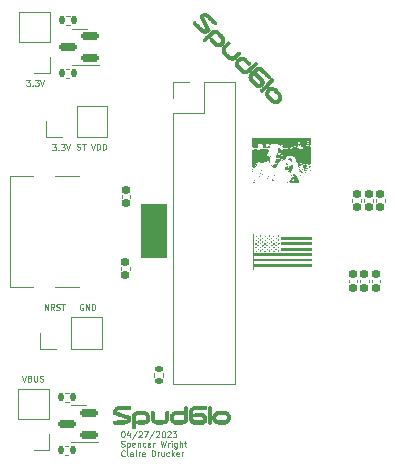
<source format=gto>
G04 #@! TF.GenerationSoftware,KiCad,Pcbnew,7.0.2-0*
G04 #@! TF.CreationDate,2023-04-27T21:18:03-05:00*
G04 #@! TF.ProjectId,usb_programmer,7573625f-7072-46f6-9772-616d6d65722e,rev?*
G04 #@! TF.SameCoordinates,Original*
G04 #@! TF.FileFunction,Legend,Top*
G04 #@! TF.FilePolarity,Positive*
%FSLAX46Y46*%
G04 Gerber Fmt 4.6, Leading zero omitted, Abs format (unit mm)*
G04 Created by KiCad (PCBNEW 7.0.2-0) date 2023-04-27 21:18:03*
%MOMM*%
%LPD*%
G01*
G04 APERTURE LIST*
G04 Aperture macros list*
%AMRoundRect*
0 Rectangle with rounded corners*
0 $1 Rounding radius*
0 $2 $3 $4 $5 $6 $7 $8 $9 X,Y pos of 4 corners*
0 Add a 4 corners polygon primitive as box body*
4,1,4,$2,$3,$4,$5,$6,$7,$8,$9,$2,$3,0*
0 Add four circle primitives for the rounded corners*
1,1,$1+$1,$2,$3*
1,1,$1+$1,$4,$5*
1,1,$1+$1,$6,$7*
1,1,$1+$1,$8,$9*
0 Add four rect primitives between the rounded corners*
20,1,$1+$1,$2,$3,$4,$5,0*
20,1,$1+$1,$4,$5,$6,$7,0*
20,1,$1+$1,$6,$7,$8,$9,0*
20,1,$1+$1,$8,$9,$2,$3,0*%
G04 Aperture macros list end*
%ADD10C,0.100000*%
%ADD11C,0.120000*%
%ADD12C,3.000000*%
%ADD13RoundRect,0.135000X-0.135000X-0.185000X0.135000X-0.185000X0.135000X0.185000X-0.135000X0.185000X0*%
%ADD14RoundRect,0.155000X-0.155000X0.212500X-0.155000X-0.212500X0.155000X-0.212500X0.155000X0.212500X0*%
%ADD15R,1.550000X0.410000*%
%ADD16R,1.550000X0.260000*%
%ADD17R,1.750000X0.360000*%
%ADD18RoundRect,0.155000X0.155000X-0.212500X0.155000X0.212500X-0.155000X0.212500X-0.155000X-0.212500X0*%
%ADD19R,1.700000X1.700000*%
%ADD20O,1.700000X1.700000*%
%ADD21O,1.600000X1.000000*%
%ADD22O,2.100000X1.000000*%
%ADD23R,1.450000X0.600000*%
%ADD24R,1.450000X0.300000*%
%ADD25C,0.650000*%
%ADD26RoundRect,0.150000X0.587500X0.150000X-0.587500X0.150000X-0.587500X-0.150000X0.587500X-0.150000X0*%
%ADD27RoundRect,0.135000X-0.185000X0.135000X-0.185000X-0.135000X0.185000X-0.135000X0.185000X0.135000X0*%
G04 APERTURE END LIST*
D10*
X34114285Y-93843809D02*
X34161904Y-93843809D01*
X34161904Y-93843809D02*
X34209523Y-93867619D01*
X34209523Y-93867619D02*
X34233333Y-93891428D01*
X34233333Y-93891428D02*
X34257142Y-93939047D01*
X34257142Y-93939047D02*
X34280952Y-94034285D01*
X34280952Y-94034285D02*
X34280952Y-94153333D01*
X34280952Y-94153333D02*
X34257142Y-94248571D01*
X34257142Y-94248571D02*
X34233333Y-94296190D01*
X34233333Y-94296190D02*
X34209523Y-94320000D01*
X34209523Y-94320000D02*
X34161904Y-94343809D01*
X34161904Y-94343809D02*
X34114285Y-94343809D01*
X34114285Y-94343809D02*
X34066666Y-94320000D01*
X34066666Y-94320000D02*
X34042857Y-94296190D01*
X34042857Y-94296190D02*
X34019047Y-94248571D01*
X34019047Y-94248571D02*
X33995238Y-94153333D01*
X33995238Y-94153333D02*
X33995238Y-94034285D01*
X33995238Y-94034285D02*
X34019047Y-93939047D01*
X34019047Y-93939047D02*
X34042857Y-93891428D01*
X34042857Y-93891428D02*
X34066666Y-93867619D01*
X34066666Y-93867619D02*
X34114285Y-93843809D01*
X34709523Y-94010476D02*
X34709523Y-94343809D01*
X34590475Y-93820000D02*
X34471428Y-94177142D01*
X34471428Y-94177142D02*
X34780951Y-94177142D01*
X35328570Y-93820000D02*
X34899999Y-94462857D01*
X35471428Y-93891428D02*
X35495237Y-93867619D01*
X35495237Y-93867619D02*
X35542856Y-93843809D01*
X35542856Y-93843809D02*
X35661904Y-93843809D01*
X35661904Y-93843809D02*
X35709523Y-93867619D01*
X35709523Y-93867619D02*
X35733332Y-93891428D01*
X35733332Y-93891428D02*
X35757142Y-93939047D01*
X35757142Y-93939047D02*
X35757142Y-93986666D01*
X35757142Y-93986666D02*
X35733332Y-94058095D01*
X35733332Y-94058095D02*
X35447618Y-94343809D01*
X35447618Y-94343809D02*
X35757142Y-94343809D01*
X35923808Y-93843809D02*
X36257141Y-93843809D01*
X36257141Y-93843809D02*
X36042856Y-94343809D01*
X36804760Y-93820000D02*
X36376189Y-94462857D01*
X36947618Y-93891428D02*
X36971427Y-93867619D01*
X36971427Y-93867619D02*
X37019046Y-93843809D01*
X37019046Y-93843809D02*
X37138094Y-93843809D01*
X37138094Y-93843809D02*
X37185713Y-93867619D01*
X37185713Y-93867619D02*
X37209522Y-93891428D01*
X37209522Y-93891428D02*
X37233332Y-93939047D01*
X37233332Y-93939047D02*
X37233332Y-93986666D01*
X37233332Y-93986666D02*
X37209522Y-94058095D01*
X37209522Y-94058095D02*
X36923808Y-94343809D01*
X36923808Y-94343809D02*
X37233332Y-94343809D01*
X37542855Y-93843809D02*
X37590474Y-93843809D01*
X37590474Y-93843809D02*
X37638093Y-93867619D01*
X37638093Y-93867619D02*
X37661903Y-93891428D01*
X37661903Y-93891428D02*
X37685712Y-93939047D01*
X37685712Y-93939047D02*
X37709522Y-94034285D01*
X37709522Y-94034285D02*
X37709522Y-94153333D01*
X37709522Y-94153333D02*
X37685712Y-94248571D01*
X37685712Y-94248571D02*
X37661903Y-94296190D01*
X37661903Y-94296190D02*
X37638093Y-94320000D01*
X37638093Y-94320000D02*
X37590474Y-94343809D01*
X37590474Y-94343809D02*
X37542855Y-94343809D01*
X37542855Y-94343809D02*
X37495236Y-94320000D01*
X37495236Y-94320000D02*
X37471427Y-94296190D01*
X37471427Y-94296190D02*
X37447617Y-94248571D01*
X37447617Y-94248571D02*
X37423808Y-94153333D01*
X37423808Y-94153333D02*
X37423808Y-94034285D01*
X37423808Y-94034285D02*
X37447617Y-93939047D01*
X37447617Y-93939047D02*
X37471427Y-93891428D01*
X37471427Y-93891428D02*
X37495236Y-93867619D01*
X37495236Y-93867619D02*
X37542855Y-93843809D01*
X37899998Y-93891428D02*
X37923807Y-93867619D01*
X37923807Y-93867619D02*
X37971426Y-93843809D01*
X37971426Y-93843809D02*
X38090474Y-93843809D01*
X38090474Y-93843809D02*
X38138093Y-93867619D01*
X38138093Y-93867619D02*
X38161902Y-93891428D01*
X38161902Y-93891428D02*
X38185712Y-93939047D01*
X38185712Y-93939047D02*
X38185712Y-93986666D01*
X38185712Y-93986666D02*
X38161902Y-94058095D01*
X38161902Y-94058095D02*
X37876188Y-94343809D01*
X37876188Y-94343809D02*
X38185712Y-94343809D01*
X38352378Y-93843809D02*
X38661902Y-93843809D01*
X38661902Y-93843809D02*
X38495235Y-94034285D01*
X38495235Y-94034285D02*
X38566664Y-94034285D01*
X38566664Y-94034285D02*
X38614283Y-94058095D01*
X38614283Y-94058095D02*
X38638092Y-94081904D01*
X38638092Y-94081904D02*
X38661902Y-94129523D01*
X38661902Y-94129523D02*
X38661902Y-94248571D01*
X38661902Y-94248571D02*
X38638092Y-94296190D01*
X38638092Y-94296190D02*
X38614283Y-94320000D01*
X38614283Y-94320000D02*
X38566664Y-94343809D01*
X38566664Y-94343809D02*
X38423807Y-94343809D01*
X38423807Y-94343809D02*
X38376188Y-94320000D01*
X38376188Y-94320000D02*
X38352378Y-94296190D01*
X33995238Y-95130000D02*
X34066666Y-95153809D01*
X34066666Y-95153809D02*
X34185714Y-95153809D01*
X34185714Y-95153809D02*
X34233333Y-95130000D01*
X34233333Y-95130000D02*
X34257142Y-95106190D01*
X34257142Y-95106190D02*
X34280952Y-95058571D01*
X34280952Y-95058571D02*
X34280952Y-95010952D01*
X34280952Y-95010952D02*
X34257142Y-94963333D01*
X34257142Y-94963333D02*
X34233333Y-94939523D01*
X34233333Y-94939523D02*
X34185714Y-94915714D01*
X34185714Y-94915714D02*
X34090476Y-94891904D01*
X34090476Y-94891904D02*
X34042857Y-94868095D01*
X34042857Y-94868095D02*
X34019047Y-94844285D01*
X34019047Y-94844285D02*
X33995238Y-94796666D01*
X33995238Y-94796666D02*
X33995238Y-94749047D01*
X33995238Y-94749047D02*
X34019047Y-94701428D01*
X34019047Y-94701428D02*
X34042857Y-94677619D01*
X34042857Y-94677619D02*
X34090476Y-94653809D01*
X34090476Y-94653809D02*
X34209523Y-94653809D01*
X34209523Y-94653809D02*
X34280952Y-94677619D01*
X34495237Y-94820476D02*
X34495237Y-95320476D01*
X34495237Y-94844285D02*
X34542856Y-94820476D01*
X34542856Y-94820476D02*
X34638094Y-94820476D01*
X34638094Y-94820476D02*
X34685713Y-94844285D01*
X34685713Y-94844285D02*
X34709523Y-94868095D01*
X34709523Y-94868095D02*
X34733332Y-94915714D01*
X34733332Y-94915714D02*
X34733332Y-95058571D01*
X34733332Y-95058571D02*
X34709523Y-95106190D01*
X34709523Y-95106190D02*
X34685713Y-95130000D01*
X34685713Y-95130000D02*
X34638094Y-95153809D01*
X34638094Y-95153809D02*
X34542856Y-95153809D01*
X34542856Y-95153809D02*
X34495237Y-95130000D01*
X35138094Y-95130000D02*
X35090475Y-95153809D01*
X35090475Y-95153809D02*
X34995237Y-95153809D01*
X34995237Y-95153809D02*
X34947618Y-95130000D01*
X34947618Y-95130000D02*
X34923809Y-95082380D01*
X34923809Y-95082380D02*
X34923809Y-94891904D01*
X34923809Y-94891904D02*
X34947618Y-94844285D01*
X34947618Y-94844285D02*
X34995237Y-94820476D01*
X34995237Y-94820476D02*
X35090475Y-94820476D01*
X35090475Y-94820476D02*
X35138094Y-94844285D01*
X35138094Y-94844285D02*
X35161904Y-94891904D01*
X35161904Y-94891904D02*
X35161904Y-94939523D01*
X35161904Y-94939523D02*
X34923809Y-94987142D01*
X35376189Y-94820476D02*
X35376189Y-95153809D01*
X35376189Y-94868095D02*
X35399999Y-94844285D01*
X35399999Y-94844285D02*
X35447618Y-94820476D01*
X35447618Y-94820476D02*
X35519046Y-94820476D01*
X35519046Y-94820476D02*
X35566665Y-94844285D01*
X35566665Y-94844285D02*
X35590475Y-94891904D01*
X35590475Y-94891904D02*
X35590475Y-95153809D01*
X36042856Y-95130000D02*
X35995237Y-95153809D01*
X35995237Y-95153809D02*
X35899999Y-95153809D01*
X35899999Y-95153809D02*
X35852380Y-95130000D01*
X35852380Y-95130000D02*
X35828570Y-95106190D01*
X35828570Y-95106190D02*
X35804761Y-95058571D01*
X35804761Y-95058571D02*
X35804761Y-94915714D01*
X35804761Y-94915714D02*
X35828570Y-94868095D01*
X35828570Y-94868095D02*
X35852380Y-94844285D01*
X35852380Y-94844285D02*
X35899999Y-94820476D01*
X35899999Y-94820476D02*
X35995237Y-94820476D01*
X35995237Y-94820476D02*
X36042856Y-94844285D01*
X36447617Y-95130000D02*
X36399998Y-95153809D01*
X36399998Y-95153809D02*
X36304760Y-95153809D01*
X36304760Y-95153809D02*
X36257141Y-95130000D01*
X36257141Y-95130000D02*
X36233332Y-95082380D01*
X36233332Y-95082380D02*
X36233332Y-94891904D01*
X36233332Y-94891904D02*
X36257141Y-94844285D01*
X36257141Y-94844285D02*
X36304760Y-94820476D01*
X36304760Y-94820476D02*
X36399998Y-94820476D01*
X36399998Y-94820476D02*
X36447617Y-94844285D01*
X36447617Y-94844285D02*
X36471427Y-94891904D01*
X36471427Y-94891904D02*
X36471427Y-94939523D01*
X36471427Y-94939523D02*
X36233332Y-94987142D01*
X36685712Y-95153809D02*
X36685712Y-94820476D01*
X36685712Y-94915714D02*
X36709522Y-94868095D01*
X36709522Y-94868095D02*
X36733331Y-94844285D01*
X36733331Y-94844285D02*
X36780950Y-94820476D01*
X36780950Y-94820476D02*
X36828569Y-94820476D01*
X37328569Y-94653809D02*
X37447617Y-95153809D01*
X37447617Y-95153809D02*
X37542855Y-94796666D01*
X37542855Y-94796666D02*
X37638093Y-95153809D01*
X37638093Y-95153809D02*
X37757141Y-94653809D01*
X37947617Y-95153809D02*
X37947617Y-94820476D01*
X37947617Y-94915714D02*
X37971427Y-94868095D01*
X37971427Y-94868095D02*
X37995236Y-94844285D01*
X37995236Y-94844285D02*
X38042855Y-94820476D01*
X38042855Y-94820476D02*
X38090474Y-94820476D01*
X38257141Y-95153809D02*
X38257141Y-94820476D01*
X38257141Y-94653809D02*
X38233332Y-94677619D01*
X38233332Y-94677619D02*
X38257141Y-94701428D01*
X38257141Y-94701428D02*
X38280951Y-94677619D01*
X38280951Y-94677619D02*
X38257141Y-94653809D01*
X38257141Y-94653809D02*
X38257141Y-94701428D01*
X38709522Y-94820476D02*
X38709522Y-95225238D01*
X38709522Y-95225238D02*
X38685712Y-95272857D01*
X38685712Y-95272857D02*
X38661903Y-95296666D01*
X38661903Y-95296666D02*
X38614284Y-95320476D01*
X38614284Y-95320476D02*
X38542855Y-95320476D01*
X38542855Y-95320476D02*
X38495236Y-95296666D01*
X38709522Y-95130000D02*
X38661903Y-95153809D01*
X38661903Y-95153809D02*
X38566665Y-95153809D01*
X38566665Y-95153809D02*
X38519046Y-95130000D01*
X38519046Y-95130000D02*
X38495236Y-95106190D01*
X38495236Y-95106190D02*
X38471427Y-95058571D01*
X38471427Y-95058571D02*
X38471427Y-94915714D01*
X38471427Y-94915714D02*
X38495236Y-94868095D01*
X38495236Y-94868095D02*
X38519046Y-94844285D01*
X38519046Y-94844285D02*
X38566665Y-94820476D01*
X38566665Y-94820476D02*
X38661903Y-94820476D01*
X38661903Y-94820476D02*
X38709522Y-94844285D01*
X38947617Y-95153809D02*
X38947617Y-94653809D01*
X39161903Y-95153809D02*
X39161903Y-94891904D01*
X39161903Y-94891904D02*
X39138093Y-94844285D01*
X39138093Y-94844285D02*
X39090474Y-94820476D01*
X39090474Y-94820476D02*
X39019046Y-94820476D01*
X39019046Y-94820476D02*
X38971427Y-94844285D01*
X38971427Y-94844285D02*
X38947617Y-94868095D01*
X39328570Y-94820476D02*
X39519046Y-94820476D01*
X39399998Y-94653809D02*
X39399998Y-95082380D01*
X39399998Y-95082380D02*
X39423808Y-95130000D01*
X39423808Y-95130000D02*
X39471427Y-95153809D01*
X39471427Y-95153809D02*
X39519046Y-95153809D01*
X34304761Y-95916190D02*
X34280952Y-95940000D01*
X34280952Y-95940000D02*
X34209523Y-95963809D01*
X34209523Y-95963809D02*
X34161904Y-95963809D01*
X34161904Y-95963809D02*
X34090476Y-95940000D01*
X34090476Y-95940000D02*
X34042857Y-95892380D01*
X34042857Y-95892380D02*
X34019047Y-95844761D01*
X34019047Y-95844761D02*
X33995238Y-95749523D01*
X33995238Y-95749523D02*
X33995238Y-95678095D01*
X33995238Y-95678095D02*
X34019047Y-95582857D01*
X34019047Y-95582857D02*
X34042857Y-95535238D01*
X34042857Y-95535238D02*
X34090476Y-95487619D01*
X34090476Y-95487619D02*
X34161904Y-95463809D01*
X34161904Y-95463809D02*
X34209523Y-95463809D01*
X34209523Y-95463809D02*
X34280952Y-95487619D01*
X34280952Y-95487619D02*
X34304761Y-95511428D01*
X34590476Y-95963809D02*
X34542857Y-95940000D01*
X34542857Y-95940000D02*
X34519047Y-95892380D01*
X34519047Y-95892380D02*
X34519047Y-95463809D01*
X34995238Y-95963809D02*
X34995238Y-95701904D01*
X34995238Y-95701904D02*
X34971428Y-95654285D01*
X34971428Y-95654285D02*
X34923809Y-95630476D01*
X34923809Y-95630476D02*
X34828571Y-95630476D01*
X34828571Y-95630476D02*
X34780952Y-95654285D01*
X34995238Y-95940000D02*
X34947619Y-95963809D01*
X34947619Y-95963809D02*
X34828571Y-95963809D01*
X34828571Y-95963809D02*
X34780952Y-95940000D01*
X34780952Y-95940000D02*
X34757143Y-95892380D01*
X34757143Y-95892380D02*
X34757143Y-95844761D01*
X34757143Y-95844761D02*
X34780952Y-95797142D01*
X34780952Y-95797142D02*
X34828571Y-95773333D01*
X34828571Y-95773333D02*
X34947619Y-95773333D01*
X34947619Y-95773333D02*
X34995238Y-95749523D01*
X35233333Y-95963809D02*
X35233333Y-95630476D01*
X35233333Y-95463809D02*
X35209524Y-95487619D01*
X35209524Y-95487619D02*
X35233333Y-95511428D01*
X35233333Y-95511428D02*
X35257143Y-95487619D01*
X35257143Y-95487619D02*
X35233333Y-95463809D01*
X35233333Y-95463809D02*
X35233333Y-95511428D01*
X35471428Y-95963809D02*
X35471428Y-95630476D01*
X35471428Y-95725714D02*
X35495238Y-95678095D01*
X35495238Y-95678095D02*
X35519047Y-95654285D01*
X35519047Y-95654285D02*
X35566666Y-95630476D01*
X35566666Y-95630476D02*
X35614285Y-95630476D01*
X35971428Y-95940000D02*
X35923809Y-95963809D01*
X35923809Y-95963809D02*
X35828571Y-95963809D01*
X35828571Y-95963809D02*
X35780952Y-95940000D01*
X35780952Y-95940000D02*
X35757143Y-95892380D01*
X35757143Y-95892380D02*
X35757143Y-95701904D01*
X35757143Y-95701904D02*
X35780952Y-95654285D01*
X35780952Y-95654285D02*
X35828571Y-95630476D01*
X35828571Y-95630476D02*
X35923809Y-95630476D01*
X35923809Y-95630476D02*
X35971428Y-95654285D01*
X35971428Y-95654285D02*
X35995238Y-95701904D01*
X35995238Y-95701904D02*
X35995238Y-95749523D01*
X35995238Y-95749523D02*
X35757143Y-95797142D01*
X36590475Y-95963809D02*
X36590475Y-95463809D01*
X36590475Y-95463809D02*
X36709523Y-95463809D01*
X36709523Y-95463809D02*
X36780951Y-95487619D01*
X36780951Y-95487619D02*
X36828570Y-95535238D01*
X36828570Y-95535238D02*
X36852380Y-95582857D01*
X36852380Y-95582857D02*
X36876189Y-95678095D01*
X36876189Y-95678095D02*
X36876189Y-95749523D01*
X36876189Y-95749523D02*
X36852380Y-95844761D01*
X36852380Y-95844761D02*
X36828570Y-95892380D01*
X36828570Y-95892380D02*
X36780951Y-95940000D01*
X36780951Y-95940000D02*
X36709523Y-95963809D01*
X36709523Y-95963809D02*
X36590475Y-95963809D01*
X37090475Y-95963809D02*
X37090475Y-95630476D01*
X37090475Y-95725714D02*
X37114285Y-95678095D01*
X37114285Y-95678095D02*
X37138094Y-95654285D01*
X37138094Y-95654285D02*
X37185713Y-95630476D01*
X37185713Y-95630476D02*
X37233332Y-95630476D01*
X37614285Y-95630476D02*
X37614285Y-95963809D01*
X37399999Y-95630476D02*
X37399999Y-95892380D01*
X37399999Y-95892380D02*
X37423809Y-95940000D01*
X37423809Y-95940000D02*
X37471428Y-95963809D01*
X37471428Y-95963809D02*
X37542856Y-95963809D01*
X37542856Y-95963809D02*
X37590475Y-95940000D01*
X37590475Y-95940000D02*
X37614285Y-95916190D01*
X38066666Y-95940000D02*
X38019047Y-95963809D01*
X38019047Y-95963809D02*
X37923809Y-95963809D01*
X37923809Y-95963809D02*
X37876190Y-95940000D01*
X37876190Y-95940000D02*
X37852380Y-95916190D01*
X37852380Y-95916190D02*
X37828571Y-95868571D01*
X37828571Y-95868571D02*
X37828571Y-95725714D01*
X37828571Y-95725714D02*
X37852380Y-95678095D01*
X37852380Y-95678095D02*
X37876190Y-95654285D01*
X37876190Y-95654285D02*
X37923809Y-95630476D01*
X37923809Y-95630476D02*
X38019047Y-95630476D01*
X38019047Y-95630476D02*
X38066666Y-95654285D01*
X38280951Y-95963809D02*
X38280951Y-95463809D01*
X38328570Y-95773333D02*
X38471427Y-95963809D01*
X38471427Y-95630476D02*
X38280951Y-95820952D01*
X38876189Y-95940000D02*
X38828570Y-95963809D01*
X38828570Y-95963809D02*
X38733332Y-95963809D01*
X38733332Y-95963809D02*
X38685713Y-95940000D01*
X38685713Y-95940000D02*
X38661904Y-95892380D01*
X38661904Y-95892380D02*
X38661904Y-95701904D01*
X38661904Y-95701904D02*
X38685713Y-95654285D01*
X38685713Y-95654285D02*
X38733332Y-95630476D01*
X38733332Y-95630476D02*
X38828570Y-95630476D01*
X38828570Y-95630476D02*
X38876189Y-95654285D01*
X38876189Y-95654285D02*
X38899999Y-95701904D01*
X38899999Y-95701904D02*
X38899999Y-95749523D01*
X38899999Y-95749523D02*
X38661904Y-95797142D01*
X39114284Y-95963809D02*
X39114284Y-95630476D01*
X39114284Y-95725714D02*
X39138094Y-95678095D01*
X39138094Y-95678095D02*
X39161903Y-95654285D01*
X39161903Y-95654285D02*
X39209522Y-95630476D01*
X39209522Y-95630476D02*
X39257141Y-95630476D01*
X35700000Y-74575000D02*
X37750000Y-74575000D01*
X37750000Y-79125000D01*
X35700000Y-79125000D01*
X35700000Y-74575000D01*
G36*
X35700000Y-74575000D02*
G01*
X37750000Y-74575000D01*
X37750000Y-79125000D01*
X35700000Y-79125000D01*
X35700000Y-74575000D01*
G37*
X25608334Y-89138809D02*
X25775000Y-89638809D01*
X25775000Y-89638809D02*
X25941667Y-89138809D01*
X26275000Y-89376904D02*
X26346428Y-89400714D01*
X26346428Y-89400714D02*
X26370238Y-89424523D01*
X26370238Y-89424523D02*
X26394047Y-89472142D01*
X26394047Y-89472142D02*
X26394047Y-89543571D01*
X26394047Y-89543571D02*
X26370238Y-89591190D01*
X26370238Y-89591190D02*
X26346428Y-89615000D01*
X26346428Y-89615000D02*
X26298809Y-89638809D01*
X26298809Y-89638809D02*
X26108333Y-89638809D01*
X26108333Y-89638809D02*
X26108333Y-89138809D01*
X26108333Y-89138809D02*
X26275000Y-89138809D01*
X26275000Y-89138809D02*
X26322619Y-89162619D01*
X26322619Y-89162619D02*
X26346428Y-89186428D01*
X26346428Y-89186428D02*
X26370238Y-89234047D01*
X26370238Y-89234047D02*
X26370238Y-89281666D01*
X26370238Y-89281666D02*
X26346428Y-89329285D01*
X26346428Y-89329285D02*
X26322619Y-89353095D01*
X26322619Y-89353095D02*
X26275000Y-89376904D01*
X26275000Y-89376904D02*
X26108333Y-89376904D01*
X26608333Y-89138809D02*
X26608333Y-89543571D01*
X26608333Y-89543571D02*
X26632143Y-89591190D01*
X26632143Y-89591190D02*
X26655952Y-89615000D01*
X26655952Y-89615000D02*
X26703571Y-89638809D01*
X26703571Y-89638809D02*
X26798809Y-89638809D01*
X26798809Y-89638809D02*
X26846428Y-89615000D01*
X26846428Y-89615000D02*
X26870238Y-89591190D01*
X26870238Y-89591190D02*
X26894047Y-89543571D01*
X26894047Y-89543571D02*
X26894047Y-89138809D01*
X27108334Y-89615000D02*
X27179762Y-89638809D01*
X27179762Y-89638809D02*
X27298810Y-89638809D01*
X27298810Y-89638809D02*
X27346429Y-89615000D01*
X27346429Y-89615000D02*
X27370238Y-89591190D01*
X27370238Y-89591190D02*
X27394048Y-89543571D01*
X27394048Y-89543571D02*
X27394048Y-89495952D01*
X27394048Y-89495952D02*
X27370238Y-89448333D01*
X27370238Y-89448333D02*
X27346429Y-89424523D01*
X27346429Y-89424523D02*
X27298810Y-89400714D01*
X27298810Y-89400714D02*
X27203572Y-89376904D01*
X27203572Y-89376904D02*
X27155953Y-89353095D01*
X27155953Y-89353095D02*
X27132143Y-89329285D01*
X27132143Y-89329285D02*
X27108334Y-89281666D01*
X27108334Y-89281666D02*
X27108334Y-89234047D01*
X27108334Y-89234047D02*
X27132143Y-89186428D01*
X27132143Y-89186428D02*
X27155953Y-89162619D01*
X27155953Y-89162619D02*
X27203572Y-89138809D01*
X27203572Y-89138809D02*
X27322619Y-89138809D01*
X27322619Y-89138809D02*
X27394048Y-89162619D01*
X30769047Y-83112619D02*
X30721428Y-83088809D01*
X30721428Y-83088809D02*
X30649999Y-83088809D01*
X30649999Y-83088809D02*
X30578571Y-83112619D01*
X30578571Y-83112619D02*
X30530952Y-83160238D01*
X30530952Y-83160238D02*
X30507142Y-83207857D01*
X30507142Y-83207857D02*
X30483333Y-83303095D01*
X30483333Y-83303095D02*
X30483333Y-83374523D01*
X30483333Y-83374523D02*
X30507142Y-83469761D01*
X30507142Y-83469761D02*
X30530952Y-83517380D01*
X30530952Y-83517380D02*
X30578571Y-83565000D01*
X30578571Y-83565000D02*
X30649999Y-83588809D01*
X30649999Y-83588809D02*
X30697618Y-83588809D01*
X30697618Y-83588809D02*
X30769047Y-83565000D01*
X30769047Y-83565000D02*
X30792856Y-83541190D01*
X30792856Y-83541190D02*
X30792856Y-83374523D01*
X30792856Y-83374523D02*
X30697618Y-83374523D01*
X31007142Y-83588809D02*
X31007142Y-83088809D01*
X31007142Y-83088809D02*
X31292856Y-83588809D01*
X31292856Y-83588809D02*
X31292856Y-83088809D01*
X31530952Y-83588809D02*
X31530952Y-83088809D01*
X31530952Y-83088809D02*
X31650000Y-83088809D01*
X31650000Y-83088809D02*
X31721428Y-83112619D01*
X31721428Y-83112619D02*
X31769047Y-83160238D01*
X31769047Y-83160238D02*
X31792857Y-83207857D01*
X31792857Y-83207857D02*
X31816666Y-83303095D01*
X31816666Y-83303095D02*
X31816666Y-83374523D01*
X31816666Y-83374523D02*
X31792857Y-83469761D01*
X31792857Y-83469761D02*
X31769047Y-83517380D01*
X31769047Y-83517380D02*
X31721428Y-83565000D01*
X31721428Y-83565000D02*
X31650000Y-83588809D01*
X31650000Y-83588809D02*
X31530952Y-83588809D01*
X27503571Y-83588809D02*
X27503571Y-83088809D01*
X27503571Y-83088809D02*
X27789285Y-83588809D01*
X27789285Y-83588809D02*
X27789285Y-83088809D01*
X28313095Y-83588809D02*
X28146429Y-83350714D01*
X28027381Y-83588809D02*
X28027381Y-83088809D01*
X28027381Y-83088809D02*
X28217857Y-83088809D01*
X28217857Y-83088809D02*
X28265476Y-83112619D01*
X28265476Y-83112619D02*
X28289286Y-83136428D01*
X28289286Y-83136428D02*
X28313095Y-83184047D01*
X28313095Y-83184047D02*
X28313095Y-83255476D01*
X28313095Y-83255476D02*
X28289286Y-83303095D01*
X28289286Y-83303095D02*
X28265476Y-83326904D01*
X28265476Y-83326904D02*
X28217857Y-83350714D01*
X28217857Y-83350714D02*
X28027381Y-83350714D01*
X28503572Y-83565000D02*
X28575000Y-83588809D01*
X28575000Y-83588809D02*
X28694048Y-83588809D01*
X28694048Y-83588809D02*
X28741667Y-83565000D01*
X28741667Y-83565000D02*
X28765476Y-83541190D01*
X28765476Y-83541190D02*
X28789286Y-83493571D01*
X28789286Y-83493571D02*
X28789286Y-83445952D01*
X28789286Y-83445952D02*
X28765476Y-83398333D01*
X28765476Y-83398333D02*
X28741667Y-83374523D01*
X28741667Y-83374523D02*
X28694048Y-83350714D01*
X28694048Y-83350714D02*
X28598810Y-83326904D01*
X28598810Y-83326904D02*
X28551191Y-83303095D01*
X28551191Y-83303095D02*
X28527381Y-83279285D01*
X28527381Y-83279285D02*
X28503572Y-83231666D01*
X28503572Y-83231666D02*
X28503572Y-83184047D01*
X28503572Y-83184047D02*
X28527381Y-83136428D01*
X28527381Y-83136428D02*
X28551191Y-83112619D01*
X28551191Y-83112619D02*
X28598810Y-83088809D01*
X28598810Y-83088809D02*
X28717857Y-83088809D01*
X28717857Y-83088809D02*
X28789286Y-83112619D01*
X28932143Y-83088809D02*
X29217857Y-83088809D01*
X29075000Y-83588809D02*
X29075000Y-83088809D01*
X30261906Y-69990000D02*
X30333334Y-70013809D01*
X30333334Y-70013809D02*
X30452382Y-70013809D01*
X30452382Y-70013809D02*
X30500001Y-69990000D01*
X30500001Y-69990000D02*
X30523810Y-69966190D01*
X30523810Y-69966190D02*
X30547620Y-69918571D01*
X30547620Y-69918571D02*
X30547620Y-69870952D01*
X30547620Y-69870952D02*
X30523810Y-69823333D01*
X30523810Y-69823333D02*
X30500001Y-69799523D01*
X30500001Y-69799523D02*
X30452382Y-69775714D01*
X30452382Y-69775714D02*
X30357144Y-69751904D01*
X30357144Y-69751904D02*
X30309525Y-69728095D01*
X30309525Y-69728095D02*
X30285715Y-69704285D01*
X30285715Y-69704285D02*
X30261906Y-69656666D01*
X30261906Y-69656666D02*
X30261906Y-69609047D01*
X30261906Y-69609047D02*
X30285715Y-69561428D01*
X30285715Y-69561428D02*
X30309525Y-69537619D01*
X30309525Y-69537619D02*
X30357144Y-69513809D01*
X30357144Y-69513809D02*
X30476191Y-69513809D01*
X30476191Y-69513809D02*
X30547620Y-69537619D01*
X30690477Y-69513809D02*
X30976191Y-69513809D01*
X30833334Y-70013809D02*
X30833334Y-69513809D01*
X31452381Y-69513809D02*
X31619047Y-70013809D01*
X31619047Y-70013809D02*
X31785714Y-69513809D01*
X31952380Y-70013809D02*
X31952380Y-69513809D01*
X31952380Y-69513809D02*
X32071428Y-69513809D01*
X32071428Y-69513809D02*
X32142856Y-69537619D01*
X32142856Y-69537619D02*
X32190475Y-69585238D01*
X32190475Y-69585238D02*
X32214285Y-69632857D01*
X32214285Y-69632857D02*
X32238094Y-69728095D01*
X32238094Y-69728095D02*
X32238094Y-69799523D01*
X32238094Y-69799523D02*
X32214285Y-69894761D01*
X32214285Y-69894761D02*
X32190475Y-69942380D01*
X32190475Y-69942380D02*
X32142856Y-69990000D01*
X32142856Y-69990000D02*
X32071428Y-70013809D01*
X32071428Y-70013809D02*
X31952380Y-70013809D01*
X32452380Y-70013809D02*
X32452380Y-69513809D01*
X32452380Y-69513809D02*
X32571428Y-69513809D01*
X32571428Y-69513809D02*
X32642856Y-69537619D01*
X32642856Y-69537619D02*
X32690475Y-69585238D01*
X32690475Y-69585238D02*
X32714285Y-69632857D01*
X32714285Y-69632857D02*
X32738094Y-69728095D01*
X32738094Y-69728095D02*
X32738094Y-69799523D01*
X32738094Y-69799523D02*
X32714285Y-69894761D01*
X32714285Y-69894761D02*
X32690475Y-69942380D01*
X32690475Y-69942380D02*
X32642856Y-69990000D01*
X32642856Y-69990000D02*
X32571428Y-70013809D01*
X32571428Y-70013809D02*
X32452380Y-70013809D01*
X28171428Y-69563809D02*
X28480952Y-69563809D01*
X28480952Y-69563809D02*
X28314285Y-69754285D01*
X28314285Y-69754285D02*
X28385714Y-69754285D01*
X28385714Y-69754285D02*
X28433333Y-69778095D01*
X28433333Y-69778095D02*
X28457142Y-69801904D01*
X28457142Y-69801904D02*
X28480952Y-69849523D01*
X28480952Y-69849523D02*
X28480952Y-69968571D01*
X28480952Y-69968571D02*
X28457142Y-70016190D01*
X28457142Y-70016190D02*
X28433333Y-70040000D01*
X28433333Y-70040000D02*
X28385714Y-70063809D01*
X28385714Y-70063809D02*
X28242857Y-70063809D01*
X28242857Y-70063809D02*
X28195238Y-70040000D01*
X28195238Y-70040000D02*
X28171428Y-70016190D01*
X28695237Y-70016190D02*
X28719047Y-70040000D01*
X28719047Y-70040000D02*
X28695237Y-70063809D01*
X28695237Y-70063809D02*
X28671428Y-70040000D01*
X28671428Y-70040000D02*
X28695237Y-70016190D01*
X28695237Y-70016190D02*
X28695237Y-70063809D01*
X28885713Y-69563809D02*
X29195237Y-69563809D01*
X29195237Y-69563809D02*
X29028570Y-69754285D01*
X29028570Y-69754285D02*
X29099999Y-69754285D01*
X29099999Y-69754285D02*
X29147618Y-69778095D01*
X29147618Y-69778095D02*
X29171427Y-69801904D01*
X29171427Y-69801904D02*
X29195237Y-69849523D01*
X29195237Y-69849523D02*
X29195237Y-69968571D01*
X29195237Y-69968571D02*
X29171427Y-70016190D01*
X29171427Y-70016190D02*
X29147618Y-70040000D01*
X29147618Y-70040000D02*
X29099999Y-70063809D01*
X29099999Y-70063809D02*
X28957142Y-70063809D01*
X28957142Y-70063809D02*
X28909523Y-70040000D01*
X28909523Y-70040000D02*
X28885713Y-70016190D01*
X29338094Y-69563809D02*
X29504760Y-70063809D01*
X29504760Y-70063809D02*
X29671427Y-69563809D01*
X25971428Y-64113809D02*
X26280952Y-64113809D01*
X26280952Y-64113809D02*
X26114285Y-64304285D01*
X26114285Y-64304285D02*
X26185714Y-64304285D01*
X26185714Y-64304285D02*
X26233333Y-64328095D01*
X26233333Y-64328095D02*
X26257142Y-64351904D01*
X26257142Y-64351904D02*
X26280952Y-64399523D01*
X26280952Y-64399523D02*
X26280952Y-64518571D01*
X26280952Y-64518571D02*
X26257142Y-64566190D01*
X26257142Y-64566190D02*
X26233333Y-64590000D01*
X26233333Y-64590000D02*
X26185714Y-64613809D01*
X26185714Y-64613809D02*
X26042857Y-64613809D01*
X26042857Y-64613809D02*
X25995238Y-64590000D01*
X25995238Y-64590000D02*
X25971428Y-64566190D01*
X26495237Y-64566190D02*
X26519047Y-64590000D01*
X26519047Y-64590000D02*
X26495237Y-64613809D01*
X26495237Y-64613809D02*
X26471428Y-64590000D01*
X26471428Y-64590000D02*
X26495237Y-64566190D01*
X26495237Y-64566190D02*
X26495237Y-64613809D01*
X26685713Y-64113809D02*
X26995237Y-64113809D01*
X26995237Y-64113809D02*
X26828570Y-64304285D01*
X26828570Y-64304285D02*
X26899999Y-64304285D01*
X26899999Y-64304285D02*
X26947618Y-64328095D01*
X26947618Y-64328095D02*
X26971427Y-64351904D01*
X26971427Y-64351904D02*
X26995237Y-64399523D01*
X26995237Y-64399523D02*
X26995237Y-64518571D01*
X26995237Y-64518571D02*
X26971427Y-64566190D01*
X26971427Y-64566190D02*
X26947618Y-64590000D01*
X26947618Y-64590000D02*
X26899999Y-64613809D01*
X26899999Y-64613809D02*
X26757142Y-64613809D01*
X26757142Y-64613809D02*
X26709523Y-64590000D01*
X26709523Y-64590000D02*
X26685713Y-64566190D01*
X27138094Y-64113809D02*
X27304760Y-64613809D01*
X27304760Y-64613809D02*
X27471427Y-64113809D01*
G36*
X50175136Y-78675000D02*
G01*
X50175136Y-80213212D01*
X47675000Y-80213212D01*
X45174864Y-80213212D01*
X45174864Y-79935900D01*
X45222526Y-79935900D01*
X45222526Y-80050003D01*
X45222632Y-80080615D01*
X45222930Y-80108343D01*
X45223391Y-80132017D01*
X45223986Y-80150468D01*
X45224686Y-80162528D01*
X45225419Y-80166997D01*
X45229884Y-80167166D01*
X45242771Y-80167330D01*
X45263836Y-80167486D01*
X45292835Y-80167636D01*
X45329525Y-80167779D01*
X45373662Y-80167916D01*
X45425001Y-80168045D01*
X45483299Y-80168166D01*
X45548312Y-80168280D01*
X45619796Y-80168387D01*
X45697507Y-80168485D01*
X45781202Y-80168576D01*
X45870636Y-80168658D01*
X45965566Y-80168732D01*
X46065747Y-80168797D01*
X46170936Y-80168854D01*
X46280889Y-80168901D01*
X46395362Y-80168939D01*
X46514112Y-80168968D01*
X46636893Y-80168988D01*
X46763463Y-80168998D01*
X46893578Y-80168998D01*
X47026993Y-80168988D01*
X47163465Y-80168968D01*
X47302750Y-80168937D01*
X47444604Y-80168896D01*
X47588783Y-80168844D01*
X47687642Y-80168803D01*
X50146972Y-80167716D01*
X50148126Y-80051808D01*
X50149280Y-79935900D01*
X47685903Y-79935900D01*
X45222526Y-79935900D01*
X45174864Y-79935900D01*
X45174864Y-79472270D01*
X45222526Y-79472270D01*
X45222526Y-79589265D01*
X45222526Y-79706259D01*
X47684749Y-79705172D01*
X50146972Y-79704085D01*
X50148126Y-79588178D01*
X50149280Y-79472270D01*
X47685903Y-79472270D01*
X45222526Y-79472270D01*
X45174864Y-79472270D01*
X45174864Y-79012973D01*
X45222526Y-79012973D01*
X45222526Y-79127075D01*
X45222632Y-79157688D01*
X45222930Y-79185415D01*
X45223391Y-79209090D01*
X45223986Y-79227541D01*
X45224686Y-79239601D01*
X45225419Y-79244070D01*
X45229884Y-79244239D01*
X45242771Y-79244402D01*
X45263836Y-79244559D01*
X45292835Y-79244709D01*
X45329525Y-79244852D01*
X45373662Y-79244988D01*
X45425001Y-79245117D01*
X45483299Y-79245239D01*
X45548312Y-79245353D01*
X45619796Y-79245460D01*
X45697507Y-79245558D01*
X45781202Y-79245649D01*
X45870636Y-79245731D01*
X45965566Y-79245805D01*
X46065747Y-79245870D01*
X46170936Y-79245926D01*
X46280889Y-79245974D01*
X46395362Y-79246012D01*
X46514112Y-79246041D01*
X46636893Y-79246061D01*
X46763463Y-79246071D01*
X46893578Y-79246071D01*
X47026993Y-79246061D01*
X47163465Y-79246040D01*
X47302750Y-79246010D01*
X47444604Y-79245969D01*
X47588783Y-79245917D01*
X47687642Y-79245875D01*
X50146972Y-79244788D01*
X50148126Y-79128881D01*
X50149280Y-79012973D01*
X47685903Y-79012973D01*
X45222526Y-79012973D01*
X45174864Y-79012973D01*
X45174864Y-78675000D01*
X45174864Y-77167118D01*
X45222526Y-77167118D01*
X45222526Y-77978108D01*
X45222526Y-78789098D01*
X46926113Y-78786211D01*
X47055653Y-78785995D01*
X47186850Y-78785784D01*
X47319210Y-78785577D01*
X47452238Y-78785375D01*
X47585440Y-78785180D01*
X47718321Y-78784990D01*
X47850386Y-78784808D01*
X47981141Y-78784634D01*
X48110090Y-78784468D01*
X48236739Y-78784311D01*
X48360593Y-78784163D01*
X48481157Y-78784025D01*
X48597937Y-78783898D01*
X48710438Y-78783782D01*
X48818166Y-78783678D01*
X48920624Y-78783586D01*
X49017320Y-78783506D01*
X49107757Y-78783441D01*
X49191442Y-78783389D01*
X49267879Y-78783352D01*
X49336574Y-78783331D01*
X49389490Y-78783325D01*
X50149280Y-78783325D01*
X50148126Y-78667417D01*
X50146972Y-78551509D01*
X48819993Y-78550419D01*
X47493014Y-78549329D01*
X47493014Y-78436685D01*
X47493014Y-78324041D01*
X48819993Y-78322951D01*
X50146972Y-78321861D01*
X50148126Y-78205953D01*
X50149280Y-78090046D01*
X48821147Y-78090046D01*
X47493014Y-78090046D01*
X47493014Y-77975221D01*
X47493014Y-77860397D01*
X48821076Y-77860397D01*
X50149138Y-77860397D01*
X50149138Y-77745580D01*
X50149138Y-77630763D01*
X48822160Y-77629672D01*
X47495181Y-77628582D01*
X47494026Y-77514848D01*
X47492870Y-77401114D01*
X48819921Y-77400024D01*
X50146972Y-77398934D01*
X50148126Y-77283026D01*
X50149280Y-77167118D01*
X47685903Y-77167118D01*
X45222526Y-77167118D01*
X45174864Y-77167118D01*
X45174864Y-77136788D01*
X47675000Y-77136788D01*
X50175136Y-77136788D01*
X50175136Y-78675000D01*
G37*
G36*
X45416478Y-78536504D02*
G01*
X45420686Y-78545415D01*
X45425695Y-78559027D01*
X45426665Y-78561985D01*
X45436549Y-78592673D01*
X45469277Y-78592817D01*
X45484589Y-78592827D01*
X45493722Y-78593380D01*
X45496602Y-78595507D01*
X45493155Y-78600237D01*
X45483308Y-78608600D01*
X45467236Y-78621427D01*
X45450281Y-78635016D01*
X45458285Y-78660424D01*
X45462916Y-78674926D01*
X45466735Y-78686537D01*
X45468555Y-78691753D01*
X45467647Y-78694761D01*
X45461293Y-78692719D01*
X45450626Y-78686213D01*
X45436781Y-78675830D01*
X45434939Y-78674335D01*
X45425022Y-78666865D01*
X45417673Y-78662482D01*
X45416021Y-78662001D01*
X45410649Y-78664360D01*
X45400801Y-78670453D01*
X45392094Y-78676477D01*
X45377149Y-78687146D01*
X45368019Y-78693080D01*
X45363511Y-78694643D01*
X45362432Y-78692200D01*
X45363591Y-78686116D01*
X45363835Y-78685112D01*
X45367315Y-78672678D01*
X45371947Y-78658161D01*
X45372675Y-78656040D01*
X45376359Y-78644647D01*
X45378381Y-78636847D01*
X45378514Y-78635718D01*
X45375214Y-78631639D01*
X45366572Y-78624371D01*
X45354734Y-78615681D01*
X45342688Y-78606899D01*
X45334116Y-78599851D01*
X45330903Y-78596112D01*
X45334850Y-78594467D01*
X45345312Y-78592955D01*
X45360140Y-78591873D01*
X45362265Y-78591779D01*
X45393680Y-78590506D01*
X45402346Y-78563704D01*
X45407231Y-78549478D01*
X45411446Y-78538745D01*
X45413896Y-78534099D01*
X45416478Y-78536504D01*
G37*
G36*
X45792163Y-78539384D02*
G01*
X45796634Y-78550509D01*
X45801335Y-78563730D01*
X45810356Y-78590506D01*
X45841415Y-78591779D01*
X45856556Y-78592791D01*
X45867595Y-78594276D01*
X45872373Y-78595930D01*
X45872424Y-78596112D01*
X45869103Y-78599949D01*
X45860456Y-78607040D01*
X45848592Y-78615681D01*
X45836548Y-78624514D01*
X45827993Y-78631685D01*
X45824812Y-78635584D01*
X45826129Y-78641203D01*
X45829549Y-78652375D01*
X45833478Y-78664167D01*
X45838025Y-78677605D01*
X45841163Y-78687306D01*
X45842144Y-78690844D01*
X45839036Y-78692612D01*
X45830370Y-78689157D01*
X45817133Y-78680931D01*
X45810804Y-78676425D01*
X45796489Y-78667015D01*
X45787141Y-78663625D01*
X45783254Y-78664509D01*
X45776591Y-78669211D01*
X45765788Y-78677003D01*
X45757763Y-78682852D01*
X45745563Y-78690848D01*
X45739150Y-78692783D01*
X45738152Y-78691123D01*
X45739352Y-78683648D01*
X45742409Y-78671375D01*
X45744605Y-78663773D01*
X45748338Y-78650511D01*
X45750691Y-78640316D01*
X45751105Y-78637170D01*
X45747889Y-78631955D01*
X45739476Y-78623731D01*
X45729486Y-78615663D01*
X45718169Y-78606709D01*
X45710329Y-78599540D01*
X45707822Y-78596081D01*
X45711770Y-78594331D01*
X45722086Y-78593101D01*
X45735455Y-78592673D01*
X45752614Y-78591797D01*
X45764039Y-78589369D01*
X45767430Y-78587257D01*
X45770904Y-78580358D01*
X45775445Y-78568051D01*
X45779049Y-78556460D01*
X45783274Y-78543692D01*
X45787052Y-78535638D01*
X45789322Y-78534016D01*
X45792163Y-78539384D01*
G37*
G36*
X46173987Y-78535060D02*
G01*
X46176795Y-78539311D01*
X46181217Y-78549583D01*
X46186146Y-78563225D01*
X46195283Y-78590506D01*
X46226697Y-78591779D01*
X46241942Y-78592803D01*
X46253108Y-78594327D01*
X46258040Y-78596042D01*
X46258112Y-78596261D01*
X46254790Y-78600497D01*
X46246743Y-78606378D01*
X46246196Y-78606713D01*
X46234193Y-78614766D01*
X46221971Y-78624017D01*
X46221891Y-78624083D01*
X46209501Y-78634209D01*
X46218221Y-78663274D01*
X46222157Y-78677854D01*
X46224295Y-78688819D01*
X46224206Y-78693932D01*
X46224111Y-78694009D01*
X46219495Y-78692434D01*
X46210255Y-78686673D01*
X46199616Y-78678901D01*
X46187773Y-78670149D01*
X46178494Y-78664057D01*
X46174199Y-78662062D01*
X46168932Y-78664416D01*
X46159148Y-78670577D01*
X46149787Y-78677166D01*
X46135750Y-78686613D01*
X46125400Y-78691866D01*
X46119972Y-78692357D01*
X46119456Y-78691098D01*
X46120774Y-78686695D01*
X46124200Y-78676500D01*
X46128122Y-78665209D01*
X46132751Y-78651387D01*
X46135895Y-78640753D01*
X46136788Y-78636371D01*
X46133479Y-78631953D01*
X46124816Y-78624434D01*
X46113008Y-78615681D01*
X46100962Y-78606899D01*
X46092389Y-78599851D01*
X46089176Y-78596112D01*
X46093122Y-78594462D01*
X46103577Y-78592947D01*
X46118386Y-78591866D01*
X46120361Y-78591779D01*
X46151597Y-78590506D01*
X46161281Y-78562342D01*
X46166498Y-78548458D01*
X46171023Y-78538683D01*
X46173911Y-78535047D01*
X46173987Y-78535060D01*
G37*
G36*
X46554017Y-78540283D02*
G01*
X46558767Y-78550218D01*
X46563587Y-78563488D01*
X46572253Y-78590506D01*
X46603668Y-78591779D01*
X46618884Y-78592784D01*
X46629993Y-78594256D01*
X46634856Y-78595901D01*
X46634917Y-78596112D01*
X46631537Y-78599947D01*
X46622838Y-78607048D01*
X46610823Y-78615792D01*
X46598105Y-78624963D01*
X46591247Y-78631445D01*
X46588839Y-78637270D01*
X46589476Y-78644472D01*
X46589816Y-78646123D01*
X46593643Y-78660070D01*
X46598781Y-78674528D01*
X46598845Y-78674684D01*
X46602010Y-78685131D01*
X46602048Y-78692006D01*
X46601601Y-78692678D01*
X46596739Y-78691865D01*
X46587355Y-78686643D01*
X46576586Y-78678973D01*
X46564753Y-78670190D01*
X46555477Y-78664072D01*
X46551169Y-78662062D01*
X46545903Y-78664416D01*
X46536118Y-78670577D01*
X46526757Y-78677166D01*
X46511424Y-78687463D01*
X46501587Y-78691882D01*
X46497495Y-78690358D01*
X46498550Y-78684749D01*
X46501554Y-78676285D01*
X46505778Y-78663248D01*
X46508121Y-78655662D01*
X46514642Y-78634158D01*
X46502284Y-78624057D01*
X46490087Y-78614818D01*
X46478057Y-78606741D01*
X46478011Y-78606713D01*
X46469778Y-78600815D01*
X46466108Y-78596416D01*
X46466095Y-78596261D01*
X46470068Y-78594540D01*
X46480548Y-78592973D01*
X46495377Y-78591869D01*
X46497403Y-78591779D01*
X46528712Y-78590506D01*
X46537484Y-78563511D01*
X46542566Y-78549743D01*
X46547321Y-78540009D01*
X46550589Y-78536493D01*
X46554017Y-78540283D01*
G37*
G36*
X47316579Y-78542414D02*
G01*
X47320959Y-78552811D01*
X47323381Y-78560521D01*
X47328522Y-78576834D01*
X47334193Y-78586436D01*
X47342720Y-78591094D01*
X47356429Y-78592573D01*
X47365722Y-78592673D01*
X47379913Y-78593160D01*
X47389883Y-78594432D01*
X47393355Y-78596081D01*
X47390143Y-78600259D01*
X47381778Y-78607738D01*
X47371691Y-78615663D01*
X47360343Y-78624831D01*
X47352500Y-78632497D01*
X47350026Y-78636503D01*
X47351165Y-78642997D01*
X47354102Y-78654792D01*
X47356857Y-78664670D01*
X47360375Y-78678252D01*
X47362253Y-78688532D01*
X47362274Y-78692260D01*
X47358448Y-78691954D01*
X47349792Y-78687203D01*
X47338369Y-78679175D01*
X47326272Y-78670353D01*
X47316735Y-78664156D01*
X47312070Y-78662001D01*
X47306889Y-78664422D01*
X47297024Y-78670759D01*
X47285031Y-78679333D01*
X47271788Y-78689151D01*
X47264036Y-78694431D01*
X47260306Y-78695794D01*
X47259127Y-78693861D01*
X47259033Y-78690326D01*
X47260549Y-78682907D01*
X47264437Y-78670744D01*
X47267699Y-78662001D01*
X47272526Y-78649171D01*
X47275672Y-78639692D01*
X47276365Y-78636600D01*
X47273099Y-78632537D01*
X47264539Y-78625177D01*
X47252627Y-78616179D01*
X47240640Y-78607180D01*
X47232075Y-78599965D01*
X47228795Y-78596112D01*
X47232717Y-78594452D01*
X47243138Y-78592930D01*
X47257894Y-78591852D01*
X47259549Y-78591779D01*
X47290396Y-78590506D01*
X47299407Y-78563351D01*
X47304586Y-78549827D01*
X47309458Y-78540606D01*
X47312925Y-78537698D01*
X47316579Y-78542414D01*
G37*
G36*
X46927506Y-78535060D02*
G01*
X46930530Y-78539314D01*
X46935106Y-78549595D01*
X46940087Y-78563225D01*
X46949224Y-78590506D01*
X46980638Y-78591779D01*
X46995883Y-78592803D01*
X47007049Y-78594327D01*
X47011981Y-78596042D01*
X47012052Y-78596261D01*
X47008731Y-78600497D01*
X47000683Y-78606378D01*
X47000136Y-78606713D01*
X46988161Y-78614749D01*
X46975913Y-78624015D01*
X46975755Y-78624144D01*
X46963288Y-78634332D01*
X46970597Y-78657915D01*
X46975013Y-78671846D01*
X46978646Y-78682747D01*
X46980174Y-78686915D01*
X46980221Y-78691772D01*
X46974422Y-78691202D01*
X46963489Y-78685443D01*
X46951390Y-78677166D01*
X46939819Y-78669037D01*
X46931032Y-78663533D01*
X46927559Y-78662001D01*
X46922618Y-78664379D01*
X46913072Y-78670542D01*
X46903727Y-78677166D01*
X46891909Y-78685327D01*
X46882591Y-78690832D01*
X46878629Y-78692332D01*
X46877371Y-78688539D01*
X46878953Y-78678206D01*
X46882427Y-78665250D01*
X46886659Y-78650922D01*
X46889643Y-78640036D01*
X46890695Y-78635179D01*
X46887420Y-78631381D01*
X46878809Y-78624320D01*
X46866948Y-78615681D01*
X46854902Y-78606899D01*
X46846330Y-78599851D01*
X46843117Y-78596112D01*
X46847064Y-78594467D01*
X46857526Y-78592955D01*
X46872354Y-78591873D01*
X46874480Y-78591779D01*
X46905894Y-78590506D01*
X46914978Y-78562342D01*
X46919970Y-78548416D01*
X46924437Y-78538635D01*
X46927440Y-78535048D01*
X46927506Y-78535060D01*
G37*
G36*
X45604703Y-78382348D02*
G01*
X45609340Y-78391966D01*
X45614168Y-78405271D01*
X45622830Y-78432352D01*
X45654493Y-78432352D01*
X45669804Y-78432792D01*
X45681045Y-78433952D01*
X45686071Y-78435596D01*
X45686157Y-78435854D01*
X45682506Y-78440713D01*
X45671847Y-78449647D01*
X45654620Y-78462302D01*
X45645063Y-78468965D01*
X45640710Y-78472352D01*
X45638841Y-78476268D01*
X45639515Y-78482853D01*
X45642789Y-78494248D01*
X45646027Y-78504287D01*
X45650463Y-78518972D01*
X45653202Y-78530132D01*
X45653702Y-78535535D01*
X45653619Y-78535662D01*
X45649302Y-78534517D01*
X45640437Y-78529424D01*
X45634012Y-78525072D01*
X45621988Y-78516515D01*
X45611839Y-78509302D01*
X45608724Y-78507092D01*
X45603589Y-78504866D01*
X45597339Y-78506140D01*
X45587973Y-78511684D01*
X45577838Y-78519007D01*
X45561915Y-78530244D01*
X45551754Y-78535933D01*
X45547634Y-78535925D01*
X45547557Y-78535261D01*
X45548778Y-78530906D01*
X45551923Y-78520548D01*
X45556223Y-78506710D01*
X45560613Y-78492252D01*
X45563715Y-78481169D01*
X45564833Y-78476016D01*
X45561529Y-78472107D01*
X45552875Y-78464986D01*
X45541001Y-78456376D01*
X45528919Y-78447526D01*
X45520345Y-78440236D01*
X45517170Y-78436157D01*
X45521144Y-78434317D01*
X45531636Y-78432966D01*
X45546501Y-78432362D01*
X45548833Y-78432352D01*
X45580496Y-78432352D01*
X45588913Y-78406039D01*
X45593860Y-78392318D01*
X45598448Y-78382520D01*
X45601418Y-78378957D01*
X45604703Y-78382348D01*
G37*
G36*
X45984234Y-78379833D02*
G01*
X45988574Y-78389799D01*
X45993113Y-78403104D01*
X46001407Y-78430186D01*
X46035491Y-78432352D01*
X46069574Y-78434519D01*
X46042402Y-78455832D01*
X46029946Y-78466329D01*
X46021036Y-78475247D01*
X46017191Y-78481020D01*
X46017214Y-78481830D01*
X46022243Y-78495074D01*
X46026848Y-78509485D01*
X46030336Y-78522543D01*
X46032011Y-78531733D01*
X46031741Y-78534510D01*
X46027248Y-78533437D01*
X46017901Y-78528152D01*
X46005673Y-78519779D01*
X46004968Y-78519261D01*
X45980800Y-78501407D01*
X45957154Y-78518875D01*
X45943161Y-78529011D01*
X45934673Y-78534430D01*
X45930360Y-78535743D01*
X45928892Y-78533561D01*
X45928804Y-78531903D01*
X45930156Y-78525682D01*
X45933660Y-78514099D01*
X45937470Y-78502805D01*
X45942047Y-78489634D01*
X45945188Y-78480312D01*
X45946136Y-78477169D01*
X45942963Y-78474269D01*
X45934542Y-78467446D01*
X45922519Y-78458027D01*
X45919055Y-78455354D01*
X45891974Y-78434519D01*
X45926307Y-78432352D01*
X45960640Y-78430186D01*
X45969155Y-78403104D01*
X45973994Y-78389310D01*
X45978374Y-78379555D01*
X45981244Y-78376023D01*
X45984234Y-78379833D01*
G37*
G36*
X46363797Y-78380345D02*
G01*
X46368322Y-78389742D01*
X46373085Y-78403055D01*
X46381602Y-78430186D01*
X46413016Y-78431459D01*
X46428261Y-78432535D01*
X46439427Y-78434196D01*
X46444359Y-78436108D01*
X46444430Y-78436354D01*
X46441217Y-78440591D01*
X46432782Y-78448259D01*
X46420932Y-78457718D01*
X46420599Y-78457970D01*
X46408753Y-78467043D01*
X46400231Y-78473815D01*
X46396806Y-78476878D01*
X46396800Y-78476906D01*
X46397977Y-78481194D01*
X46401030Y-78491536D01*
X46405302Y-78505698D01*
X46405329Y-78505789D01*
X46409344Y-78520116D01*
X46411709Y-78530840D01*
X46411913Y-78535642D01*
X46411911Y-78535644D01*
X46407790Y-78534196D01*
X46398761Y-78528581D01*
X46386726Y-78519988D01*
X46385956Y-78519408D01*
X46361916Y-78501258D01*
X46336907Y-78518801D01*
X46321331Y-78529364D01*
X46311590Y-78534984D01*
X46306750Y-78536126D01*
X46305774Y-78534338D01*
X46307236Y-78529519D01*
X46310996Y-78519250D01*
X46314440Y-78510346D01*
X46320566Y-78493132D01*
X46322238Y-78481238D01*
X46318859Y-78472225D01*
X46309833Y-78463654D01*
X46301600Y-78457805D01*
X46286512Y-78446951D01*
X46279146Y-78439643D01*
X46279649Y-78435217D01*
X46288168Y-78433010D01*
X46304851Y-78432357D01*
X46307241Y-78432352D01*
X46338766Y-78432352D01*
X46347704Y-78405459D01*
X46352846Y-78391493D01*
X46357542Y-78381304D01*
X46360605Y-78377245D01*
X46363797Y-78380345D01*
G37*
G36*
X46742348Y-78379811D02*
G01*
X46746812Y-78389755D01*
X46751920Y-78403730D01*
X46752073Y-78404188D01*
X46761445Y-78432352D01*
X46793453Y-78432352D01*
X46811281Y-78432863D01*
X46820876Y-78434841D01*
X46822399Y-78438951D01*
X46816010Y-78445862D01*
X46801869Y-78456239D01*
X46799577Y-78457805D01*
X46788059Y-78466801D01*
X46780254Y-78475129D01*
X46778071Y-78479875D01*
X46779429Y-78487867D01*
X46782941Y-78500779D01*
X46786503Y-78511834D01*
X46790515Y-78524735D01*
X46792462Y-78533614D01*
X46792108Y-78536344D01*
X46787405Y-78534028D01*
X46777711Y-78527937D01*
X46765066Y-78519358D01*
X46764270Y-78518801D01*
X46739261Y-78501258D01*
X46716025Y-78518801D01*
X46700610Y-78529974D01*
X46691184Y-78535637D01*
X46687279Y-78536056D01*
X46687111Y-78535261D01*
X46688293Y-78530900D01*
X46691364Y-78520492D01*
X46695664Y-78506275D01*
X46695744Y-78506013D01*
X46700056Y-78491776D01*
X46703153Y-78481336D01*
X46704376Y-78476917D01*
X46704377Y-78476906D01*
X46701217Y-78474039D01*
X46692883Y-78467400D01*
X46681146Y-78458399D01*
X46680578Y-78457970D01*
X46668664Y-78448486D01*
X46660119Y-78440752D01*
X46656749Y-78436407D01*
X46656747Y-78436354D01*
X46660720Y-78434435D01*
X46671205Y-78432723D01*
X46686046Y-78431553D01*
X46688161Y-78431459D01*
X46719575Y-78430186D01*
X46727917Y-78403104D01*
X46732621Y-78389304D01*
X46736810Y-78379549D01*
X46739480Y-78376023D01*
X46742348Y-78379811D01*
G37*
G36*
X47122922Y-78379858D02*
G01*
X47127109Y-78389916D01*
X47131656Y-78404029D01*
X47131701Y-78404188D01*
X47139767Y-78432352D01*
X47174485Y-78432580D01*
X47209203Y-78432808D01*
X47192234Y-78446662D01*
X47179905Y-78456801D01*
X47168626Y-78466198D01*
X47165094Y-78469183D01*
X47154924Y-78477849D01*
X47164293Y-78505007D01*
X47168704Y-78519135D01*
X47171173Y-78529812D01*
X47171188Y-78534640D01*
X47166763Y-78533499D01*
X47157458Y-78528162D01*
X47145228Y-78519763D01*
X47144387Y-78519144D01*
X47120061Y-78501174D01*
X47099638Y-78515903D01*
X47084769Y-78526484D01*
X47075529Y-78532501D01*
X47070599Y-78534578D01*
X47068662Y-78533334D01*
X47068381Y-78530645D01*
X47069757Y-78522934D01*
X47073214Y-78510945D01*
X47074881Y-78506013D01*
X47078880Y-78493163D01*
X47081160Y-78482904D01*
X47081364Y-78480554D01*
X47078134Y-78474579D01*
X47069644Y-78465425D01*
X47057662Y-78454976D01*
X47056449Y-78454017D01*
X47031551Y-78434519D01*
X47065660Y-78432352D01*
X47099770Y-78430186D01*
X47108064Y-78403104D01*
X47112805Y-78389296D01*
X47117133Y-78379539D01*
X47119997Y-78376023D01*
X47122922Y-78379858D01*
G37*
G36*
X45416235Y-78211789D02*
G01*
X45420432Y-78220750D01*
X45425481Y-78234367D01*
X45426422Y-78237191D01*
X45436424Y-78267698D01*
X45468131Y-78267698D01*
X45483425Y-78268105D01*
X45494623Y-78269180D01*
X45499596Y-78270703D01*
X45499674Y-78270948D01*
X45496291Y-78274888D01*
X45487596Y-78282054D01*
X45475842Y-78290631D01*
X45463778Y-78299800D01*
X45455252Y-78307793D01*
X45452175Y-78312701D01*
X45453514Y-78319594D01*
X45456989Y-78331739D01*
X45460841Y-78343526D01*
X45465390Y-78356994D01*
X45468528Y-78366755D01*
X45469507Y-78370355D01*
X45466413Y-78370210D01*
X45458504Y-78366035D01*
X45447835Y-78359080D01*
X45436463Y-78350594D01*
X45434939Y-78349360D01*
X45425022Y-78341891D01*
X45417673Y-78337508D01*
X45416021Y-78337026D01*
X45410649Y-78339386D01*
X45400801Y-78345478D01*
X45392094Y-78351503D01*
X45377164Y-78362100D01*
X45367886Y-78368143D01*
X45363008Y-78370312D01*
X45361276Y-78369290D01*
X45361182Y-78368329D01*
X45362451Y-78362494D01*
X45365773Y-78350982D01*
X45370257Y-78336813D01*
X45379331Y-78309170D01*
X45370489Y-78302517D01*
X45361203Y-78295686D01*
X45349264Y-78287090D01*
X45346368Y-78285030D01*
X45336987Y-78277752D01*
X45331526Y-78272303D01*
X45330970Y-78271138D01*
X45334883Y-78269493D01*
X45345316Y-78267981D01*
X45360128Y-78266899D01*
X45362265Y-78266805D01*
X45393680Y-78265532D01*
X45402346Y-78238730D01*
X45407200Y-78224541D01*
X45411345Y-78213879D01*
X45413716Y-78209305D01*
X45416235Y-78211789D01*
G37*
G36*
X45791789Y-78215710D02*
G01*
X45796525Y-78225041D01*
X45801437Y-78238376D01*
X45810109Y-78265532D01*
X45841292Y-78266805D01*
X45856475Y-78267861D01*
X45867570Y-78269464D01*
X45872416Y-78271288D01*
X45872475Y-78271501D01*
X45869169Y-78275513D01*
X45860509Y-78282708D01*
X45848644Y-78291337D01*
X45836577Y-78300081D01*
X45828005Y-78307120D01*
X45824812Y-78310878D01*
X45826126Y-78316341D01*
X45829543Y-78327405D01*
X45833547Y-78339392D01*
X45837957Y-78353299D01*
X45840642Y-78363934D01*
X45841057Y-78368453D01*
X45837259Y-78367938D01*
X45828366Y-78363185D01*
X45816192Y-78355187D01*
X45814380Y-78353901D01*
X45798547Y-78343527D01*
X45788119Y-78339061D01*
X45783150Y-78339600D01*
X45776550Y-78344261D01*
X45765794Y-78352023D01*
X45757763Y-78357877D01*
X45747175Y-78364778D01*
X45740080Y-78367764D01*
X45738152Y-78366828D01*
X45739264Y-78360009D01*
X45742150Y-78347766D01*
X45745436Y-78335469D01*
X45752719Y-78309511D01*
X45738074Y-78298354D01*
X45725604Y-78288554D01*
X45713933Y-78278925D01*
X45712376Y-78277585D01*
X45701322Y-78267972D01*
X45734748Y-78267835D01*
X45768173Y-78267698D01*
X45776057Y-78240930D01*
X45780763Y-78226901D01*
X45785274Y-78216679D01*
X45788352Y-78212690D01*
X45791789Y-78215710D01*
G37*
G36*
X46176491Y-78214728D02*
G01*
X46181113Y-78224659D01*
X46186146Y-78238250D01*
X46195283Y-78265532D01*
X46226697Y-78266805D01*
X46241942Y-78267829D01*
X46253108Y-78269352D01*
X46258040Y-78271068D01*
X46258112Y-78271287D01*
X46254790Y-78275523D01*
X46246743Y-78281403D01*
X46246196Y-78281739D01*
X46234193Y-78289792D01*
X46221971Y-78299043D01*
X46221891Y-78299108D01*
X46209501Y-78309235D01*
X46218221Y-78338300D01*
X46222131Y-78352913D01*
X46224197Y-78363952D01*
X46224003Y-78369160D01*
X46223903Y-78369243D01*
X46219206Y-78367741D01*
X46209963Y-78361965D01*
X46199408Y-78354119D01*
X46187670Y-78345251D01*
X46178465Y-78339083D01*
X46174199Y-78337072D01*
X46168882Y-78339405D01*
X46159077Y-78345475D01*
X46150367Y-78351503D01*
X46135408Y-78362120D01*
X46126109Y-78368179D01*
X46121231Y-78370365D01*
X46119531Y-78369362D01*
X46119456Y-78368546D01*
X46120799Y-78362774D01*
X46124284Y-78351533D01*
X46128122Y-78340234D01*
X46132751Y-78326412D01*
X46135895Y-78315778D01*
X46136788Y-78311397D01*
X46133479Y-78306979D01*
X46124816Y-78299460D01*
X46113008Y-78290707D01*
X46100957Y-78281895D01*
X46092384Y-78274777D01*
X46089176Y-78270948D01*
X46093125Y-78269381D01*
X46103604Y-78268228D01*
X46118479Y-78267708D01*
X46120977Y-78267698D01*
X46152829Y-78267698D01*
X46161298Y-78239283D01*
X46166016Y-78225097D01*
X46170331Y-78214928D01*
X46173331Y-78210921D01*
X46173389Y-78210918D01*
X46176491Y-78214728D01*
G37*
G36*
X46554017Y-78215297D02*
G01*
X46558768Y-78225242D01*
X46563587Y-78238514D01*
X46572253Y-78265532D01*
X46603668Y-78266805D01*
X46618913Y-78267829D01*
X46630078Y-78269352D01*
X46635011Y-78271068D01*
X46635082Y-78271287D01*
X46631761Y-78275523D01*
X46623713Y-78281403D01*
X46623166Y-78281739D01*
X46611190Y-78289774D01*
X46598943Y-78299040D01*
X46598784Y-78299169D01*
X46586318Y-78309357D01*
X46593627Y-78332941D01*
X46598043Y-78346872D01*
X46601675Y-78357772D01*
X46603204Y-78361941D01*
X46603220Y-78366788D01*
X46597325Y-78366222D01*
X46586191Y-78360468D01*
X46573844Y-78352192D01*
X46562171Y-78344121D01*
X46553374Y-78338621D01*
X46549889Y-78337026D01*
X46545228Y-78339451D01*
X46535799Y-78345796D01*
X46524135Y-78354322D01*
X46512257Y-78362517D01*
X46503171Y-78367351D01*
X46498855Y-78367782D01*
X46498791Y-78361582D01*
X46501708Y-78351315D01*
X46502461Y-78349402D01*
X46507573Y-78335002D01*
X46511361Y-78321148D01*
X46512407Y-78313468D01*
X46510672Y-78307540D01*
X46504746Y-78301334D01*
X46493222Y-78292815D01*
X46490354Y-78290817D01*
X46478247Y-78282003D01*
X46469586Y-78274924D01*
X46466260Y-78271138D01*
X46470149Y-78269493D01*
X46480563Y-78267981D01*
X46495365Y-78266899D01*
X46497509Y-78266805D01*
X46528924Y-78265532D01*
X46537590Y-78238514D01*
X46542618Y-78224737D01*
X46547335Y-78215003D01*
X46550589Y-78211496D01*
X46554017Y-78215297D01*
G37*
G36*
X46927736Y-78210035D02*
G01*
X46930723Y-78214300D01*
X46935051Y-78224696D01*
X46939792Y-78238992D01*
X46939879Y-78239283D01*
X46948348Y-78267698D01*
X46980200Y-78267698D01*
X46995534Y-78268104D01*
X47006776Y-78269174D01*
X47011801Y-78270691D01*
X47011888Y-78270948D01*
X47008505Y-78274881D01*
X46999800Y-78282055D01*
X46987793Y-78290817D01*
X46975076Y-78299988D01*
X46968217Y-78306470D01*
X46965810Y-78312296D01*
X46966446Y-78319497D01*
X46966787Y-78321148D01*
X46970633Y-78335181D01*
X46975715Y-78349471D01*
X46980658Y-78362846D01*
X46981476Y-78369882D01*
X46977602Y-78370700D01*
X46968471Y-78365420D01*
X46953557Y-78354194D01*
X46941748Y-78345327D01*
X46932480Y-78339141D01*
X46928139Y-78337088D01*
X46922873Y-78339442D01*
X46913088Y-78345602D01*
X46903727Y-78352192D01*
X46891909Y-78360352D01*
X46882591Y-78365858D01*
X46878629Y-78367357D01*
X46877371Y-78363565D01*
X46878953Y-78353232D01*
X46882427Y-78340276D01*
X46886659Y-78325947D01*
X46889643Y-78315062D01*
X46890695Y-78310205D01*
X46887420Y-78306407D01*
X46878809Y-78299345D01*
X46866948Y-78290707D01*
X46854902Y-78281925D01*
X46846330Y-78274877D01*
X46843117Y-78271138D01*
X46847064Y-78269492D01*
X46857526Y-78267980D01*
X46872354Y-78266898D01*
X46874480Y-78266805D01*
X46905894Y-78265532D01*
X46914978Y-78237368D01*
X46920003Y-78223430D01*
X46924552Y-78213630D01*
X46927668Y-78210025D01*
X46927736Y-78210035D01*
G37*
G36*
X47316241Y-78217317D02*
G01*
X47320807Y-78227941D01*
X47325120Y-78240930D01*
X47333004Y-78267698D01*
X47363180Y-78267698D01*
X47378086Y-78268214D01*
X47388870Y-78269572D01*
X47393336Y-78271484D01*
X47393355Y-78271625D01*
X47390095Y-78276033D01*
X47381615Y-78283547D01*
X47371691Y-78291116D01*
X47360269Y-78300148D01*
X47352437Y-78307924D01*
X47350072Y-78312104D01*
X47351292Y-78319167D01*
X47354349Y-78331149D01*
X47356572Y-78338798D01*
X47361240Y-78355461D01*
X47362214Y-78364566D01*
X47358735Y-78366708D01*
X47350042Y-78362483D01*
X47337340Y-78353876D01*
X47311656Y-78335763D01*
X47290761Y-78350701D01*
X47275757Y-78361332D01*
X47266424Y-78367500D01*
X47261420Y-78369834D01*
X47259403Y-78368966D01*
X47259033Y-78365607D01*
X47260553Y-78358032D01*
X47264448Y-78345756D01*
X47267699Y-78337026D01*
X47272527Y-78324189D01*
X47275673Y-78314692D01*
X47276365Y-78311588D01*
X47273058Y-78307561D01*
X47264397Y-78300355D01*
X47252533Y-78291722D01*
X47240456Y-78282902D01*
X47231881Y-78275682D01*
X47228702Y-78271694D01*
X47232674Y-78269771D01*
X47243149Y-78268057D01*
X47257965Y-78266890D01*
X47259885Y-78266805D01*
X47291068Y-78265532D01*
X47299740Y-78238376D01*
X47304743Y-78224828D01*
X47309465Y-78215593D01*
X47312825Y-78212690D01*
X47316241Y-78217317D01*
G37*
G36*
X45604709Y-78057215D02*
G01*
X45609353Y-78066978D01*
X45614168Y-78080297D01*
X45622830Y-78107378D01*
X45652071Y-78107378D01*
X45667185Y-78107933D01*
X45678596Y-78109388D01*
X45683801Y-78111404D01*
X45681796Y-78115690D01*
X45674150Y-78123065D01*
X45662515Y-78131936D01*
X45662443Y-78131986D01*
X45650340Y-78141043D01*
X45641740Y-78148726D01*
X45638545Y-78153279D01*
X45639848Y-78159657D01*
X45643282Y-78171410D01*
X45647171Y-78183238D01*
X45651405Y-78196770D01*
X45653731Y-78206717D01*
X45653749Y-78210558D01*
X45649357Y-78209486D01*
X45640443Y-78204439D01*
X45634012Y-78200098D01*
X45621988Y-78191541D01*
X45611839Y-78184327D01*
X45608724Y-78182117D01*
X45603589Y-78179892D01*
X45597339Y-78181165D01*
X45587973Y-78186710D01*
X45577838Y-78194033D01*
X45562216Y-78205081D01*
X45552524Y-78210385D01*
X45548343Y-78210102D01*
X45549129Y-78204709D01*
X45554590Y-78188758D01*
X45558995Y-78172751D01*
X45561851Y-78158939D01*
X45562663Y-78149572D01*
X45561839Y-78146918D01*
X45541933Y-78132971D01*
X45528458Y-78123014D01*
X45520551Y-78116361D01*
X45517344Y-78112326D01*
X45517170Y-78111503D01*
X45521146Y-78109521D01*
X45531656Y-78108060D01*
X45546569Y-78107393D01*
X45549291Y-78107378D01*
X45581412Y-78107378D01*
X45589371Y-78080725D01*
X45594057Y-78066939D01*
X45598464Y-78057157D01*
X45601418Y-78053644D01*
X45604709Y-78057215D01*
G37*
G36*
X45984347Y-78054857D02*
G01*
X45988602Y-78064819D01*
X45993113Y-78078130D01*
X46001407Y-78105211D01*
X46035517Y-78107378D01*
X46069626Y-78109544D01*
X46043039Y-78130438D01*
X46016452Y-78151331D01*
X46025468Y-78179062D01*
X46029648Y-78193419D01*
X46031925Y-78204349D01*
X46031810Y-78209467D01*
X46027283Y-78208427D01*
X46017910Y-78203167D01*
X46005671Y-78194804D01*
X46004968Y-78194286D01*
X45980800Y-78176432D01*
X45957154Y-78193901D01*
X45943161Y-78204037D01*
X45934673Y-78209455D01*
X45930360Y-78210768D01*
X45928892Y-78208586D01*
X45928804Y-78206928D01*
X45930156Y-78200707D01*
X45933660Y-78189125D01*
X45937470Y-78177831D01*
X45942041Y-78164737D01*
X45945181Y-78155568D01*
X45946136Y-78152580D01*
X45942990Y-78149835D01*
X45934634Y-78143073D01*
X45922697Y-78133606D01*
X45919081Y-78130765D01*
X45892026Y-78109544D01*
X45926437Y-78107378D01*
X45960848Y-78105211D01*
X45969492Y-78078130D01*
X45974360Y-78064346D01*
X45978698Y-78054593D01*
X45981477Y-78051049D01*
X45984347Y-78054857D01*
G37*
G36*
X46364348Y-78054847D02*
G01*
X46368525Y-78064783D01*
X46373100Y-78078130D01*
X46381602Y-78105211D01*
X46413016Y-78106484D01*
X46428261Y-78107560D01*
X46439427Y-78109222D01*
X46444359Y-78111133D01*
X46444430Y-78111380D01*
X46441217Y-78115617D01*
X46432782Y-78123284D01*
X46420932Y-78132744D01*
X46420599Y-78132995D01*
X46408753Y-78142068D01*
X46400231Y-78148841D01*
X46396806Y-78151904D01*
X46396800Y-78151931D01*
X46397977Y-78156220D01*
X46401030Y-78166562D01*
X46405302Y-78180724D01*
X46405329Y-78180815D01*
X46409358Y-78195124D01*
X46411761Y-78205808D01*
X46412020Y-78210560D01*
X46412018Y-78210562D01*
X46407881Y-78209152D01*
X46398696Y-78203741D01*
X46386392Y-78195471D01*
X46385458Y-78194810D01*
X46360706Y-78177251D01*
X46342127Y-78190033D01*
X46331018Y-78198121D01*
X46323072Y-78204726D01*
X46320905Y-78207093D01*
X46316004Y-78210358D01*
X46309447Y-78211446D01*
X46305803Y-78209673D01*
X46305774Y-78209363D01*
X46307236Y-78204545D01*
X46310996Y-78194275D01*
X46314440Y-78185372D01*
X46319351Y-78171535D01*
X46322492Y-78160033D01*
X46323106Y-78155600D01*
X46319581Y-78148879D01*
X46310068Y-78139576D01*
X46299275Y-78131402D01*
X46287193Y-78122552D01*
X46278618Y-78115261D01*
X46275444Y-78111183D01*
X46279418Y-78109344D01*
X46289911Y-78107993D01*
X46304780Y-78107388D01*
X46307140Y-78107378D01*
X46338836Y-78107378D01*
X46348779Y-78079213D01*
X46354122Y-78065191D01*
X46358714Y-78055103D01*
X46361594Y-78051055D01*
X46361660Y-78051049D01*
X46364348Y-78054847D01*
G37*
G36*
X46742428Y-78054835D02*
G01*
X46746833Y-78064776D01*
X46751917Y-78078748D01*
X46752073Y-78079213D01*
X46761445Y-78107378D01*
X46791167Y-78107378D01*
X46806372Y-78107880D01*
X46817850Y-78109197D01*
X46823155Y-78111047D01*
X46823178Y-78111082D01*
X46821071Y-78115199D01*
X46813343Y-78122420D01*
X46801769Y-78131108D01*
X46788181Y-78141216D01*
X46780798Y-78149900D01*
X46778933Y-78159654D01*
X46781901Y-78172977D01*
X46786634Y-78186150D01*
X46791814Y-78201762D01*
X46792657Y-78210125D01*
X46789141Y-78211503D01*
X46784879Y-78209050D01*
X46778226Y-78204265D01*
X46767401Y-78196510D01*
X46759597Y-78190929D01*
X46740090Y-78176988D01*
X46716083Y-78194179D01*
X46700924Y-78204707D01*
X46691683Y-78210254D01*
X46687535Y-78211278D01*
X46687111Y-78210286D01*
X46688293Y-78205925D01*
X46691364Y-78195518D01*
X46695664Y-78181301D01*
X46695744Y-78181039D01*
X46700056Y-78166802D01*
X46703153Y-78156362D01*
X46704376Y-78151942D01*
X46704377Y-78151931D01*
X46701217Y-78149064D01*
X46692883Y-78142425D01*
X46681146Y-78133424D01*
X46680578Y-78132995D01*
X46668664Y-78123512D01*
X46660119Y-78115778D01*
X46656749Y-78111432D01*
X46656747Y-78111380D01*
X46660720Y-78109461D01*
X46671205Y-78107748D01*
X46686046Y-78106578D01*
X46688161Y-78106484D01*
X46719575Y-78105211D01*
X46728077Y-78078130D01*
X46732836Y-78064341D01*
X46737021Y-78054588D01*
X46739640Y-78051049D01*
X46742428Y-78054835D01*
G37*
G36*
X47122922Y-78054883D02*
G01*
X47127109Y-78064942D01*
X47131656Y-78079055D01*
X47131701Y-78079213D01*
X47139767Y-78107378D01*
X47171236Y-78107378D01*
X47186494Y-78107858D01*
X47197676Y-78109126D01*
X47202629Y-78110922D01*
X47202704Y-78111184D01*
X47199511Y-78115537D01*
X47191120Y-78123372D01*
X47179311Y-78133036D01*
X47178671Y-78133531D01*
X47167002Y-78143336D01*
X47159010Y-78151610D01*
X47156331Y-78156647D01*
X47156375Y-78156806D01*
X47162865Y-78175577D01*
X47167776Y-78191893D01*
X47170618Y-78203938D01*
X47170899Y-78209895D01*
X47170763Y-78210091D01*
X47166351Y-78208931D01*
X47157114Y-78203522D01*
X47145002Y-78195015D01*
X47144326Y-78194506D01*
X47120382Y-78176429D01*
X47096733Y-78193899D01*
X47082782Y-78204032D01*
X47074358Y-78209383D01*
X47070101Y-78210431D01*
X47068649Y-78207652D01*
X47068571Y-78203787D01*
X47070117Y-78195021D01*
X47073731Y-78182556D01*
X47075006Y-78178872D01*
X47079800Y-78163404D01*
X47079963Y-78152830D01*
X47074580Y-78144218D01*
X47062739Y-78134634D01*
X47060798Y-78133250D01*
X47046164Y-78122500D01*
X47038999Y-78115533D01*
X47039533Y-78111370D01*
X47047996Y-78109029D01*
X47064620Y-78107528D01*
X47066876Y-78107378D01*
X47099770Y-78105211D01*
X47108064Y-78078130D01*
X47112805Y-78064322D01*
X47117133Y-78054565D01*
X47119997Y-78051049D01*
X47122922Y-78054883D01*
G37*
G36*
X45416235Y-77886815D02*
G01*
X45420432Y-77895775D01*
X45425481Y-77909393D01*
X45426422Y-77912216D01*
X45436424Y-77942724D01*
X45468131Y-77942724D01*
X45483425Y-77943131D01*
X45494623Y-77944205D01*
X45499596Y-77945728D01*
X45499674Y-77945974D01*
X45496291Y-77949914D01*
X45487596Y-77957080D01*
X45475842Y-77965656D01*
X45463778Y-77974825D01*
X45455252Y-77982819D01*
X45452175Y-77987726D01*
X45453514Y-77994618D01*
X45456989Y-78006764D01*
X45460852Y-78018584D01*
X45465123Y-78032070D01*
X45467549Y-78041915D01*
X45467688Y-78045647D01*
X45463542Y-78044234D01*
X45454275Y-78038812D01*
X45441760Y-78030492D01*
X45439597Y-78028977D01*
X45413347Y-78010465D01*
X45397014Y-78023554D01*
X45382273Y-78034594D01*
X45370579Y-78041855D01*
X45363177Y-78044654D01*
X45361182Y-78043214D01*
X45362503Y-78037362D01*
X45365933Y-78026012D01*
X45369848Y-78014218D01*
X45374418Y-78000492D01*
X45377558Y-77990211D01*
X45378514Y-77986096D01*
X45375214Y-77982338D01*
X45366570Y-77975329D01*
X45354683Y-77966748D01*
X45342605Y-77957928D01*
X45334031Y-77950708D01*
X45330851Y-77946719D01*
X45334825Y-77944804D01*
X45345309Y-77943094D01*
X45360150Y-77941924D01*
X45362265Y-77941831D01*
X45393680Y-77940558D01*
X45402346Y-77913755D01*
X45407200Y-77899567D01*
X45411345Y-77888905D01*
X45413716Y-77884331D01*
X45416235Y-77886815D01*
G37*
G36*
X45792051Y-77890647D02*
G01*
X45796589Y-77900069D01*
X45801276Y-77913877D01*
X45801425Y-77914393D01*
X45809539Y-77942724D01*
X45841007Y-77942724D01*
X45856265Y-77943204D01*
X45867447Y-77944472D01*
X45872401Y-77946267D01*
X45872475Y-77946529D01*
X45869163Y-77950739D01*
X45860491Y-77958081D01*
X45848644Y-77966748D01*
X45836582Y-77975462D01*
X45828010Y-77982430D01*
X45824812Y-77986096D01*
X45826124Y-77991451D01*
X45829537Y-78002432D01*
X45833547Y-78014418D01*
X45837957Y-78028325D01*
X45840642Y-78038959D01*
X45841057Y-78043479D01*
X45837259Y-78042963D01*
X45828366Y-78038211D01*
X45816192Y-78030213D01*
X45814380Y-78028927D01*
X45798547Y-78018552D01*
X45788119Y-78014087D01*
X45783150Y-78014626D01*
X45776550Y-78019287D01*
X45765794Y-78027049D01*
X45757763Y-78032903D01*
X45745563Y-78040899D01*
X45739150Y-78042834D01*
X45738152Y-78041174D01*
X45739352Y-78033699D01*
X45742409Y-78021426D01*
X45744605Y-78013824D01*
X45748337Y-78000586D01*
X45750690Y-77990440D01*
X45751105Y-77987321D01*
X45747807Y-77982351D01*
X45739134Y-77974432D01*
X45727484Y-77965656D01*
X45715446Y-77956861D01*
X45706868Y-77949760D01*
X45703653Y-77945974D01*
X45707548Y-77944418D01*
X45717999Y-77943268D01*
X45732897Y-77942737D01*
X45735831Y-77942724D01*
X45768173Y-77942724D01*
X45776057Y-77915955D01*
X45780806Y-77901905D01*
X45785422Y-77891647D01*
X45788626Y-77887625D01*
X45792051Y-77890647D01*
G37*
G36*
X46176707Y-77889721D02*
G01*
X46181064Y-77899766D01*
X46185810Y-77913881D01*
X46185938Y-77914309D01*
X46194408Y-77942724D01*
X46226260Y-77942724D01*
X46241593Y-77943129D01*
X46252835Y-77944199D01*
X46257861Y-77945717D01*
X46257947Y-77945974D01*
X46254565Y-77949914D01*
X46245870Y-77957080D01*
X46234116Y-77965656D01*
X46222094Y-77974528D01*
X46213575Y-77981818D01*
X46210449Y-77985852D01*
X46211656Y-77991687D01*
X46214801Y-78003156D01*
X46218667Y-78016020D01*
X46222472Y-78029881D01*
X46224324Y-78040102D01*
X46223916Y-78044260D01*
X46219222Y-78042781D01*
X46209860Y-78037121D01*
X46198624Y-78029074D01*
X46186782Y-78020328D01*
X46177752Y-78014186D01*
X46173692Y-78012052D01*
X46169139Y-78014441D01*
X46159725Y-78020703D01*
X46147620Y-78029384D01*
X46133642Y-78039497D01*
X46125170Y-78044888D01*
X46120895Y-78046188D01*
X46119506Y-78044025D01*
X46119456Y-78042912D01*
X46120981Y-78036676D01*
X46124725Y-78026317D01*
X46125462Y-78024497D01*
X46130573Y-78010120D01*
X46134377Y-77996237D01*
X46135409Y-77988597D01*
X46133657Y-77982681D01*
X46127715Y-77976469D01*
X46116175Y-77967939D01*
X46113257Y-77965906D01*
X46101137Y-77957051D01*
X46092484Y-77949887D01*
X46089176Y-77945974D01*
X46093123Y-77944398D01*
X46103587Y-77943244D01*
X46118420Y-77942732D01*
X46120596Y-77942724D01*
X46152067Y-77942724D01*
X46160967Y-77914311D01*
X46165916Y-77900138D01*
X46170445Y-77889955D01*
X46173597Y-77885901D01*
X46173668Y-77885896D01*
X46176707Y-77889721D01*
G37*
G36*
X46553947Y-77890235D02*
G01*
X46558406Y-77900305D01*
X46563060Y-77914434D01*
X46563096Y-77914560D01*
X46571162Y-77942724D01*
X46603122Y-77942724D01*
X46618484Y-77943128D01*
X46629759Y-77944195D01*
X46634825Y-77945708D01*
X46634917Y-77945974D01*
X46631535Y-77949914D01*
X46622840Y-77957080D01*
X46611086Y-77965656D01*
X46599065Y-77974528D01*
X46590545Y-77981818D01*
X46587419Y-77985852D01*
X46588626Y-77991687D01*
X46591772Y-78003156D01*
X46595637Y-78016020D01*
X46599442Y-78029881D01*
X46601294Y-78040102D01*
X46600886Y-78044260D01*
X46596193Y-78042781D01*
X46586831Y-78037121D01*
X46575594Y-78029074D01*
X46563595Y-78020322D01*
X46554219Y-78014213D01*
X46549764Y-78012148D01*
X46544233Y-78014691D01*
X46535720Y-78020699D01*
X46535423Y-78020936D01*
X46519160Y-78033619D01*
X46508316Y-78041090D01*
X46501886Y-78043955D01*
X46498926Y-78042922D01*
X46498816Y-78036641D01*
X46501713Y-78026330D01*
X46502461Y-78024428D01*
X46509360Y-78006361D01*
X46511990Y-77993777D01*
X46509862Y-77984360D01*
X46502486Y-77975796D01*
X46490174Y-77966341D01*
X46478140Y-77957284D01*
X46469525Y-77949971D01*
X46466189Y-77945981D01*
X46466189Y-77945974D01*
X46470115Y-77944401D01*
X46480565Y-77943247D01*
X46495400Y-77942732D01*
X46497673Y-77942724D01*
X46529251Y-77942724D01*
X46537753Y-77914560D01*
X46542615Y-77900431D01*
X46547230Y-77890323D01*
X46550609Y-77886396D01*
X46550643Y-77886396D01*
X46553947Y-77890235D01*
G37*
G36*
X46930496Y-77889957D02*
G01*
X46934949Y-77899799D01*
X46939730Y-77913811D01*
X46939879Y-77914309D01*
X46948348Y-77942724D01*
X46980200Y-77942724D01*
X46995534Y-77943129D01*
X47006776Y-77944199D01*
X47011801Y-77945717D01*
X47011888Y-77945974D01*
X47008506Y-77949914D01*
X46999810Y-77957080D01*
X46988056Y-77965656D01*
X46976023Y-77974611D01*
X46967502Y-77982096D01*
X46964389Y-77986375D01*
X46965691Y-77992465D01*
X46969084Y-78004086D01*
X46973272Y-78017027D01*
X46977517Y-78030922D01*
X46979873Y-78041289D01*
X46979886Y-78045662D01*
X46975584Y-78044396D01*
X46966436Y-78038914D01*
X46954386Y-78030389D01*
X46953858Y-78029991D01*
X46941579Y-78021008D01*
X46932057Y-78014573D01*
X46927317Y-78012053D01*
X46927285Y-78012052D01*
X46922481Y-78014503D01*
X46913557Y-78020708D01*
X46908684Y-78024424D01*
X46897429Y-78032687D01*
X46886416Y-78039901D01*
X46877753Y-78044786D01*
X46873550Y-78046065D01*
X46873430Y-78045785D01*
X46874613Y-78041343D01*
X46877687Y-78030872D01*
X46881990Y-78016622D01*
X46882062Y-78016385D01*
X46886397Y-78001864D01*
X46889498Y-77990852D01*
X46890695Y-77985731D01*
X46890695Y-77985728D01*
X46887459Y-77982143D01*
X46878943Y-77975138D01*
X46866991Y-77966231D01*
X46866990Y-77966230D01*
X46855004Y-77957231D01*
X46846439Y-77950017D01*
X46843159Y-77946164D01*
X46847084Y-77944518D01*
X46857529Y-77943006D01*
X46872347Y-77941924D01*
X46874480Y-77941831D01*
X46905894Y-77940558D01*
X46914560Y-77913721D01*
X46919578Y-77899910D01*
X46924222Y-77890049D01*
X46927318Y-77886389D01*
X46930496Y-77889957D01*
G37*
G36*
X47316248Y-77892344D02*
G01*
X47320812Y-77902961D01*
X47325067Y-77915775D01*
X47332897Y-77942363D01*
X47366376Y-77943627D01*
X47399855Y-77944891D01*
X47373370Y-77965267D01*
X47346885Y-77985643D01*
X47354813Y-78008597D01*
X47360743Y-78026879D01*
X47362867Y-78037738D01*
X47360676Y-78041766D01*
X47353664Y-78039552D01*
X47341323Y-78031686D01*
X47337363Y-78028917D01*
X47311701Y-78010820D01*
X47290783Y-78025912D01*
X47275629Y-78036690D01*
X47266142Y-78042923D01*
X47261074Y-78045294D01*
X47259181Y-78044487D01*
X47259033Y-78043317D01*
X47260354Y-78037407D01*
X47263787Y-78026012D01*
X47267699Y-78014218D01*
X47272268Y-78000492D01*
X47275409Y-77990211D01*
X47276365Y-77986096D01*
X47273065Y-77982338D01*
X47264421Y-77975329D01*
X47252533Y-77966748D01*
X47240456Y-77957928D01*
X47231881Y-77950708D01*
X47228702Y-77946719D01*
X47232674Y-77944797D01*
X47243149Y-77943083D01*
X47257965Y-77941916D01*
X47259885Y-77941831D01*
X47291068Y-77940558D01*
X47299740Y-77913401D01*
X47304743Y-77899853D01*
X47309465Y-77890619D01*
X47312825Y-77887716D01*
X47316248Y-77892344D01*
G37*
G36*
X45604664Y-77732026D02*
G01*
X45609294Y-77741897D01*
X45613811Y-77754239D01*
X45618519Y-77768069D01*
X45622296Y-77778250D01*
X45624146Y-77782267D01*
X45629074Y-77783422D01*
X45640200Y-77784459D01*
X45654209Y-77785119D01*
X45668989Y-77785841D01*
X45679968Y-77786923D01*
X45684587Y-77788056D01*
X45682403Y-77791362D01*
X45674653Y-77798026D01*
X45663000Y-77806624D01*
X45662649Y-77806868D01*
X45650489Y-77815959D01*
X45641823Y-77823675D01*
X45638545Y-77828305D01*
X45639848Y-77834675D01*
X45643284Y-77846435D01*
X45647228Y-77858430D01*
X45651643Y-77872243D01*
X45654357Y-77882686D01*
X45654811Y-77887017D01*
X45651098Y-77886181D01*
X45642332Y-77881048D01*
X45630277Y-77872673D01*
X45627989Y-77870974D01*
X45615550Y-77861708D01*
X45606243Y-77854886D01*
X45601825Y-77851794D01*
X45601691Y-77851731D01*
X45598189Y-77854108D01*
X45589614Y-77860337D01*
X45577832Y-77869063D01*
X45565593Y-77877858D01*
X45556050Y-77884095D01*
X45551357Y-77886395D01*
X45550848Y-77882605D01*
X45552545Y-77872622D01*
X45556084Y-77858533D01*
X45556473Y-77857161D01*
X45560602Y-77842597D01*
X45563589Y-77831820D01*
X45564827Y-77827024D01*
X45564833Y-77826971D01*
X45561656Y-77824096D01*
X45553308Y-77817451D01*
X45541564Y-77808446D01*
X45541001Y-77808021D01*
X45529103Y-77798642D01*
X45520561Y-77791152D01*
X45517173Y-77787133D01*
X45517170Y-77787082D01*
X45521070Y-77785623D01*
X45531091Y-77785028D01*
X45539918Y-77785213D01*
X45558988Y-77785612D01*
X45571506Y-77783790D01*
X45579533Y-77778492D01*
X45585129Y-77768461D01*
X45589620Y-77754916D01*
X45594264Y-77741209D01*
X45598575Y-77731584D01*
X45601430Y-77728241D01*
X45604664Y-77732026D01*
G37*
G36*
X45984159Y-77729874D02*
G01*
X45988446Y-77739744D01*
X45992243Y-77750989D01*
X45997905Y-77768519D01*
X46003126Y-77779239D01*
X46009762Y-77784692D01*
X46019672Y-77786426D01*
X46034337Y-77786004D01*
X46048826Y-77785886D01*
X46058596Y-77787159D01*
X46061501Y-77788903D01*
X46058868Y-77793393D01*
X46050742Y-77800915D01*
X46039485Y-77809408D01*
X46016199Y-77825580D01*
X46025341Y-77853699D01*
X46029562Y-77868159D01*
X46031891Y-77879201D01*
X46031833Y-77884468D01*
X46031810Y-77884492D01*
X46027275Y-77883466D01*
X46017919Y-77878221D01*
X46005744Y-77869885D01*
X46005413Y-77869640D01*
X45981689Y-77852115D01*
X45957221Y-77869255D01*
X45943142Y-77878986D01*
X45934678Y-77884282D01*
X45930416Y-77885774D01*
X45928940Y-77884095D01*
X45928804Y-77881954D01*
X45930169Y-77875745D01*
X45933708Y-77864167D01*
X45937615Y-77852706D01*
X45946425Y-77827900D01*
X45932419Y-77817067D01*
X45920068Y-77807235D01*
X45908462Y-77797574D01*
X45907360Y-77796622D01*
X45896307Y-77787010D01*
X45911472Y-77786260D01*
X45924524Y-77785505D01*
X45935074Y-77784719D01*
X45935304Y-77784698D01*
X45947467Y-77783598D01*
X45952690Y-77783144D01*
X45958143Y-77780800D01*
X45962827Y-77773722D01*
X45967692Y-77760271D01*
X45969476Y-77754239D01*
X45974013Y-77740096D01*
X45978185Y-77729985D01*
X45981095Y-77726075D01*
X45981116Y-77726074D01*
X45984159Y-77729874D01*
G37*
G36*
X46365426Y-77729827D02*
G01*
X46368520Y-77738978D01*
X46368787Y-77740157D01*
X46372553Y-77753998D01*
X46377694Y-77769016D01*
X46378263Y-77770475D01*
X46384699Y-77786712D01*
X46412346Y-77785950D01*
X46426994Y-77785895D01*
X46437868Y-77786504D01*
X46442327Y-77787521D01*
X46440327Y-77791056D01*
X46432866Y-77798153D01*
X46421523Y-77807321D01*
X46420714Y-77807934D01*
X46408836Y-77817030D01*
X46400278Y-77823829D01*
X46396809Y-77826924D01*
X46396800Y-77826957D01*
X46397977Y-77831245D01*
X46401030Y-77841587D01*
X46405302Y-77855749D01*
X46405329Y-77855840D01*
X46409339Y-77870174D01*
X46411691Y-77880911D01*
X46411876Y-77885730D01*
X46411874Y-77885732D01*
X46407568Y-77884576D01*
X46398710Y-77879477D01*
X46392285Y-77875123D01*
X46380341Y-77866620D01*
X46370345Y-77859509D01*
X46367286Y-77857334D01*
X46362132Y-77855273D01*
X46355631Y-77856913D01*
X46345810Y-77863042D01*
X46337442Y-77869250D01*
X46321742Y-77880361D01*
X46311148Y-77885949D01*
X46306128Y-77885788D01*
X46305774Y-77884389D01*
X46307236Y-77879570D01*
X46310996Y-77869301D01*
X46314440Y-77860397D01*
X46319351Y-77846560D01*
X46322492Y-77835059D01*
X46323106Y-77830626D01*
X46319556Y-77823915D01*
X46309905Y-77814546D01*
X46298401Y-77805872D01*
X46273696Y-77788903D01*
X46292985Y-77787803D01*
X46313140Y-77786449D01*
X46326579Y-77784363D01*
X46335239Y-77780377D01*
X46341060Y-77773324D01*
X46345980Y-77762036D01*
X46348796Y-77754190D01*
X46354215Y-77740172D01*
X46359009Y-77730098D01*
X46362166Y-77726079D01*
X46362235Y-77726074D01*
X46365426Y-77729827D01*
G37*
G36*
X46742329Y-77729861D02*
G01*
X46746808Y-77739798D01*
X46751910Y-77753751D01*
X46752006Y-77754038D01*
X46757540Y-77769389D01*
X46763093Y-77778791D01*
X46770893Y-77783762D01*
X46783166Y-77785825D01*
X46799483Y-77786441D01*
X46812781Y-77786969D01*
X46821973Y-77787784D01*
X46824513Y-77788405D01*
X46821989Y-77791372D01*
X46813978Y-77797769D01*
X46802204Y-77806219D01*
X46802017Y-77806348D01*
X46789825Y-77815764D01*
X46781201Y-77824371D01*
X46778071Y-77830108D01*
X46779427Y-77837993D01*
X46782934Y-77850825D01*
X46786503Y-77861885D01*
X46790919Y-77875820D01*
X46792124Y-77883393D01*
X46790277Y-77886224D01*
X46788925Y-77886395D01*
X46782079Y-77884317D01*
X46780849Y-77883053D01*
X46776409Y-77878828D01*
X46767204Y-77871543D01*
X46759511Y-77865870D01*
X46740239Y-77852030D01*
X46717209Y-77869212D01*
X46701301Y-77880428D01*
X46691207Y-77886032D01*
X46687176Y-77885893D01*
X46687111Y-77885312D01*
X46688293Y-77880951D01*
X46691364Y-77870544D01*
X46695664Y-77856327D01*
X46695744Y-77856064D01*
X46700056Y-77841827D01*
X46703153Y-77831388D01*
X46704376Y-77826968D01*
X46704377Y-77826957D01*
X46701214Y-77824092D01*
X46692861Y-77817439D01*
X46681072Y-77808394D01*
X46680121Y-77807676D01*
X46667690Y-77797912D01*
X46661571Y-77791832D01*
X46660884Y-77788284D01*
X46663872Y-77786413D01*
X46674011Y-77784902D01*
X46684911Y-77785463D01*
X46701991Y-77785805D01*
X46714403Y-77780185D01*
X46723387Y-77767665D01*
X46728898Y-77752200D01*
X46733150Y-77738629D01*
X46737025Y-77729183D01*
X46739431Y-77726074D01*
X46742329Y-77729861D01*
G37*
G36*
X47122961Y-77729907D02*
G01*
X47127122Y-77739953D01*
X47131628Y-77753984D01*
X47136474Y-77769276D01*
X47141719Y-77778843D01*
X47149413Y-77784045D01*
X47161607Y-77786246D01*
X47180352Y-77786808D01*
X47181039Y-77786814D01*
X47204870Y-77787010D01*
X47193817Y-77796622D01*
X47182681Y-77805948D01*
X47170118Y-77815996D01*
X47168738Y-77817067D01*
X47154712Y-77827900D01*
X47164022Y-77855223D01*
X47168409Y-77869386D01*
X47170899Y-77880073D01*
X47170968Y-77884911D01*
X47166562Y-77883763D01*
X47157204Y-77878513D01*
X47144865Y-77870275D01*
X47144049Y-77869693D01*
X47119495Y-77852110D01*
X47096289Y-77869252D01*
X47082477Y-77879266D01*
X47074155Y-77884534D01*
X47069954Y-77885607D01*
X47068503Y-77883032D01*
X47068381Y-77880440D01*
X47069753Y-77872902D01*
X47073202Y-77861025D01*
X47074881Y-77856064D01*
X47079737Y-77840178D01*
X47080169Y-77829082D01*
X47075259Y-77820122D01*
X47064087Y-77810647D01*
X47057547Y-77806041D01*
X47045788Y-77797574D01*
X47037804Y-77791107D01*
X47035310Y-77788032D01*
X47035317Y-77788025D01*
X47040136Y-77787179D01*
X47051188Y-77786521D01*
X47065429Y-77786205D01*
X47081418Y-77785345D01*
X47093027Y-77783287D01*
X47097661Y-77780945D01*
X47100867Y-77774269D01*
X47105323Y-77762195D01*
X47108935Y-77750989D01*
X47113476Y-77737805D01*
X47117630Y-77728774D01*
X47120061Y-77726074D01*
X47122961Y-77729907D01*
G37*
G36*
X45415818Y-77562306D02*
G01*
X45420072Y-77571335D01*
X45425303Y-77584932D01*
X45426229Y-77587570D01*
X45436695Y-77617750D01*
X45468266Y-77617750D01*
X45483525Y-77618158D01*
X45494681Y-77619237D01*
X45499603Y-77620765D01*
X45499674Y-77620999D01*
X45496291Y-77624940D01*
X45487596Y-77632105D01*
X45475842Y-77640682D01*
X45463778Y-77649851D01*
X45455252Y-77657844D01*
X45452175Y-77662752D01*
X45453514Y-77669644D01*
X45456989Y-77681789D01*
X45460852Y-77693610D01*
X45465123Y-77707095D01*
X45467549Y-77716941D01*
X45467688Y-77720672D01*
X45463538Y-77719266D01*
X45454284Y-77713855D01*
X45441810Y-77705555D01*
X45439943Y-77704247D01*
X45414040Y-77685979D01*
X45399527Y-77696787D01*
X45386748Y-77705965D01*
X45374370Y-77714352D01*
X45372849Y-77715330D01*
X45360685Y-77723064D01*
X45363761Y-77710487D01*
X45367300Y-77697821D01*
X45371967Y-77683179D01*
X45372675Y-77681116D01*
X45376351Y-77669856D01*
X45378377Y-77662312D01*
X45378514Y-77661255D01*
X45375212Y-77657428D01*
X45366564Y-77650368D01*
X45354683Y-77641774D01*
X45342605Y-77632953D01*
X45334031Y-77625733D01*
X45330851Y-77621745D01*
X45334825Y-77619829D01*
X45345309Y-77618119D01*
X45360150Y-77616950D01*
X45362265Y-77616856D01*
X45393680Y-77615583D01*
X45402346Y-77588781D01*
X45407146Y-77574661D01*
X45411164Y-77564127D01*
X45413388Y-77559684D01*
X45415818Y-77562306D01*
G37*
G36*
X45792051Y-77565672D02*
G01*
X45796589Y-77575094D01*
X45801276Y-77588903D01*
X45801425Y-77589419D01*
X45809539Y-77617750D01*
X45841007Y-77617750D01*
X45856265Y-77618230D01*
X45867447Y-77619498D01*
X45872401Y-77621293D01*
X45872475Y-77621555D01*
X45869163Y-77625765D01*
X45860491Y-77633107D01*
X45848644Y-77641774D01*
X45836585Y-77650462D01*
X45828014Y-77657370D01*
X45824812Y-77660958D01*
X45826103Y-77666196D01*
X45829479Y-77677192D01*
X45833958Y-77690812D01*
X45838285Y-77704907D01*
X45840731Y-77715506D01*
X45840789Y-77720208D01*
X45836474Y-77718948D01*
X45827285Y-77713461D01*
X45815140Y-77704901D01*
X45814084Y-77704108D01*
X45789693Y-77685693D01*
X45763923Y-77703866D01*
X45751557Y-77711935D01*
X45742432Y-77716646D01*
X45738250Y-77717149D01*
X45738152Y-77716759D01*
X45739263Y-77710009D01*
X45742146Y-77697818D01*
X45745436Y-77685520D01*
X45752719Y-77659562D01*
X45738074Y-77648405D01*
X45725604Y-77638605D01*
X45713933Y-77628976D01*
X45712376Y-77627636D01*
X45701322Y-77618023D01*
X45734748Y-77617887D01*
X45768173Y-77617750D01*
X45776057Y-77590981D01*
X45780806Y-77576931D01*
X45785422Y-77566673D01*
X45788626Y-77562650D01*
X45792051Y-77565672D01*
G37*
G36*
X46177046Y-77565886D02*
G01*
X46181404Y-77575364D01*
X46186010Y-77589184D01*
X46186121Y-77589569D01*
X46194191Y-77617750D01*
X46226151Y-77617750D01*
X46241526Y-77618154D01*
X46252825Y-77619221D01*
X46257920Y-77620735D01*
X46258018Y-77620999D01*
X46254705Y-77624979D01*
X46246113Y-77632278D01*
X46234187Y-77641255D01*
X46222213Y-77650272D01*
X46213682Y-77657533D01*
X46210449Y-77661451D01*
X46211651Y-77666947D01*
X46214796Y-77678201D01*
X46218940Y-77691922D01*
X46222993Y-77706050D01*
X46225363Y-77716558D01*
X46225554Y-77721080D01*
X46221449Y-77719619D01*
X46212444Y-77714000D01*
X46200454Y-77705422D01*
X46199917Y-77705017D01*
X46187685Y-77696040D01*
X46178263Y-77689606D01*
X46173651Y-77687079D01*
X46173618Y-77687078D01*
X46169122Y-77689498D01*
X46159816Y-77695834D01*
X46148124Y-77704409D01*
X46133918Y-77714815D01*
X46125189Y-77720223D01*
X46120762Y-77721189D01*
X46119460Y-77718266D01*
X46119456Y-77717938D01*
X46120981Y-77711701D01*
X46124725Y-77701343D01*
X46125462Y-77699522D01*
X46130548Y-77685245D01*
X46134326Y-77671493D01*
X46135310Y-77663950D01*
X46133466Y-77658062D01*
X46127379Y-77651826D01*
X46115634Y-77643238D01*
X46113155Y-77641525D01*
X46101022Y-77632671D01*
X46092384Y-77625418D01*
X46089125Y-77621362D01*
X46093098Y-77619604D01*
X46103580Y-77618306D01*
X46118420Y-77617720D01*
X46120539Y-77617709D01*
X46151953Y-77617668D01*
X46160816Y-77590923D01*
X46165970Y-77576979D01*
X46170732Y-77566806D01*
X46173864Y-77562783D01*
X46177046Y-77565886D01*
G37*
G36*
X46553920Y-77565261D02*
G01*
X46558399Y-77575332D01*
X46563060Y-77589462D01*
X46563096Y-77589585D01*
X46571162Y-77617750D01*
X46603122Y-77617750D01*
X46618497Y-77618154D01*
X46629795Y-77619221D01*
X46634891Y-77620735D01*
X46634988Y-77620999D01*
X46631676Y-77624979D01*
X46623084Y-77632278D01*
X46611157Y-77641255D01*
X46599183Y-77650272D01*
X46590652Y-77657533D01*
X46587419Y-77661451D01*
X46588622Y-77666947D01*
X46591767Y-77678201D01*
X46595910Y-77691922D01*
X46599963Y-77706050D01*
X46602334Y-77716558D01*
X46602524Y-77721080D01*
X46598419Y-77719619D01*
X46589415Y-77714000D01*
X46577424Y-77705422D01*
X46576887Y-77705017D01*
X46564655Y-77696040D01*
X46555233Y-77689606D01*
X46550622Y-77687079D01*
X46550589Y-77687078D01*
X46546092Y-77689498D01*
X46536787Y-77695834D01*
X46525094Y-77704409D01*
X46510888Y-77714815D01*
X46502159Y-77720223D01*
X46497732Y-77721189D01*
X46496431Y-77718266D01*
X46496426Y-77717938D01*
X46497951Y-77711701D01*
X46501695Y-77701343D01*
X46502432Y-77699522D01*
X46509341Y-77681439D01*
X46511987Y-77668843D01*
X46509883Y-77659424D01*
X46502541Y-77650869D01*
X46490174Y-77641367D01*
X46478140Y-77632310D01*
X46469525Y-77624997D01*
X46466189Y-77621006D01*
X46466189Y-77620999D01*
X46470117Y-77619435D01*
X46480583Y-77618283D01*
X46495458Y-77617760D01*
X46498055Y-77617750D01*
X46530015Y-77617750D01*
X46538081Y-77589585D01*
X46542740Y-77575432D01*
X46547224Y-77565319D01*
X46550569Y-77561421D01*
X46550589Y-77561421D01*
X46553920Y-77565261D01*
G37*
G36*
X46927364Y-77562800D02*
G01*
X46930772Y-77567367D01*
X46935509Y-77577905D01*
X46940163Y-77590981D01*
X46948726Y-77617750D01*
X46980389Y-77617750D01*
X46995684Y-77618157D01*
X47006893Y-77619234D01*
X47011879Y-77620759D01*
X47011959Y-77620999D01*
X47008646Y-77624979D01*
X47000054Y-77632278D01*
X46988127Y-77641255D01*
X46976110Y-77650566D01*
X46967572Y-77658520D01*
X46964389Y-77663325D01*
X46965723Y-77669890D01*
X46969184Y-77681785D01*
X46973066Y-77693610D01*
X46977306Y-77707135D01*
X46979646Y-77717068D01*
X46979681Y-77720893D01*
X46975482Y-77719525D01*
X46966409Y-77713971D01*
X46954390Y-77705418D01*
X46953858Y-77705017D01*
X46941626Y-77696040D01*
X46932204Y-77689606D01*
X46927592Y-77687079D01*
X46927559Y-77687078D01*
X46923063Y-77689498D01*
X46913757Y-77695834D01*
X46902064Y-77704409D01*
X46886718Y-77715521D01*
X46877369Y-77721099D01*
X46873566Y-77721398D01*
X46873430Y-77720658D01*
X46874612Y-77716297D01*
X46877683Y-77705890D01*
X46881982Y-77691673D01*
X46882062Y-77691410D01*
X46886397Y-77676882D01*
X46889498Y-77665857D01*
X46890695Y-77660718D01*
X46890695Y-77660717D01*
X46887418Y-77657169D01*
X46878801Y-77650316D01*
X46866897Y-77641774D01*
X46854815Y-77632924D01*
X46846240Y-77625633D01*
X46843065Y-77621555D01*
X46847041Y-77619723D01*
X46857545Y-77618373D01*
X46872442Y-77617762D01*
X46875026Y-77617750D01*
X46906986Y-77617750D01*
X46915056Y-77589569D01*
X46919663Y-77575669D01*
X46924057Y-77566063D01*
X46927305Y-77562783D01*
X46927364Y-77562800D01*
G37*
G36*
X47316248Y-77567370D02*
G01*
X47320812Y-77577986D01*
X47325067Y-77590801D01*
X47332897Y-77617389D01*
X47366376Y-77618652D01*
X47399855Y-77619916D01*
X47373370Y-77640292D01*
X47346885Y-77660668D01*
X47354813Y-77683622D01*
X47359283Y-77697897D01*
X47362223Y-77709831D01*
X47362883Y-77714687D01*
X47362988Y-77718526D01*
X47362269Y-77720401D01*
X47359420Y-77719690D01*
X47353132Y-77715775D01*
X47342098Y-77708037D01*
X47328742Y-77698511D01*
X47311337Y-77686113D01*
X47290601Y-77701072D01*
X47275497Y-77711810D01*
X47266055Y-77718001D01*
X47261029Y-77720329D01*
X47259169Y-77719475D01*
X47259033Y-77718343D01*
X47260354Y-77712432D01*
X47263787Y-77701038D01*
X47267699Y-77689244D01*
X47272266Y-77675544D01*
X47275406Y-77665317D01*
X47276365Y-77661254D01*
X47273085Y-77657588D01*
X47264402Y-77650421D01*
X47252050Y-77641167D01*
X47249283Y-77639184D01*
X47222202Y-77619916D01*
X47256639Y-77617750D01*
X47291077Y-77615583D01*
X47299744Y-77588427D01*
X47304746Y-77574879D01*
X47309466Y-77565644D01*
X47312825Y-77562742D01*
X47316248Y-77567370D01*
G37*
G36*
X45604614Y-77407396D02*
G01*
X45609256Y-77416945D01*
X45613811Y-77429264D01*
X45618540Y-77443123D01*
X45622365Y-77453358D01*
X45624268Y-77457429D01*
X45629229Y-77458772D01*
X45640499Y-77460282D01*
X45655735Y-77461653D01*
X45657256Y-77461762D01*
X45688323Y-77463928D01*
X45663460Y-77481260D01*
X45651069Y-77490615D01*
X45642144Y-77498721D01*
X45638551Y-77503876D01*
X45638545Y-77503991D01*
X45639862Y-77510690D01*
X45643345Y-77522761D01*
X45647596Y-77535692D01*
X45652008Y-77549479D01*
X45654595Y-77559668D01*
X45654833Y-77563858D01*
X45650785Y-77562316D01*
X45641814Y-77556526D01*
X45629745Y-77547681D01*
X45627877Y-77546240D01*
X45615626Y-77536811D01*
X45606430Y-77529892D01*
X45602052Y-77526807D01*
X45601924Y-77526757D01*
X45598300Y-77529136D01*
X45589630Y-77535374D01*
X45577832Y-77544089D01*
X45565575Y-77552886D01*
X45555995Y-77559124D01*
X45551259Y-77561421D01*
X45550491Y-77557731D01*
X45552187Y-77548295D01*
X45554255Y-77540839D01*
X45559771Y-77522828D01*
X45562520Y-77510911D01*
X45561965Y-77502809D01*
X45557569Y-77496242D01*
X45548794Y-77488930D01*
X45540571Y-77482760D01*
X45515579Y-77463928D01*
X45547789Y-77461762D01*
X45579998Y-77459595D01*
X45588714Y-77432187D01*
X45593687Y-77418160D01*
X45598257Y-77408018D01*
X45601351Y-77404022D01*
X45604614Y-77407396D01*
G37*
G36*
X46741934Y-77404876D02*
G01*
X46746663Y-77414824D01*
X46752121Y-77428872D01*
X46752643Y-77430348D01*
X46762905Y-77459595D01*
X46795182Y-77461762D01*
X46827459Y-77463928D01*
X46802765Y-77480897D01*
X46790363Y-77490409D01*
X46781497Y-77499097D01*
X46778071Y-77505094D01*
X46778071Y-77505134D01*
X46779427Y-77512966D01*
X46782943Y-77525822D01*
X46786748Y-77537622D01*
X46791076Y-77551034D01*
X46793663Y-77560717D01*
X46793995Y-77564272D01*
X46790096Y-77562620D01*
X46781247Y-77556915D01*
X46769370Y-77548396D01*
X46756657Y-77539543D01*
X46746080Y-77533303D01*
X46740198Y-77531090D01*
X46733678Y-77533573D01*
X46723113Y-77539982D01*
X46714359Y-77546255D01*
X46700309Y-77556236D01*
X46690982Y-77561242D01*
X46687161Y-77560869D01*
X46687111Y-77560337D01*
X46688304Y-77555980D01*
X46691405Y-77545581D01*
X46695745Y-77531373D01*
X46695833Y-77531090D01*
X46704521Y-77502925D01*
X46690605Y-77492093D01*
X46678282Y-77482235D01*
X46666689Y-77472560D01*
X46665634Y-77471648D01*
X46654580Y-77462036D01*
X46685524Y-77461899D01*
X46716468Y-77461762D01*
X46722909Y-77445513D01*
X46728074Y-77430784D01*
X46732100Y-77416474D01*
X46732390Y-77415182D01*
X46735376Y-77405637D01*
X46738604Y-77401149D01*
X46738905Y-77401100D01*
X46741934Y-77404876D01*
G37*
G36*
X47122796Y-77404917D02*
G01*
X47127002Y-77414899D01*
X47131398Y-77428181D01*
X47136217Y-77442626D01*
X47140842Y-77453608D01*
X47144000Y-77458446D01*
X47150443Y-77460123D01*
X47162761Y-77461350D01*
X47176706Y-77461832D01*
X47204870Y-77462036D01*
X47193817Y-77471648D01*
X47182685Y-77480962D01*
X47170107Y-77491002D01*
X47168697Y-77492093D01*
X47154631Y-77502925D01*
X47163622Y-77528867D01*
X47168146Y-77543174D01*
X47170934Y-77554485D01*
X47171410Y-77559771D01*
X47167722Y-77559933D01*
X47159259Y-77555511D01*
X47148541Y-77547972D01*
X47136283Y-77539173D01*
X47126110Y-77533080D01*
X47120894Y-77531151D01*
X47114381Y-77533509D01*
X47103577Y-77539690D01*
X47093389Y-77546553D01*
X47081732Y-77554282D01*
X47072961Y-77558902D01*
X47069348Y-77559499D01*
X47069166Y-77554326D01*
X47071338Y-77543622D01*
X47074106Y-77533906D01*
X47078143Y-77520003D01*
X47080743Y-77508940D01*
X47081287Y-77504711D01*
X47077932Y-77499268D01*
X47069225Y-77490865D01*
X47057046Y-77481316D01*
X47056968Y-77481260D01*
X47032742Y-77463928D01*
X47063181Y-77462663D01*
X47079546Y-77461287D01*
X47091800Y-77458921D01*
X47097501Y-77456164D01*
X47100798Y-77449373D01*
X47105317Y-77437211D01*
X47108935Y-77426015D01*
X47113453Y-77412833D01*
X47117547Y-77403802D01*
X47119912Y-77401100D01*
X47122796Y-77404917D01*
G37*
G36*
X45984228Y-77404898D02*
G01*
X45988461Y-77414765D01*
X45992243Y-77426015D01*
X45996964Y-77440335D01*
X46001370Y-77451616D01*
X46003827Y-77456346D01*
X46010837Y-77459584D01*
X46025379Y-77461409D01*
X46038473Y-77461762D01*
X46069087Y-77461762D01*
X46042794Y-77481301D01*
X46016500Y-77500840D01*
X46025152Y-77529182D01*
X46029178Y-77543671D01*
X46031484Y-77554634D01*
X46031583Y-77559742D01*
X46031557Y-77559771D01*
X46027167Y-77558639D01*
X46017991Y-77553443D01*
X46007788Y-77546553D01*
X45995601Y-77538343D01*
X45985825Y-77532736D01*
X45981321Y-77531090D01*
X45975360Y-77533431D01*
X45964923Y-77539507D01*
X45954802Y-77546255D01*
X45941411Y-77555455D01*
X45933554Y-77560095D01*
X45929824Y-77560799D01*
X45928810Y-77558190D01*
X45928804Y-77557766D01*
X45930132Y-77552017D01*
X45933588Y-77540724D01*
X45937675Y-77528518D01*
X45946546Y-77502925D01*
X45932480Y-77492093D01*
X45920110Y-77482278D01*
X45908494Y-77472627D01*
X45907360Y-77471648D01*
X45896307Y-77462036D01*
X45924471Y-77461832D01*
X45939707Y-77461265D01*
X45951605Y-77459984D01*
X45957177Y-77458446D01*
X45960688Y-77452886D01*
X45965370Y-77441516D01*
X45969779Y-77428181D01*
X45974375Y-77414362D01*
X45978542Y-77404604D01*
X45981265Y-77401100D01*
X45984228Y-77404898D01*
G37*
G36*
X46365465Y-77404851D02*
G01*
X46368520Y-77414001D01*
X46368787Y-77415182D01*
X46372552Y-77429020D01*
X46377693Y-77444040D01*
X46378268Y-77445513D01*
X46384709Y-77461762D01*
X46415653Y-77461965D01*
X46446597Y-77462169D01*
X46431652Y-77473881D01*
X46419602Y-77483522D01*
X46408627Y-77492610D01*
X46406703Y-77494259D01*
X46396697Y-77502925D01*
X46405261Y-77530866D01*
X46409304Y-77545195D01*
X46411681Y-77555930D01*
X46411877Y-77560754D01*
X46411874Y-77560757D01*
X46407568Y-77559601D01*
X46398710Y-77554502D01*
X46392285Y-77550149D01*
X46380341Y-77541646D01*
X46370345Y-77534534D01*
X46367286Y-77532360D01*
X46362132Y-77530299D01*
X46355631Y-77531939D01*
X46345810Y-77538068D01*
X46337442Y-77544276D01*
X46321742Y-77555387D01*
X46311148Y-77560974D01*
X46306128Y-77560813D01*
X46305774Y-77559415D01*
X46307236Y-77554596D01*
X46310996Y-77544327D01*
X46314440Y-77535423D01*
X46319334Y-77521673D01*
X46322452Y-77510346D01*
X46323055Y-77506015D01*
X46319669Y-77499945D01*
X46310816Y-77491127D01*
X46298367Y-77481419D01*
X46298140Y-77481260D01*
X46273277Y-77463928D01*
X46305430Y-77461762D01*
X46337583Y-77459595D01*
X46348276Y-77430348D01*
X46353940Y-77416047D01*
X46358898Y-77405626D01*
X46362159Y-77401143D01*
X46362358Y-77401100D01*
X46365465Y-77404851D01*
G37*
G36*
X45416237Y-77236862D02*
G01*
X45420434Y-77245814D01*
X45425473Y-77259416D01*
X45426366Y-77262098D01*
X45436313Y-77292437D01*
X45469159Y-77293689D01*
X45502004Y-77294942D01*
X45477106Y-77314440D01*
X45464928Y-77324686D01*
X45456051Y-77333506D01*
X45452228Y-77339138D01*
X45452192Y-77339463D01*
X45453546Y-77346308D01*
X45457072Y-77358361D01*
X45460841Y-77369644D01*
X45465422Y-77382865D01*
X45468563Y-77392289D01*
X45469507Y-77395534D01*
X45466486Y-77396909D01*
X45457797Y-77392560D01*
X45443999Y-77382788D01*
X45439693Y-77379435D01*
X45428054Y-77370517D01*
X45419211Y-77364261D01*
X45415287Y-77362103D01*
X45410803Y-77364491D01*
X45401443Y-77370747D01*
X45389347Y-77379435D01*
X45377166Y-77388185D01*
X45367855Y-77394416D01*
X45363451Y-77396767D01*
X45362592Y-77393154D01*
X45363926Y-77384851D01*
X45367325Y-77372733D01*
X45371920Y-77358346D01*
X45372725Y-77356000D01*
X45375651Y-77345273D01*
X45375012Y-77336914D01*
X45369753Y-77329062D01*
X45358822Y-77319858D01*
X45347812Y-77312017D01*
X45337841Y-77304423D01*
X45331743Y-77298461D01*
X45330851Y-77296709D01*
X45334825Y-77294823D01*
X45345309Y-77293135D01*
X45360150Y-77291976D01*
X45362265Y-77291882D01*
X45393680Y-77290609D01*
X45402346Y-77263806D01*
X45407200Y-77249618D01*
X45411345Y-77238956D01*
X45413716Y-77234382D01*
X45416237Y-77236862D01*
G37*
G36*
X45791588Y-77240856D02*
G01*
X45796145Y-77250277D01*
X45800972Y-77264034D01*
X45801084Y-77264403D01*
X45809555Y-77292458D01*
X45844186Y-77293700D01*
X45878817Y-77294942D01*
X45855064Y-77311943D01*
X45842433Y-77321057D01*
X45832505Y-77328357D01*
X45827581Y-77332139D01*
X45827001Y-77337535D01*
X45829001Y-77348701D01*
X45833152Y-77363283D01*
X45833442Y-77364161D01*
X45837889Y-77378726D01*
X45840530Y-77389823D01*
X45840829Y-77395173D01*
X45840760Y-77395263D01*
X45836432Y-77394026D01*
X45827206Y-77388625D01*
X45815027Y-77380207D01*
X45814304Y-77379675D01*
X45801235Y-77370374D01*
X45791771Y-77365807D01*
X45783374Y-77366139D01*
X45773509Y-77371537D01*
X45759636Y-77382166D01*
X45758138Y-77383358D01*
X45747790Y-77391117D01*
X45740176Y-77395958D01*
X45738055Y-77396767D01*
X45737614Y-77392971D01*
X45739399Y-77382929D01*
X45743029Y-77368660D01*
X45743864Y-77365751D01*
X45752911Y-77334736D01*
X45738170Y-77323505D01*
X45725688Y-77313697D01*
X45714009Y-77304067D01*
X45712376Y-77302661D01*
X45701322Y-77293049D01*
X45734748Y-77292912D01*
X45768173Y-77292775D01*
X45776057Y-77266007D01*
X45780751Y-77251984D01*
X45785233Y-77241771D01*
X45788276Y-77237793D01*
X45791588Y-77240856D01*
G37*
G36*
X46177020Y-77240920D02*
G01*
X46181397Y-77250391D01*
X46186010Y-77264208D01*
X46186121Y-77264594D01*
X46194191Y-77292775D01*
X46226015Y-77292775D01*
X46243759Y-77293289D01*
X46253291Y-77295275D01*
X46254766Y-77299398D01*
X46248339Y-77306324D01*
X46234165Y-77316719D01*
X46231955Y-77318228D01*
X46220531Y-77326519D01*
X46212731Y-77333181D01*
X46210449Y-77336257D01*
X46211653Y-77341873D01*
X46214803Y-77353221D01*
X46218940Y-77366947D01*
X46222993Y-77381075D01*
X46225363Y-77391583D01*
X46225554Y-77396105D01*
X46221449Y-77394644D01*
X46212444Y-77389026D01*
X46200454Y-77380447D01*
X46199917Y-77380042D01*
X46187685Y-77371066D01*
X46178263Y-77364632D01*
X46173651Y-77362104D01*
X46173618Y-77362103D01*
X46169122Y-77364524D01*
X46159816Y-77370860D01*
X46148124Y-77379435D01*
X46133918Y-77389841D01*
X46125189Y-77395249D01*
X46120762Y-77396214D01*
X46119460Y-77393292D01*
X46119456Y-77392963D01*
X46120981Y-77386727D01*
X46124725Y-77376368D01*
X46125462Y-77374548D01*
X46130548Y-77360270D01*
X46134326Y-77346519D01*
X46135310Y-77338976D01*
X46133466Y-77333088D01*
X46127379Y-77326851D01*
X46115634Y-77318263D01*
X46113155Y-77316551D01*
X46101022Y-77307697D01*
X46092384Y-77300443D01*
X46089125Y-77296388D01*
X46093099Y-77294641D01*
X46103591Y-77293358D01*
X46118457Y-77292785D01*
X46120788Y-77292775D01*
X46152451Y-77292775D01*
X46161014Y-77266007D01*
X46166027Y-77252032D01*
X46170705Y-77241842D01*
X46173813Y-77237826D01*
X46177020Y-77240920D01*
G37*
G36*
X46550394Y-77237826D02*
G01*
X46553802Y-77242392D01*
X46558539Y-77252931D01*
X46563193Y-77266007D01*
X46571756Y-77292775D01*
X46603419Y-77292775D01*
X46618730Y-77293229D01*
X46629970Y-77294426D01*
X46634996Y-77296122D01*
X46635082Y-77296388D01*
X46631773Y-77300498D01*
X46623107Y-77307766D01*
X46611250Y-77316414D01*
X46599177Y-77325204D01*
X46590604Y-77332351D01*
X46587419Y-77336247D01*
X46588624Y-77341868D01*
X46591773Y-77353221D01*
X46595910Y-77366947D01*
X46599963Y-77381075D01*
X46602334Y-77391583D01*
X46602524Y-77396105D01*
X46598419Y-77394644D01*
X46589415Y-77389026D01*
X46577424Y-77380447D01*
X46576887Y-77380042D01*
X46564655Y-77371066D01*
X46555233Y-77364632D01*
X46550622Y-77362104D01*
X46550589Y-77362103D01*
X46546092Y-77364524D01*
X46536787Y-77370860D01*
X46525094Y-77379435D01*
X46510888Y-77389841D01*
X46502159Y-77395249D01*
X46497732Y-77396214D01*
X46496431Y-77393292D01*
X46496426Y-77392963D01*
X46497951Y-77386727D01*
X46501695Y-77376368D01*
X46502432Y-77374548D01*
X46507519Y-77360270D01*
X46511296Y-77346519D01*
X46512280Y-77338976D01*
X46510436Y-77333088D01*
X46504349Y-77326851D01*
X46492604Y-77318263D01*
X46490125Y-77316551D01*
X46477992Y-77307697D01*
X46469354Y-77300443D01*
X46466095Y-77296388D01*
X46470071Y-77294648D01*
X46480575Y-77293367D01*
X46495472Y-77292787D01*
X46498055Y-77292775D01*
X46530015Y-77292775D01*
X46538086Y-77264594D01*
X46542693Y-77250694D01*
X46547087Y-77241089D01*
X46550335Y-77237809D01*
X46550394Y-77237826D01*
G37*
G36*
X46927364Y-77237826D02*
G01*
X46930772Y-77242392D01*
X46935509Y-77252931D01*
X46940163Y-77266007D01*
X46948726Y-77292775D01*
X46980253Y-77292775D01*
X46997862Y-77293294D01*
X47007291Y-77295294D01*
X47008688Y-77299437D01*
X47002199Y-77306388D01*
X46987971Y-77316811D01*
X46985896Y-77318228D01*
X46974428Y-77326843D01*
X46966626Y-77334272D01*
X46964389Y-77338131D01*
X46965725Y-77344821D01*
X46969191Y-77356812D01*
X46973066Y-77368635D01*
X46977306Y-77382160D01*
X46979646Y-77392093D01*
X46979681Y-77395919D01*
X46975482Y-77394550D01*
X46966409Y-77388997D01*
X46954390Y-77380444D01*
X46953858Y-77380042D01*
X46941626Y-77371066D01*
X46932204Y-77364632D01*
X46927592Y-77362104D01*
X46927559Y-77362103D01*
X46923063Y-77364524D01*
X46913757Y-77370860D01*
X46902064Y-77379435D01*
X46886664Y-77390581D01*
X46877297Y-77396159D01*
X46873557Y-77396398D01*
X46873452Y-77395684D01*
X46874674Y-77391329D01*
X46877819Y-77380971D01*
X46882118Y-77367133D01*
X46886511Y-77352638D01*
X46889613Y-77341482D01*
X46890728Y-77336247D01*
X46887422Y-77332237D01*
X46878762Y-77325043D01*
X46866897Y-77316414D01*
X46854819Y-77307594D01*
X46846245Y-77300375D01*
X46843065Y-77296388D01*
X46847041Y-77294648D01*
X46857545Y-77293367D01*
X46872443Y-77292787D01*
X46875026Y-77292775D01*
X46906986Y-77292775D01*
X46915056Y-77264594D01*
X46919663Y-77250694D01*
X46924057Y-77241089D01*
X46927305Y-77237809D01*
X46927364Y-77237826D01*
G37*
G36*
X47316241Y-77242394D02*
G01*
X47320807Y-77253018D01*
X47325120Y-77266007D01*
X47333004Y-77292775D01*
X47366429Y-77292912D01*
X47399855Y-77293049D01*
X47388801Y-77302661D01*
X47377781Y-77311847D01*
X47365086Y-77321910D01*
X47363183Y-77323369D01*
X47348619Y-77334463D01*
X47356482Y-77363511D01*
X47360113Y-77378225D01*
X47362201Y-77389351D01*
X47362315Y-77394577D01*
X47362266Y-77394637D01*
X47358036Y-77393310D01*
X47348948Y-77387833D01*
X47336992Y-77379409D01*
X47324965Y-77370650D01*
X47315870Y-77364425D01*
X47311723Y-77362103D01*
X47307473Y-77364517D01*
X47298356Y-77370837D01*
X47286694Y-77379435D01*
X47272875Y-77389636D01*
X47264517Y-77395034D01*
X47260338Y-77396270D01*
X47259055Y-77393985D01*
X47259033Y-77393275D01*
X47260331Y-77387657D01*
X47263729Y-77376338D01*
X47268327Y-77362262D01*
X47273147Y-77347554D01*
X47275204Y-77338827D01*
X47274570Y-77333871D01*
X47271318Y-77330478D01*
X47269410Y-77329139D01*
X47261284Y-77323382D01*
X47249493Y-77314792D01*
X47241986Y-77309239D01*
X47222773Y-77294942D01*
X47256925Y-77292775D01*
X47291077Y-77290609D01*
X47299744Y-77263453D01*
X47304746Y-77249904D01*
X47309466Y-77240670D01*
X47312825Y-77237767D01*
X47316241Y-77242394D01*
G37*
G36*
X46823302Y-63954575D02*
G01*
X46828666Y-63955931D01*
X46869981Y-63973476D01*
X46905724Y-64000792D01*
X46934485Y-64035373D01*
X46954849Y-64074718D01*
X46965405Y-64116324D01*
X46964741Y-64157690D01*
X46957337Y-64183969D01*
X46954330Y-64189449D01*
X46948544Y-64197418D01*
X46939400Y-64208470D01*
X46926319Y-64223199D01*
X46908725Y-64242201D01*
X46886040Y-64266072D01*
X46857687Y-64295405D01*
X46823087Y-64330796D01*
X46781663Y-64372837D01*
X46732838Y-64422128D01*
X46676033Y-64479260D01*
X46610671Y-64544828D01*
X46536174Y-64619429D01*
X46475947Y-64679676D01*
X46394981Y-64760656D01*
X46323473Y-64832160D01*
X46260762Y-64894783D01*
X46206184Y-64949119D01*
X46159079Y-64995765D01*
X46118783Y-65035314D01*
X46084635Y-65068361D01*
X46055971Y-65095500D01*
X46032130Y-65117329D01*
X46012450Y-65134439D01*
X45996268Y-65147428D01*
X45982923Y-65156890D01*
X45971750Y-65163418D01*
X45962090Y-65167608D01*
X45953279Y-65170056D01*
X45944655Y-65171355D01*
X45935556Y-65172102D01*
X45927010Y-65172740D01*
X45887813Y-65169317D01*
X45848266Y-65153787D01*
X45811074Y-65127984D01*
X45778949Y-65093748D01*
X45756546Y-65057119D01*
X45746600Y-65024875D01*
X45743393Y-64987822D01*
X45746930Y-64951863D01*
X45756488Y-64924181D01*
X45763727Y-64914885D01*
X45780142Y-64896708D01*
X45805853Y-64869528D01*
X45840978Y-64833223D01*
X45885637Y-64787674D01*
X45939950Y-64732758D01*
X46004035Y-64668354D01*
X46078011Y-64594341D01*
X46161999Y-64510599D01*
X46243005Y-64430032D01*
X46716502Y-63959569D01*
X46751733Y-63952098D01*
X46785920Y-63949644D01*
X46823302Y-63954575D01*
G37*
G36*
X46815273Y-64673469D02*
G01*
X46894035Y-64688635D01*
X46974537Y-64716937D01*
X47058081Y-64758544D01*
X47076861Y-64769419D01*
X47090308Y-64777652D01*
X47103309Y-64786407D01*
X47117053Y-64796772D01*
X47132725Y-64809834D01*
X47151512Y-64826683D01*
X47174601Y-64848409D01*
X47203179Y-64876100D01*
X47238432Y-64910844D01*
X47281545Y-64953731D01*
X47324709Y-64996848D01*
X47522419Y-65194558D01*
X47562190Y-65265069D01*
X47604359Y-65350031D01*
X47632971Y-65431931D01*
X47648146Y-65511815D01*
X47650004Y-65590730D01*
X47638660Y-65669724D01*
X47616298Y-65744364D01*
X47602090Y-65778185D01*
X47584476Y-65814031D01*
X47568034Y-65842870D01*
X47545644Y-65873676D01*
X47514794Y-65909945D01*
X47478498Y-65948647D01*
X47439773Y-65986751D01*
X47401635Y-66021227D01*
X47367100Y-66049043D01*
X47353026Y-66058920D01*
X47277865Y-66100627D01*
X47198943Y-66129921D01*
X47118018Y-66146474D01*
X47036851Y-66149958D01*
X46957203Y-66140043D01*
X46940098Y-66136041D01*
X46909364Y-66126597D01*
X46871525Y-66112592D01*
X46832090Y-66096160D01*
X46806135Y-66084184D01*
X46729167Y-66046840D01*
X46504844Y-65821897D01*
X46447093Y-65763838D01*
X46398781Y-65714918D01*
X46359125Y-65674308D01*
X46327342Y-65641178D01*
X46302650Y-65614701D01*
X46284265Y-65594047D01*
X46271404Y-65578386D01*
X46263285Y-65566890D01*
X46262063Y-65564848D01*
X46218777Y-65478438D01*
X46189484Y-65393808D01*
X46174101Y-65310337D01*
X46173101Y-65257003D01*
X46524338Y-65257003D01*
X46530737Y-65307532D01*
X46550820Y-65361074D01*
X46550946Y-65361333D01*
X46556960Y-65373379D01*
X46563122Y-65384385D01*
X46570542Y-65395574D01*
X46580331Y-65408167D01*
X46593598Y-65423384D01*
X46611455Y-65442449D01*
X46635012Y-65466582D01*
X46665380Y-65497003D01*
X46703668Y-65534936D01*
X46750988Y-65581602D01*
X46753128Y-65583709D01*
X46801206Y-65631014D01*
X46840340Y-65669300D01*
X46871703Y-65699621D01*
X46896478Y-65723028D01*
X46915836Y-65740573D01*
X46930958Y-65753307D01*
X46943020Y-65762283D01*
X46953199Y-65768552D01*
X46962672Y-65773165D01*
X46967335Y-65775109D01*
X47018949Y-65791608D01*
X47065021Y-65796782D01*
X47108415Y-65790851D01*
X47121657Y-65786830D01*
X47142837Y-65778992D01*
X47159826Y-65770514D01*
X47176184Y-65758899D01*
X47195478Y-65741650D01*
X47218770Y-65718770D01*
X47243429Y-65693591D01*
X47260144Y-65674622D01*
X47271403Y-65658329D01*
X47279696Y-65641177D01*
X47286494Y-65622642D01*
X47297021Y-65574314D01*
X47294720Y-65526377D01*
X47279426Y-65475960D01*
X47278057Y-65472710D01*
X47273173Y-65461867D01*
X47267628Y-65451499D01*
X47260342Y-65440378D01*
X47250233Y-65427274D01*
X47236218Y-65410961D01*
X47217217Y-65390210D01*
X47192146Y-65363792D01*
X47159924Y-65330480D01*
X47119469Y-65289045D01*
X47087718Y-65256637D01*
X47040060Y-65208133D01*
X47001112Y-65168801D01*
X46969688Y-65137526D01*
X46944594Y-65113194D01*
X46924643Y-65094692D01*
X46908644Y-65080903D01*
X46895408Y-65070713D01*
X46883744Y-65063008D01*
X46876671Y-65058930D01*
X46821825Y-65034964D01*
X46769531Y-65024928D01*
X46719436Y-65028887D01*
X46671188Y-65046910D01*
X46624433Y-65079062D01*
X46588685Y-65114095D01*
X46553170Y-65161223D01*
X46531768Y-65208546D01*
X46524338Y-65257003D01*
X46173101Y-65257003D01*
X46172546Y-65227406D01*
X46184738Y-65144391D01*
X46199537Y-65091472D01*
X46219249Y-65039608D01*
X46243251Y-64992567D01*
X46273791Y-64946738D01*
X46313120Y-64898513D01*
X46334476Y-64874858D01*
X46342025Y-64867434D01*
X46397041Y-64813325D01*
X46459504Y-64764558D01*
X46523808Y-64727194D01*
X46576410Y-64705118D01*
X46657761Y-64681878D01*
X46736948Y-64671272D01*
X46815273Y-64673469D01*
G37*
G36*
X43113180Y-60827893D02*
G01*
X43154633Y-60843209D01*
X43191660Y-60867980D01*
X43222180Y-60900636D01*
X43244106Y-60939608D01*
X43255356Y-60983328D01*
X43256345Y-61005803D01*
X43255578Y-61021871D01*
X43253526Y-61036300D01*
X43249211Y-61050380D01*
X43241650Y-61065400D01*
X43229865Y-61082650D01*
X43212872Y-61103421D01*
X43189694Y-61129002D01*
X43159348Y-61160682D01*
X43120855Y-61199752D01*
X43073233Y-61247502D01*
X43070600Y-61250135D01*
X43022682Y-61298235D01*
X42983917Y-61337610D01*
X42953196Y-61369461D01*
X42929411Y-61394989D01*
X42911455Y-61415398D01*
X42898219Y-61431888D01*
X42888594Y-61445662D01*
X42885227Y-61451155D01*
X42859786Y-61502004D01*
X42845487Y-61550257D01*
X42841019Y-61598042D01*
X42841046Y-61616794D01*
X42842015Y-61633192D01*
X42844814Y-61648428D01*
X42850338Y-61663696D01*
X42859476Y-61680189D01*
X42873123Y-61699100D01*
X42892168Y-61721625D01*
X42917505Y-61748954D01*
X42950025Y-61782282D01*
X42990620Y-61822802D01*
X43040181Y-61871708D01*
X43060469Y-61891673D01*
X43253626Y-62081741D01*
X43295503Y-62096885D01*
X43341466Y-62108331D01*
X43389543Y-62111424D01*
X43434281Y-62106035D01*
X43452541Y-62100560D01*
X43461366Y-62096835D01*
X43470578Y-62091732D01*
X43481337Y-62084199D01*
X43494801Y-62073185D01*
X43512130Y-62057640D01*
X43534479Y-62036511D01*
X43563012Y-62008747D01*
X43598885Y-61973299D01*
X43643257Y-61929112D01*
X43660333Y-61912065D01*
X43711954Y-61860657D01*
X43754790Y-61818486D01*
X43790050Y-61784588D01*
X43818943Y-61758002D01*
X43842679Y-61737769D01*
X43862466Y-61722926D01*
X43879513Y-61712512D01*
X43895030Y-61705566D01*
X43910225Y-61701126D01*
X43926307Y-61698231D01*
X43929909Y-61697729D01*
X43974930Y-61698513D01*
X44019901Y-61711836D01*
X44060912Y-61736490D01*
X44064338Y-61739275D01*
X44084376Y-61757688D01*
X44097869Y-61775794D01*
X44109056Y-61799731D01*
X44112771Y-61809442D01*
X44125011Y-61848356D01*
X44129219Y-61880264D01*
X44125672Y-61909770D01*
X44119901Y-61928335D01*
X44116448Y-61936564D01*
X44111558Y-61945346D01*
X44104235Y-61955765D01*
X44093487Y-61968903D01*
X44078322Y-61985846D01*
X44057745Y-62007677D01*
X44030765Y-62035480D01*
X43996386Y-62070340D01*
X43953618Y-62113340D01*
X43914758Y-62152266D01*
X43864422Y-62202565D01*
X43822905Y-62243822D01*
X43788996Y-62277150D01*
X43761478Y-62303665D01*
X43739141Y-62324482D01*
X43720770Y-62340714D01*
X43705151Y-62353478D01*
X43691074Y-62363889D01*
X43677322Y-62373060D01*
X43668445Y-62378602D01*
X43588158Y-62420512D01*
X43506830Y-62448269D01*
X43424054Y-62461914D01*
X43339424Y-62461485D01*
X43252529Y-62447023D01*
X43183610Y-62426274D01*
X43157010Y-62416546D01*
X43133392Y-62407067D01*
X43111556Y-62396876D01*
X43090306Y-62385010D01*
X43068442Y-62370506D01*
X43044764Y-62352404D01*
X43018074Y-62329742D01*
X42987173Y-62301555D01*
X42950862Y-62266883D01*
X42907941Y-62224764D01*
X42857214Y-62174236D01*
X42807772Y-62124670D01*
X42753849Y-62070474D01*
X42709057Y-62025265D01*
X42672400Y-61987968D01*
X42642882Y-61957508D01*
X42619508Y-61932808D01*
X42601280Y-61912791D01*
X42587203Y-61896380D01*
X42576282Y-61882501D01*
X42567521Y-61870076D01*
X42559923Y-61858030D01*
X42557924Y-61854672D01*
X42528251Y-61798419D01*
X42507741Y-61744176D01*
X42495168Y-61687389D01*
X42489309Y-61623505D01*
X42488592Y-61596720D01*
X42493985Y-61511427D01*
X42512591Y-61427974D01*
X42544764Y-61345119D01*
X42578558Y-61281704D01*
X42588001Y-61266035D01*
X42597051Y-61251934D01*
X42606847Y-61238137D01*
X42618532Y-61223380D01*
X42633245Y-61206401D01*
X42652131Y-61185936D01*
X42676327Y-61160720D01*
X42706977Y-61129491D01*
X42745220Y-61090984D01*
X42792199Y-61043936D01*
X42803415Y-61032719D01*
X42852328Y-60983848D01*
X42892290Y-60944084D01*
X42924417Y-60912417D01*
X42949830Y-60887833D01*
X42969646Y-60869319D01*
X42984984Y-60855865D01*
X42996963Y-60846457D01*
X43006702Y-60840083D01*
X43015318Y-60835731D01*
X43023933Y-60832388D01*
X43025335Y-60831897D01*
X43069386Y-60823599D01*
X43113180Y-60827893D01*
G37*
G36*
X41997380Y-59851776D02*
G01*
X42032676Y-59854542D01*
X42063881Y-59859918D01*
X42096068Y-59868657D01*
X42115639Y-59875039D01*
X42143939Y-59884786D01*
X42168572Y-59893974D01*
X42190845Y-59903602D01*
X42212065Y-59914669D01*
X42233539Y-59928174D01*
X42256575Y-59945115D01*
X42282478Y-59966491D01*
X42312556Y-59993299D01*
X42348116Y-60026541D01*
X42390464Y-60067213D01*
X42440908Y-60116315D01*
X42474993Y-60149639D01*
X42531851Y-60205378D01*
X42579490Y-60252478D01*
X42618966Y-60292211D01*
X42651337Y-60325852D01*
X42677660Y-60354671D01*
X42698992Y-60379942D01*
X42716393Y-60402936D01*
X42730917Y-60424926D01*
X42743625Y-60447183D01*
X42755571Y-60470983D01*
X42767816Y-60497594D01*
X42772001Y-60506982D01*
X42803920Y-60594253D01*
X42821646Y-60680148D01*
X42825195Y-60764529D01*
X42814579Y-60847261D01*
X42789811Y-60928210D01*
X42750906Y-61007240D01*
X42717284Y-61058566D01*
X42693223Y-61088274D01*
X42661402Y-61122448D01*
X42624907Y-61158229D01*
X42586824Y-61192755D01*
X42550239Y-61223169D01*
X42518237Y-61246607D01*
X42506545Y-61253893D01*
X42456305Y-61278519D01*
X42398822Y-61299614D01*
X42339563Y-61315538D01*
X42283997Y-61324649D01*
X42266499Y-61325923D01*
X42188938Y-61322820D01*
X42107834Y-61307400D01*
X42025601Y-61280323D01*
X41944656Y-61242247D01*
X41930456Y-61234304D01*
X41916423Y-61224080D01*
X41894380Y-61205295D01*
X41865650Y-61179265D01*
X41831551Y-61147316D01*
X41793405Y-61110766D01*
X41752531Y-61070938D01*
X41710249Y-61029152D01*
X41667879Y-60986729D01*
X41626742Y-60944989D01*
X41588156Y-60905255D01*
X41553444Y-60868847D01*
X41523924Y-60837087D01*
X41500918Y-60811295D01*
X41485744Y-60792792D01*
X41479842Y-60783363D01*
X41473708Y-60740950D01*
X41480108Y-60696524D01*
X41498275Y-60653263D01*
X41518107Y-60624744D01*
X41555632Y-60589402D01*
X41597750Y-60566876D01*
X41643028Y-60557595D01*
X41690030Y-60561989D01*
X41708661Y-60567553D01*
X41748720Y-60581882D01*
X41916892Y-60750054D01*
X41963608Y-60796671D01*
X42001599Y-60834287D01*
X42032154Y-60864073D01*
X42056566Y-60887204D01*
X42076126Y-60904852D01*
X42092124Y-60918191D01*
X42105850Y-60928393D01*
X42118597Y-60936631D01*
X42128497Y-60942342D01*
X42179102Y-60965356D01*
X42226024Y-60975437D01*
X42270806Y-60972370D01*
X42314996Y-60955937D01*
X42360141Y-60925920D01*
X42382603Y-60906622D01*
X42425691Y-60861037D01*
X42454842Y-60815537D01*
X42470353Y-60769138D01*
X42472526Y-60720859D01*
X42461659Y-60669718D01*
X42458051Y-60659341D01*
X42440911Y-60612795D01*
X42259004Y-60427891D01*
X42206433Y-60374578D01*
X42162594Y-60330591D01*
X42126282Y-60295011D01*
X42096291Y-60266915D01*
X42071413Y-60245383D01*
X42050442Y-60229491D01*
X42032171Y-60218319D01*
X42015395Y-60210945D01*
X41998905Y-60206446D01*
X41981497Y-60203902D01*
X41963976Y-60202517D01*
X41933823Y-60202665D01*
X41903865Y-60206077D01*
X41887829Y-60209857D01*
X41872166Y-60215134D01*
X41857723Y-60220798D01*
X41843515Y-60227695D01*
X41828557Y-60236678D01*
X41811864Y-60248597D01*
X41792449Y-60264301D01*
X41769328Y-60284642D01*
X41741514Y-60310469D01*
X41708024Y-60342632D01*
X41667870Y-60381982D01*
X41620067Y-60429369D01*
X41563631Y-60485644D01*
X41534848Y-60514400D01*
X41482126Y-60566957D01*
X41430249Y-60618422D01*
X41380523Y-60667516D01*
X41334254Y-60712960D01*
X41292750Y-60753475D01*
X41257316Y-60787783D01*
X41229257Y-60814604D01*
X41209881Y-60832659D01*
X41209002Y-60833455D01*
X41180415Y-60859024D01*
X41159549Y-60876666D01*
X41143653Y-60888161D01*
X41129980Y-60895290D01*
X41115779Y-60899831D01*
X41101755Y-60902883D01*
X41056371Y-60905009D01*
X41012337Y-60894390D01*
X40972082Y-60872516D01*
X40938043Y-60840881D01*
X40912650Y-60800974D01*
X40905257Y-60782428D01*
X40895805Y-60735783D01*
X40898540Y-60691079D01*
X40911711Y-60654284D01*
X40918711Y-60644639D01*
X40933311Y-60627762D01*
X40955860Y-60603295D01*
X40986705Y-60570878D01*
X41026195Y-60530151D01*
X41074676Y-60480755D01*
X41132496Y-60422330D01*
X41200004Y-60354516D01*
X41243319Y-60311154D01*
X41312183Y-60242332D01*
X41371898Y-60182825D01*
X41423386Y-60131824D01*
X41467570Y-60088525D01*
X41505373Y-60052121D01*
X41537715Y-60021806D01*
X41565523Y-59996775D01*
X41589715Y-59976220D01*
X41611217Y-59959336D01*
X41630950Y-59945317D01*
X41649838Y-59933356D01*
X41668801Y-59922647D01*
X41688764Y-59912386D01*
X41710650Y-59901764D01*
X41713374Y-59900463D01*
X41764666Y-59878520D01*
X41813573Y-59863627D01*
X41864777Y-59854817D01*
X41922961Y-59851120D01*
X41952922Y-59850867D01*
X41997380Y-59851776D01*
G37*
G36*
X44293778Y-62132707D02*
G01*
X44379419Y-62153428D01*
X44465821Y-62188199D01*
X44518103Y-62215893D01*
X44533944Y-62225138D01*
X44547947Y-62233788D01*
X44561378Y-62242978D01*
X44575499Y-62253842D01*
X44591576Y-62267515D01*
X44610874Y-62285132D01*
X44634657Y-62307829D01*
X44664190Y-62336738D01*
X44700738Y-62372996D01*
X44745564Y-62417736D01*
X44767658Y-62439824D01*
X44816448Y-62488650D01*
X44856130Y-62528525D01*
X44887719Y-62560572D01*
X44912229Y-62585911D01*
X44930676Y-62605664D01*
X44944072Y-62620953D01*
X44953432Y-62632897D01*
X44959772Y-62642617D01*
X44964105Y-62651236D01*
X44967444Y-62659873D01*
X44967880Y-62661118D01*
X44976168Y-62705784D01*
X44971524Y-62751436D01*
X44954800Y-62795342D01*
X44926847Y-62834771D01*
X44908132Y-62852620D01*
X44867543Y-62879126D01*
X44824878Y-62892021D01*
X44778569Y-62891599D01*
X44743584Y-62883673D01*
X44734994Y-62880795D01*
X44726479Y-62876940D01*
X44716882Y-62871097D01*
X44705046Y-62862250D01*
X44689814Y-62849390D01*
X44670029Y-62831503D01*
X44644534Y-62807577D01*
X44612171Y-62776600D01*
X44571784Y-62737558D01*
X44528115Y-62695176D01*
X44479628Y-62648116D01*
X44440144Y-62609966D01*
X44408447Y-62579668D01*
X44383320Y-62556158D01*
X44363546Y-62538379D01*
X44347911Y-62525271D01*
X44335195Y-62515772D01*
X44324184Y-62508823D01*
X44313660Y-62503363D01*
X44302407Y-62498334D01*
X44302032Y-62498173D01*
X44249377Y-62482531D01*
X44197594Y-62481102D01*
X44146877Y-62493840D01*
X44097420Y-62520696D01*
X44050932Y-62560089D01*
X44028782Y-62583259D01*
X44014079Y-62601985D01*
X44003609Y-62621320D01*
X43994155Y-62646315D01*
X43992038Y-62652633D01*
X43981146Y-62700506D01*
X43982053Y-62745754D01*
X43995112Y-62791868D01*
X44009173Y-62821869D01*
X44015903Y-62834060D01*
X44023349Y-62845905D01*
X44032632Y-62858637D01*
X44044874Y-62873492D01*
X44061194Y-62891705D01*
X44082713Y-62914510D01*
X44110553Y-62943143D01*
X44145834Y-62978837D01*
X44189676Y-63022828D01*
X44210638Y-63043800D01*
X44259162Y-63092217D01*
X44298811Y-63131480D01*
X44330707Y-63162625D01*
X44355977Y-63186687D01*
X44375746Y-63204702D01*
X44391138Y-63217706D01*
X44403277Y-63226733D01*
X44413290Y-63232821D01*
X44419054Y-63235630D01*
X44454561Y-63245786D01*
X44497213Y-63249570D01*
X44541406Y-63247033D01*
X44581532Y-63238222D01*
X44592557Y-63234103D01*
X44600518Y-63230639D01*
X44608186Y-63226839D01*
X44616374Y-63221953D01*
X44625891Y-63215230D01*
X44637549Y-63205919D01*
X44652160Y-63193268D01*
X44670533Y-63176528D01*
X44693483Y-63154946D01*
X44721817Y-63127772D01*
X44756349Y-63094253D01*
X44797889Y-63053640D01*
X44847248Y-63005182D01*
X44905237Y-62948127D01*
X44965276Y-62889005D01*
X45298843Y-62560487D01*
X45339004Y-62550975D01*
X45386286Y-62546749D01*
X45422929Y-62552418D01*
X45450006Y-62560439D01*
X45470063Y-62570594D01*
X45489595Y-62586609D01*
X45499680Y-62596455D01*
X45529639Y-62634521D01*
X45549151Y-62676699D01*
X45557645Y-62720245D01*
X45554547Y-62762419D01*
X45541433Y-62796843D01*
X45532974Y-62807743D01*
X45514482Y-62828374D01*
X45486166Y-62858517D01*
X45448237Y-62897957D01*
X45400904Y-62946475D01*
X45344376Y-63003857D01*
X45278865Y-63069884D01*
X45208194Y-63140728D01*
X45141519Y-63207354D01*
X45084061Y-63264614D01*
X45035002Y-63313294D01*
X44993519Y-63354179D01*
X44958790Y-63388055D01*
X44929995Y-63415707D01*
X44906312Y-63437921D01*
X44886920Y-63455482D01*
X44870999Y-63469175D01*
X44857725Y-63479786D01*
X44846278Y-63488101D01*
X44841995Y-63490981D01*
X44757880Y-63538941D01*
X44672449Y-63573355D01*
X44586468Y-63594173D01*
X44500702Y-63601348D01*
X44415912Y-63594828D01*
X44332866Y-63574566D01*
X44252326Y-63540511D01*
X44233381Y-63530240D01*
X44221435Y-63523270D01*
X44209952Y-63515905D01*
X44197869Y-63507160D01*
X44184122Y-63496049D01*
X44167650Y-63481591D01*
X44147389Y-63462802D01*
X44122277Y-63438698D01*
X44091249Y-63408296D01*
X44053244Y-63370612D01*
X44007198Y-63324663D01*
X43958081Y-63275508D01*
X43730992Y-63048082D01*
X43696346Y-62979604D01*
X43659573Y-62894537D01*
X43636672Y-62811648D01*
X43627566Y-62730073D01*
X43632178Y-62648951D01*
X43650429Y-62567418D01*
X43657388Y-62546077D01*
X43673637Y-62501736D01*
X43689666Y-62464916D01*
X43707502Y-62432537D01*
X43729169Y-62401518D01*
X43756692Y-62368778D01*
X43792095Y-62331236D01*
X43811545Y-62311545D01*
X43854074Y-62270065D01*
X43890596Y-62237622D01*
X43924127Y-62212186D01*
X43957680Y-62191726D01*
X43994274Y-62174213D01*
X44036921Y-62157617D01*
X44043839Y-62155148D01*
X44125747Y-62133536D01*
X44209140Y-62126066D01*
X44293778Y-62132707D01*
G37*
G36*
X45701640Y-62979911D02*
G01*
X45791183Y-62996571D01*
X45879085Y-63027174D01*
X45912160Y-63042568D01*
X45969409Y-63071134D01*
X46326733Y-63425567D01*
X46684056Y-63780002D01*
X46692657Y-63818471D01*
X46696451Y-63865302D01*
X46686287Y-63910053D01*
X46662048Y-63953139D01*
X46650020Y-63968132D01*
X46618218Y-63999850D01*
X46586606Y-64019836D01*
X46551445Y-64030080D01*
X46529775Y-64032258D01*
X46516283Y-64033123D01*
X46504570Y-64033772D01*
X46493793Y-64033522D01*
X46483107Y-64031689D01*
X46471670Y-64027590D01*
X46458636Y-64020541D01*
X46443160Y-64009858D01*
X46424401Y-63994857D01*
X46401514Y-63974855D01*
X46373655Y-63949167D01*
X46339978Y-63917109D01*
X46299642Y-63877999D01*
X46251802Y-63831152D01*
X46195614Y-63775884D01*
X46130234Y-63711511D01*
X46113138Y-63694689D01*
X46044133Y-63626789D01*
X45984476Y-63568173D01*
X45933312Y-63518133D01*
X45889785Y-63475967D01*
X45853043Y-63440970D01*
X45822227Y-63412435D01*
X45796483Y-63389660D01*
X45774958Y-63371938D01*
X45756794Y-63358566D01*
X45741139Y-63348839D01*
X45727134Y-63342052D01*
X45713926Y-63337501D01*
X45700660Y-63334480D01*
X45686480Y-63332285D01*
X45670898Y-63330259D01*
X45633452Y-63329183D01*
X45594420Y-63334061D01*
X45583742Y-63336648D01*
X45540336Y-63348770D01*
X45151646Y-63737460D01*
X45136579Y-63779131D01*
X45122811Y-63833064D01*
X45120295Y-63885593D01*
X45129184Y-63933275D01*
X45129547Y-63934355D01*
X45132526Y-63942840D01*
X45135891Y-63950765D01*
X45140551Y-63959133D01*
X45147420Y-63968943D01*
X45157411Y-63981198D01*
X45171437Y-63996898D01*
X45190411Y-64017047D01*
X45215244Y-64042645D01*
X45246852Y-64074694D01*
X45286145Y-64114195D01*
X45334039Y-64162149D01*
X45369598Y-64197712D01*
X45423532Y-64251624D01*
X45468342Y-64296311D01*
X45504991Y-64332657D01*
X45534444Y-64361546D01*
X45557661Y-64383858D01*
X45575606Y-64400476D01*
X45589242Y-64412283D01*
X45599531Y-64420162D01*
X45607438Y-64424994D01*
X45613923Y-64427661D01*
X45619952Y-64429047D01*
X45622469Y-64429443D01*
X45645568Y-64429899D01*
X45672090Y-64426453D01*
X45678554Y-64424953D01*
X45696826Y-64418918D01*
X45712468Y-64409837D01*
X45729587Y-64394806D01*
X45747158Y-64376493D01*
X45766526Y-64354803D01*
X45777850Y-64339112D01*
X45783300Y-64325446D01*
X45785047Y-64309832D01*
X45785126Y-64306951D01*
X45782343Y-64283983D01*
X45774515Y-64256061D01*
X45767270Y-64238003D01*
X45762179Y-64227553D01*
X45756474Y-64217476D01*
X45749135Y-64206648D01*
X45739139Y-64193948D01*
X45725464Y-64178251D01*
X45707086Y-64158437D01*
X45682983Y-64133380D01*
X45652134Y-64101960D01*
X45613516Y-64063054D01*
X45566106Y-64015538D01*
X45549962Y-63999385D01*
X45499976Y-63949353D01*
X45459089Y-63908314D01*
X45426311Y-63875162D01*
X45400648Y-63848793D01*
X45381109Y-63828100D01*
X45366698Y-63811979D01*
X45356426Y-63799324D01*
X45349296Y-63789031D01*
X45344318Y-63779993D01*
X45340499Y-63771105D01*
X45337381Y-63762732D01*
X45328690Y-63720053D01*
X45332582Y-63678356D01*
X45347379Y-63639255D01*
X45371402Y-63604360D01*
X45402972Y-63575283D01*
X45440409Y-63553637D01*
X45482034Y-63541032D01*
X45526166Y-63539080D01*
X45562737Y-63546460D01*
X45569885Y-63549010D01*
X45577197Y-63552521D01*
X45585628Y-63557889D01*
X45596133Y-63566008D01*
X45609664Y-63577774D01*
X45627176Y-63594081D01*
X45649624Y-63615826D01*
X45677959Y-63643903D01*
X45713139Y-63679207D01*
X45756117Y-63722635D01*
X45807846Y-63775080D01*
X45825768Y-63793269D01*
X45880427Y-63848781D01*
X45925972Y-63895160D01*
X45963330Y-63933427D01*
X45993428Y-63964600D01*
X46017192Y-63989699D01*
X46035548Y-64009742D01*
X46049422Y-64025749D01*
X46059743Y-64038739D01*
X46067437Y-64049730D01*
X46073429Y-64059743D01*
X46078647Y-64069796D01*
X46080345Y-64073270D01*
X46111738Y-64146803D01*
X46131448Y-64214959D01*
X46139726Y-64280195D01*
X46136827Y-64344966D01*
X46123005Y-64411725D01*
X46117322Y-64430761D01*
X46102109Y-64472761D01*
X46083792Y-64510154D01*
X46060294Y-64546076D01*
X46029532Y-64583661D01*
X45989430Y-64626046D01*
X45984553Y-64630943D01*
X45927485Y-64683532D01*
X45873042Y-64723748D01*
X45818990Y-64752636D01*
X45763086Y-64771247D01*
X45703095Y-64780627D01*
X45661594Y-64782271D01*
X45597528Y-64779015D01*
X45539207Y-64768155D01*
X45480976Y-64748373D01*
X45442837Y-64731241D01*
X45386509Y-64704002D01*
X45121594Y-64438885D01*
X44856678Y-64173768D01*
X44822029Y-64105283D01*
X44799444Y-64057928D01*
X44783834Y-64017464D01*
X44773903Y-63979139D01*
X44768361Y-63938204D01*
X44766212Y-63900213D01*
X44769993Y-63818708D01*
X44786119Y-63734266D01*
X44813855Y-63649666D01*
X44852462Y-63567689D01*
X44856033Y-63561267D01*
X44863737Y-63547968D01*
X44871774Y-63535333D01*
X44881207Y-63522179D01*
X44893098Y-63507325D01*
X44908511Y-63489587D01*
X44928505Y-63467788D01*
X44954146Y-63440742D01*
X44986493Y-63407269D01*
X45026610Y-63366187D01*
X45075560Y-63316314D01*
X45083435Y-63308302D01*
X45145477Y-63245506D01*
X45199011Y-63192243D01*
X45245272Y-63147611D01*
X45285496Y-63110705D01*
X45320919Y-63080624D01*
X45352776Y-63056466D01*
X45382303Y-63037326D01*
X45410737Y-63022304D01*
X45439312Y-63010494D01*
X45469263Y-63000996D01*
X45501828Y-62992906D01*
X45520719Y-62988849D01*
X45611229Y-62977303D01*
X45701640Y-62979911D01*
G37*
G36*
X41165684Y-58423582D02*
G01*
X41249715Y-58444441D01*
X41335616Y-58479296D01*
X41379949Y-58502266D01*
X41437503Y-58534180D01*
X41780398Y-58877075D01*
X41847709Y-58944406D01*
X41905635Y-59002423D01*
X41954904Y-59051889D01*
X41996243Y-59093572D01*
X42030376Y-59128237D01*
X42058030Y-59156651D01*
X42079934Y-59179579D01*
X42096810Y-59197788D01*
X42109387Y-59212043D01*
X42118392Y-59223110D01*
X42124549Y-59231757D01*
X42128586Y-59238746D01*
X42131229Y-59244847D01*
X42132418Y-59248303D01*
X42139677Y-59293293D01*
X42133503Y-59338831D01*
X42114491Y-59382836D01*
X42083244Y-59423225D01*
X42081599Y-59424885D01*
X42046417Y-59453960D01*
X42010295Y-59470548D01*
X41969730Y-59476208D01*
X41966325Y-59476235D01*
X41952386Y-59476310D01*
X41940100Y-59476062D01*
X41928609Y-59474782D01*
X41917052Y-59471761D01*
X41904568Y-59466290D01*
X41890300Y-59457660D01*
X41873384Y-59445161D01*
X41852964Y-59428086D01*
X41828179Y-59405724D01*
X41798168Y-59377368D01*
X41762072Y-59342307D01*
X41719032Y-59299834D01*
X41668187Y-59249238D01*
X41608677Y-59189811D01*
X41560099Y-59141275D01*
X41493012Y-59074285D01*
X41435150Y-59016640D01*
X41385647Y-58967586D01*
X41343632Y-58926371D01*
X41308236Y-58892244D01*
X41278592Y-58864451D01*
X41253831Y-58842241D01*
X41233081Y-58824861D01*
X41215476Y-58811558D01*
X41200148Y-58801579D01*
X41186225Y-58794174D01*
X41172840Y-58788590D01*
X41159124Y-58784074D01*
X41144208Y-58779873D01*
X41142042Y-58779285D01*
X41111864Y-58772748D01*
X41082047Y-58769024D01*
X41056458Y-58768330D01*
X41038963Y-58770878D01*
X41034559Y-58773332D01*
X41036648Y-58780659D01*
X41044846Y-58799971D01*
X41058796Y-58830527D01*
X41078139Y-58871583D01*
X41102517Y-58922397D01*
X41131572Y-58982229D01*
X41164944Y-59050332D01*
X41202275Y-59125968D01*
X41243209Y-59208390D01*
X41283518Y-59289133D01*
X41323702Y-59369621D01*
X41362224Y-59447131D01*
X41398572Y-59520613D01*
X41432234Y-59589017D01*
X41462697Y-59651292D01*
X41489453Y-59706387D01*
X41511986Y-59753251D01*
X41529788Y-59790835D01*
X41542346Y-59818087D01*
X41549147Y-59833956D01*
X41549996Y-59836361D01*
X41556501Y-59880990D01*
X41550636Y-59927666D01*
X41534170Y-59969914D01*
X41524546Y-59984849D01*
X41510435Y-60000999D01*
X41489590Y-60020630D01*
X41459766Y-60046008D01*
X41454206Y-60050593D01*
X41387451Y-60100379D01*
X41322564Y-60137644D01*
X41256856Y-60163396D01*
X41187640Y-60178645D01*
X41112223Y-60184398D01*
X41097288Y-60184502D01*
X41055175Y-60183719D01*
X41021709Y-60181019D01*
X40991296Y-60175481D01*
X40958341Y-60166186D01*
X40931683Y-60157268D01*
X40905672Y-60148316D01*
X40882845Y-60140306D01*
X40862303Y-60132497D01*
X40843151Y-60124149D01*
X40824488Y-60114523D01*
X40805417Y-60102877D01*
X40785042Y-60088471D01*
X40762463Y-60070566D01*
X40736782Y-60048419D01*
X40707103Y-60021293D01*
X40672527Y-59988446D01*
X40632155Y-59949138D01*
X40585091Y-59902628D01*
X40530437Y-59848178D01*
X40467294Y-59785044D01*
X40406718Y-59724443D01*
X40338586Y-59656282D01*
X40279850Y-59597455D01*
X40229805Y-59547213D01*
X40187736Y-59504807D01*
X40152933Y-59469490D01*
X40124685Y-59440509D01*
X40102282Y-59417121D01*
X40085013Y-59398574D01*
X40072167Y-59384121D01*
X40063034Y-59373012D01*
X40056902Y-59364499D01*
X40053061Y-59357833D01*
X40050800Y-59352266D01*
X40049738Y-59348466D01*
X40045389Y-59302800D01*
X40053373Y-59258615D01*
X40071974Y-59217856D01*
X40099471Y-59182479D01*
X40134143Y-59154430D01*
X40174275Y-59135661D01*
X40218144Y-59128122D01*
X40242845Y-59129415D01*
X40269940Y-59135097D01*
X40295403Y-59143716D01*
X40304274Y-59147993D01*
X40314993Y-59156330D01*
X40335330Y-59174570D01*
X40364946Y-59202383D01*
X40403501Y-59239440D01*
X40450654Y-59285413D01*
X40506067Y-59339970D01*
X40569399Y-59402786D01*
X40635522Y-59468740D01*
X40703079Y-59536253D01*
X40761424Y-59594399D01*
X40811435Y-59643918D01*
X40853986Y-59685545D01*
X40889953Y-59720020D01*
X40920215Y-59748079D01*
X40945644Y-59770461D01*
X40967120Y-59787905D01*
X40985516Y-59801146D01*
X41001710Y-59810923D01*
X41016576Y-59817975D01*
X41030994Y-59823039D01*
X41045836Y-59826851D01*
X41061981Y-59830152D01*
X41065481Y-59830823D01*
X41090153Y-59833744D01*
X41115199Y-59833881D01*
X41136818Y-59831595D01*
X41151205Y-59827249D01*
X41154926Y-59822304D01*
X41151752Y-59815630D01*
X41142685Y-59797125D01*
X41128195Y-59767739D01*
X41108754Y-59728422D01*
X41084833Y-59680124D01*
X41056901Y-59623795D01*
X41025431Y-59560385D01*
X40990893Y-59490842D01*
X40953757Y-59416119D01*
X40914496Y-59337164D01*
X40892845Y-59293641D01*
X40852470Y-59212311D01*
X40813920Y-59134303D01*
X40777678Y-59060609D01*
X40744222Y-58992224D01*
X40714034Y-58930143D01*
X40687596Y-58875361D01*
X40665388Y-58828874D01*
X40647891Y-58791675D01*
X40635587Y-58764757D01*
X40628956Y-58749118D01*
X40627920Y-58745849D01*
X40627702Y-58726333D01*
X40630735Y-58700343D01*
X40633893Y-58684349D01*
X40637942Y-58668154D01*
X40642567Y-58655185D01*
X40649586Y-58642938D01*
X40660817Y-58628911D01*
X40678079Y-58610600D01*
X40703188Y-58585504D01*
X40712071Y-58576724D01*
X40742137Y-58547488D01*
X40765674Y-58526102D01*
X40785956Y-58510038D01*
X40806257Y-58496768D01*
X40829853Y-58483764D01*
X40837813Y-58479665D01*
X40919587Y-58444760D01*
X41001142Y-58423763D01*
X41083001Y-58416696D01*
X41165684Y-58423582D01*
G37*
G36*
X45274904Y-72718639D02*
G01*
X45282260Y-72722155D01*
X45286805Y-72724968D01*
X45294054Y-72730305D01*
X45298846Y-72735175D01*
X45300000Y-72737637D01*
X45302023Y-72741111D01*
X45306239Y-72741656D01*
X45309647Y-72739208D01*
X45313273Y-72737641D01*
X45315085Y-72738009D01*
X45319407Y-72737857D01*
X45320480Y-72736880D01*
X45324060Y-72735759D01*
X45330915Y-72736429D01*
X45339243Y-72738433D01*
X45347237Y-72741317D01*
X45353093Y-72744623D01*
X45353870Y-72745316D01*
X45356944Y-72750260D01*
X45356233Y-72753756D01*
X45352208Y-72754248D01*
X45351268Y-72753936D01*
X45346841Y-72754717D01*
X45339947Y-72758610D01*
X45335047Y-72762285D01*
X45328230Y-72767426D01*
X45323196Y-72770396D01*
X45321411Y-72770687D01*
X45319037Y-72771625D01*
X45315412Y-72775996D01*
X45315295Y-72776174D01*
X45309169Y-72781983D01*
X45302573Y-72784970D01*
X45296146Y-72787317D01*
X45294765Y-72790127D01*
X45298670Y-72792897D01*
X45298771Y-72792937D01*
X45303271Y-72792619D01*
X45310522Y-72790353D01*
X45318472Y-72786978D01*
X45325067Y-72783336D01*
X45327777Y-72781075D01*
X45331016Y-72778705D01*
X45336898Y-72775370D01*
X45337039Y-72775297D01*
X45344561Y-72769895D01*
X45350146Y-72763884D01*
X45354883Y-72758886D01*
X45360877Y-72757108D01*
X45366188Y-72757144D01*
X45376787Y-72759631D01*
X45382943Y-72763700D01*
X45387605Y-72768702D01*
X45387907Y-72771254D01*
X45383451Y-72772798D01*
X45380254Y-72773456D01*
X45374174Y-72775619D01*
X45373064Y-72778907D01*
X45373189Y-72779271D01*
X45373216Y-72783624D01*
X45370587Y-72785358D01*
X45368196Y-72784155D01*
X45362161Y-72781662D01*
X45354616Y-72783294D01*
X45347119Y-72788545D01*
X45344157Y-72791978D01*
X45337024Y-72800047D01*
X45328606Y-72807286D01*
X45320769Y-72812180D01*
X45318055Y-72813183D01*
X45313730Y-72814260D01*
X45306522Y-72816053D01*
X45304658Y-72816517D01*
X45296317Y-72819520D01*
X45289360Y-72823611D01*
X45285140Y-72827815D01*
X45284768Y-72830839D01*
X45282679Y-72831667D01*
X45276035Y-72832412D01*
X45265837Y-72832997D01*
X45253085Y-72833347D01*
X45251409Y-72833369D01*
X45237031Y-72833489D01*
X45227354Y-72833357D01*
X45221524Y-72832856D01*
X45218689Y-72831868D01*
X45217994Y-72830275D01*
X45218304Y-72828804D01*
X45219191Y-72825433D01*
X45217854Y-72826947D01*
X45216844Y-72828491D01*
X45215258Y-72830085D01*
X45212358Y-72831284D01*
X45207412Y-72832147D01*
X45199692Y-72832734D01*
X45188466Y-72833106D01*
X45173005Y-72833322D01*
X45156912Y-72833425D01*
X45100000Y-72833686D01*
X45100000Y-72817577D01*
X45100000Y-72801468D01*
X45114099Y-72792796D01*
X45145370Y-72792796D01*
X45145751Y-72794448D01*
X45147222Y-72794648D01*
X45149508Y-72793632D01*
X45149074Y-72792796D01*
X45145777Y-72792464D01*
X45145370Y-72792796D01*
X45114099Y-72792796D01*
X45117427Y-72790481D01*
X45138888Y-72790481D01*
X45140277Y-72791870D01*
X45141666Y-72790481D01*
X45152777Y-72790481D01*
X45154166Y-72791870D01*
X45155555Y-72790481D01*
X45154166Y-72789092D01*
X45152777Y-72790481D01*
X45141666Y-72790481D01*
X45140277Y-72789092D01*
X45138888Y-72790481D01*
X45117427Y-72790481D01*
X45122157Y-72787191D01*
X45123823Y-72784925D01*
X45144444Y-72784925D01*
X45145833Y-72786314D01*
X45147222Y-72784925D01*
X45145833Y-72783536D01*
X45166666Y-72783536D01*
X45167614Y-72786242D01*
X45167891Y-72786314D01*
X45170263Y-72784368D01*
X45170833Y-72783536D01*
X45170613Y-72780976D01*
X45169608Y-72780758D01*
X45166779Y-72782775D01*
X45166666Y-72783536D01*
X45145833Y-72783536D01*
X45144444Y-72784925D01*
X45123823Y-72784925D01*
X45124971Y-72783363D01*
X45122490Y-72781119D01*
X45114665Y-72780268D01*
X45110852Y-72780260D01*
X45100000Y-72780410D01*
X45100000Y-72759922D01*
X45227777Y-72759922D01*
X45229166Y-72761311D01*
X45230555Y-72759922D01*
X45229166Y-72758533D01*
X45227777Y-72759922D01*
X45100000Y-72759922D01*
X45100000Y-72757648D01*
X45100070Y-72748810D01*
X45294444Y-72748810D01*
X45295833Y-72750199D01*
X45297222Y-72748810D01*
X45295833Y-72747421D01*
X45294444Y-72748810D01*
X45100070Y-72748810D01*
X45100089Y-72746405D01*
X45100608Y-72739424D01*
X45101935Y-72735412D01*
X45104448Y-72733078D01*
X45107638Y-72731518D01*
X45119635Y-72728086D01*
X45131104Y-72728037D01*
X45138011Y-72730245D01*
X45145193Y-72732748D01*
X45152715Y-72733427D01*
X45158299Y-72732193D01*
X45159514Y-72731088D01*
X45163183Y-72728468D01*
X45166898Y-72727109D01*
X45170825Y-72726523D01*
X45171132Y-72727213D01*
X45171065Y-72730354D01*
X45174225Y-72733968D01*
X45178795Y-72736190D01*
X45179982Y-72736309D01*
X45185260Y-72734551D01*
X45189534Y-72731558D01*
X45193840Y-72728542D01*
X45196502Y-72729679D01*
X45197081Y-72730524D01*
X45200913Y-72732702D01*
X45202883Y-72732076D01*
X45207983Y-72730321D01*
X45215404Y-72729101D01*
X45215549Y-72729088D01*
X45224788Y-72727128D01*
X45233323Y-72723813D01*
X45241074Y-72721020D01*
X45251463Y-72718758D01*
X45257772Y-72717943D01*
X45267674Y-72717460D01*
X45274904Y-72718639D01*
G37*
G36*
X45474919Y-72830099D02*
G01*
X45475000Y-72830764D01*
X45472886Y-72833461D01*
X45472222Y-72833542D01*
X45469525Y-72831428D01*
X45469444Y-72830764D01*
X45471558Y-72828066D01*
X45472222Y-72827985D01*
X45474919Y-72830099D01*
G37*
G36*
X46284027Y-72831702D02*
G01*
X46284376Y-72832716D01*
X46280555Y-72833103D01*
X46276612Y-72832666D01*
X46277083Y-72831702D01*
X46282770Y-72831335D01*
X46284027Y-72831702D01*
G37*
G36*
X46464604Y-72824548D02*
G01*
X46466666Y-72827985D01*
X46468033Y-72832258D01*
X46467088Y-72833542D01*
X46464414Y-72831228D01*
X46463084Y-72827985D01*
X46462335Y-72823528D01*
X46462662Y-72822429D01*
X46464604Y-72824548D01*
G37*
G36*
X46486931Y-72830005D02*
G01*
X46487500Y-72830764D01*
X46486870Y-72833142D01*
X46484886Y-72833542D01*
X46481085Y-72832091D01*
X46480555Y-72830764D01*
X46482549Y-72828065D01*
X46483169Y-72827985D01*
X46486931Y-72830005D01*
G37*
G36*
X47061079Y-72830135D02*
G01*
X47061111Y-72830764D01*
X47058975Y-72833435D01*
X47058169Y-72833542D01*
X47056510Y-72831840D01*
X47056944Y-72830764D01*
X47059440Y-72828113D01*
X47059886Y-72827985D01*
X47061079Y-72830135D01*
G37*
G36*
X47860999Y-72824957D02*
G01*
X47860737Y-72826455D01*
X47858701Y-72830615D01*
X47855581Y-72833112D01*
X47853164Y-72832847D01*
X47852777Y-72831335D01*
X47854693Y-72827561D01*
X47857264Y-72824941D01*
X47860573Y-72822755D01*
X47860999Y-72824957D01*
G37*
G36*
X48408904Y-72576382D02*
G01*
X48414900Y-72579613D01*
X48422383Y-72584228D01*
X48430730Y-72589342D01*
X48440877Y-72595362D01*
X48445994Y-72598328D01*
X48455033Y-72603530D01*
X48463176Y-72608253D01*
X48466666Y-72610298D01*
X48473191Y-72613826D01*
X48482251Y-72618343D01*
X48487820Y-72620982D01*
X48498363Y-72626841D01*
X48503442Y-72632158D01*
X48503110Y-72637017D01*
X48500408Y-72639694D01*
X48495178Y-72644563D01*
X48493046Y-72647410D01*
X48491772Y-72650096D01*
X48493808Y-72648953D01*
X48495300Y-72647765D01*
X48499100Y-72645164D01*
X48500274Y-72644986D01*
X48500569Y-72648150D01*
X48500975Y-72654804D01*
X48501109Y-72657423D01*
X48501057Y-72664709D01*
X48499654Y-72667662D01*
X48497334Y-72667691D01*
X48494131Y-72668587D01*
X48491538Y-72673741D01*
X48490064Y-72679208D01*
X48488767Y-72686881D01*
X48489001Y-72691304D01*
X48489647Y-72691859D01*
X48493066Y-72693810D01*
X48497109Y-72697966D01*
X48502053Y-72704073D01*
X48503991Y-72697966D01*
X48506545Y-72693387D01*
X48509440Y-72691788D01*
X48511074Y-72693920D01*
X48511111Y-72694638D01*
X48508941Y-72697259D01*
X48507870Y-72697416D01*
X48505958Y-72698490D01*
X48506383Y-72699170D01*
X48506657Y-72702697D01*
X48505338Y-72706156D01*
X48504092Y-72710754D01*
X48506804Y-72713026D01*
X48509792Y-72716554D01*
X48509401Y-72721319D01*
X48509063Y-72726452D01*
X48512063Y-72727972D01*
X48512270Y-72727975D01*
X48515091Y-72728484D01*
X48515030Y-72730998D01*
X48512571Y-72736171D01*
X48509540Y-72744009D01*
X48508333Y-72750895D01*
X48507049Y-72757398D01*
X48505132Y-72760623D01*
X48504031Y-72763552D01*
X48507676Y-72766410D01*
X48509085Y-72767083D01*
X48515400Y-72772230D01*
X48518318Y-72779253D01*
X48517272Y-72786216D01*
X48515439Y-72788732D01*
X48512591Y-72791016D01*
X48511372Y-72789512D01*
X48511111Y-72783351D01*
X48511111Y-72783128D01*
X48510728Y-72776598D01*
X48508816Y-72774197D01*
X48504231Y-72774510D01*
X48504150Y-72774525D01*
X48497299Y-72774343D01*
X48493233Y-72772571D01*
X48489739Y-72771089D01*
X48486714Y-72774149D01*
X48485906Y-72775584D01*
X48483992Y-72780728D01*
X48485712Y-72782940D01*
X48488702Y-72786054D01*
X48487579Y-72790899D01*
X48482891Y-72795757D01*
X48478892Y-72799419D01*
X48479354Y-72802777D01*
X48480496Y-72804301D01*
X48482574Y-72808423D01*
X48480437Y-72812657D01*
X48479550Y-72813671D01*
X48475995Y-72818828D01*
X48475000Y-72821954D01*
X48477113Y-72824648D01*
X48481923Y-72824937D01*
X48487134Y-72822856D01*
X48488449Y-72821758D01*
X48491905Y-72819867D01*
X48494514Y-72822453D01*
X48496340Y-72827467D01*
X48496244Y-72829374D01*
X48493121Y-72831277D01*
X48486800Y-72832168D01*
X48479547Y-72832033D01*
X48473630Y-72830859D01*
X48471570Y-72829526D01*
X48469769Y-72828433D01*
X48469486Y-72830069D01*
X48468348Y-72830960D01*
X48464684Y-72831695D01*
X48458085Y-72832288D01*
X48448140Y-72832749D01*
X48434441Y-72833093D01*
X48416576Y-72833330D01*
X48394138Y-72833474D01*
X48366715Y-72833537D01*
X48354463Y-72833542D01*
X48325931Y-72833523D01*
X48302461Y-72833457D01*
X48283559Y-72833322D01*
X48268733Y-72833102D01*
X48257489Y-72832778D01*
X48249333Y-72832330D01*
X48243772Y-72831741D01*
X48240313Y-72830991D01*
X48238463Y-72830063D01*
X48237797Y-72829147D01*
X48236467Y-72822947D01*
X48236111Y-72817695D01*
X48236607Y-72812945D01*
X48238701Y-72812902D01*
X48240219Y-72814047D01*
X48242833Y-72818512D01*
X48241600Y-72822552D01*
X48240436Y-72827734D01*
X48241901Y-72829519D01*
X48246162Y-72829730D01*
X48249368Y-72824788D01*
X48249590Y-72823818D01*
X48263888Y-72823818D01*
X48265277Y-72825207D01*
X48266666Y-72823818D01*
X48265277Y-72822429D01*
X48263888Y-72823818D01*
X48249590Y-72823818D01*
X48250863Y-72818262D01*
X48252404Y-72812567D01*
X48254451Y-72810369D01*
X48254506Y-72810377D01*
X48256113Y-72808183D01*
X48257349Y-72802117D01*
X48257665Y-72798570D01*
X48257536Y-72791090D01*
X48256337Y-72786781D01*
X48255581Y-72786314D01*
X48253613Y-72783900D01*
X48252777Y-72778084D01*
X48252777Y-72777980D01*
X48252440Y-72772123D01*
X48251628Y-72769646D01*
X48251616Y-72769646D01*
X48248369Y-72768777D01*
X48245604Y-72767785D01*
X48242285Y-72767313D01*
X48242567Y-72768856D01*
X48241677Y-72771485D01*
X48237467Y-72773110D01*
X48231929Y-72773009D01*
X48230555Y-72770947D01*
X48228315Y-72767041D01*
X48226212Y-72765795D01*
X48223347Y-72763033D01*
X48223612Y-72761310D01*
X48223291Y-72757375D01*
X48221010Y-72754147D01*
X48217674Y-72751769D01*
X48216666Y-72752455D01*
X48214357Y-72755230D01*
X48211266Y-72756520D01*
X48206979Y-72756291D01*
X48205121Y-72751800D01*
X48205061Y-72751357D01*
X48233552Y-72751357D01*
X48234063Y-72754960D01*
X48235011Y-72755003D01*
X48235674Y-72751285D01*
X48235230Y-72749678D01*
X48233997Y-72748626D01*
X48233552Y-72751357D01*
X48205061Y-72751357D01*
X48205016Y-72751031D01*
X48204166Y-72744131D01*
X48196110Y-72751085D01*
X48189798Y-72755267D01*
X48184594Y-72756601D01*
X48183877Y-72756436D01*
X48181435Y-72754684D01*
X48183293Y-72751903D01*
X48184988Y-72750432D01*
X48189635Y-72744319D01*
X48189126Y-72738621D01*
X48184861Y-72734907D01*
X48179633Y-72733804D01*
X48174199Y-72736907D01*
X48173319Y-72737685D01*
X48161238Y-72748344D01*
X48152664Y-72755134D01*
X48147327Y-72758261D01*
X48146039Y-72758533D01*
X48141357Y-72760326D01*
X48139444Y-72761867D01*
X48135703Y-72763733D01*
X48132638Y-72761680D01*
X48130886Y-72758307D01*
X48133696Y-72754835D01*
X48134558Y-72754179D01*
X48137757Y-72751214D01*
X48137507Y-72750199D01*
X48137521Y-72748619D01*
X48140877Y-72744785D01*
X48141204Y-72744477D01*
X48145037Y-72739648D01*
X48145665Y-72736037D01*
X48145656Y-72736023D01*
X48146199Y-72732275D01*
X48150274Y-72727436D01*
X48156344Y-72722688D01*
X48162872Y-72719213D01*
X48168319Y-72718192D01*
X48168750Y-72718271D01*
X48173774Y-72718268D01*
X48175000Y-72715526D01*
X48177319Y-72712074D01*
X48180555Y-72711306D01*
X48185234Y-72709313D01*
X48186111Y-72706090D01*
X48188128Y-72699952D01*
X48190277Y-72697416D01*
X48194170Y-72692600D01*
X48193693Y-72689073D01*
X48189951Y-72687165D01*
X48184046Y-72687207D01*
X48177081Y-72689530D01*
X48172822Y-72692180D01*
X48165708Y-72695471D01*
X48158448Y-72694671D01*
X48152317Y-72693473D01*
X48148949Y-72693836D01*
X48144812Y-72694636D01*
X48138959Y-72692809D01*
X48133852Y-72689388D01*
X48132094Y-72686775D01*
X48128212Y-72682639D01*
X48124317Y-72681919D01*
X48119448Y-72681031D01*
X48118060Y-72679358D01*
X48117201Y-72676580D01*
X48122222Y-72676580D01*
X48123611Y-72677969D01*
X48125000Y-72676580D01*
X48123611Y-72675191D01*
X48122222Y-72676580D01*
X48117201Y-72676580D01*
X48116610Y-72674668D01*
X48115651Y-72672923D01*
X48114602Y-72668451D01*
X48117762Y-72666982D01*
X48120019Y-72667549D01*
X48125520Y-72668601D01*
X48128417Y-72667230D01*
X48128403Y-72665956D01*
X48129422Y-72664940D01*
X48130608Y-72665500D01*
X48134941Y-72665493D01*
X48137685Y-72663925D01*
X48140601Y-72662013D01*
X48140300Y-72664391D01*
X48140044Y-72665075D01*
X48139838Y-72668884D01*
X48141072Y-72669635D01*
X48144281Y-72667393D01*
X48145354Y-72665468D01*
X48147222Y-72665468D01*
X48148611Y-72666857D01*
X48150000Y-72665468D01*
X48148611Y-72664079D01*
X48147222Y-72665468D01*
X48145354Y-72665468D01*
X48145742Y-72664773D01*
X48147450Y-72661808D01*
X48149803Y-72662812D01*
X48152800Y-72666243D01*
X48156627Y-72670408D01*
X48158936Y-72670407D01*
X48160876Y-72667632D01*
X48163638Y-72664444D01*
X48166092Y-72666188D01*
X48166212Y-72666367D01*
X48168867Y-72668516D01*
X48172456Y-72666219D01*
X48172876Y-72665805D01*
X48177243Y-72662984D01*
X48179077Y-72664278D01*
X48177348Y-72668452D01*
X48176225Y-72669816D01*
X48173723Y-72673366D01*
X48175052Y-72675899D01*
X48179807Y-72678568D01*
X48186857Y-72681093D01*
X48191755Y-72681064D01*
X48193269Y-72678629D01*
X48192665Y-72677037D01*
X48192227Y-72675373D01*
X48194463Y-72677145D01*
X48196993Y-72682173D01*
X48197834Y-72688952D01*
X48198433Y-72695589D01*
X48200613Y-72696925D01*
X48204155Y-72692916D01*
X48205537Y-72690505D01*
X48208972Y-72685900D01*
X48212257Y-72686137D01*
X48212782Y-72686538D01*
X48218014Y-72688332D01*
X48225530Y-72688505D01*
X48232691Y-72687234D01*
X48236720Y-72684914D01*
X48240550Y-72683942D01*
X48244625Y-72685798D01*
X48249833Y-72688016D01*
X48254040Y-72686253D01*
X48255127Y-72685320D01*
X48263283Y-72680380D01*
X48271654Y-72679112D01*
X48278381Y-72681769D01*
X48278767Y-72682134D01*
X48282199Y-72685092D01*
X48283263Y-72683617D01*
X48283333Y-72681076D01*
X48283482Y-72680157D01*
X48482271Y-72680157D01*
X48483420Y-72680747D01*
X48485808Y-72678496D01*
X48486111Y-72676580D01*
X48485516Y-72672873D01*
X48485019Y-72672413D01*
X48483228Y-72674585D01*
X48482328Y-72676580D01*
X48482271Y-72680157D01*
X48283482Y-72680157D01*
X48284365Y-72674704D01*
X48286844Y-72667894D01*
X48289849Y-72662767D01*
X48291948Y-72661301D01*
X48295254Y-72663302D01*
X48295878Y-72664151D01*
X48299664Y-72666015D01*
X48305069Y-72666235D01*
X48312142Y-72664587D01*
X48315193Y-72662690D01*
X48494444Y-72662690D01*
X48495833Y-72664079D01*
X48497222Y-72662690D01*
X48495833Y-72661301D01*
X48494444Y-72662690D01*
X48315193Y-72662690D01*
X48316483Y-72661888D01*
X48316793Y-72659912D01*
X48380555Y-72659912D01*
X48381944Y-72661301D01*
X48383333Y-72659912D01*
X48381944Y-72658522D01*
X48380555Y-72659912D01*
X48316793Y-72659912D01*
X48316936Y-72659005D01*
X48315908Y-72658080D01*
X48311845Y-72658285D01*
X48308941Y-72660296D01*
X48305000Y-72662871D01*
X48303221Y-72662671D01*
X48303711Y-72660057D01*
X48305636Y-72658414D01*
X48307640Y-72656479D01*
X48304681Y-72655814D01*
X48303308Y-72655787D01*
X48299042Y-72654792D01*
X48298597Y-72652988D01*
X48298842Y-72648507D01*
X48297885Y-72646021D01*
X48316666Y-72646021D01*
X48318055Y-72647410D01*
X48319444Y-72646021D01*
X48318055Y-72644632D01*
X48316666Y-72646021D01*
X48297885Y-72646021D01*
X48297756Y-72645686D01*
X48294975Y-72642952D01*
X48293276Y-72644275D01*
X48289922Y-72647337D01*
X48287588Y-72645423D01*
X48287099Y-72640467D01*
X48287893Y-72637687D01*
X48408333Y-72637687D01*
X48409722Y-72639076D01*
X48411111Y-72637687D01*
X48409722Y-72636298D01*
X48408333Y-72637687D01*
X48287893Y-72637687D01*
X48288592Y-72635241D01*
X48290972Y-72633522D01*
X48294191Y-72632120D01*
X48293348Y-72629088D01*
X48289583Y-72626489D01*
X48286796Y-72624793D01*
X48288777Y-72623386D01*
X48291666Y-72622526D01*
X48297375Y-72621841D01*
X48300095Y-72622797D01*
X48302440Y-72622512D01*
X48304980Y-72619519D01*
X48306950Y-72615378D01*
X48305174Y-72614107D01*
X48304190Y-72614073D01*
X48300770Y-72611755D01*
X48300000Y-72608517D01*
X48300341Y-72607143D01*
X48308421Y-72607143D01*
X48309664Y-72611563D01*
X48310185Y-72612221D01*
X48312308Y-72613822D01*
X48313091Y-72611853D01*
X48313194Y-72607128D01*
X48312361Y-72601905D01*
X48310763Y-72600183D01*
X48308834Y-72602398D01*
X48308421Y-72607143D01*
X48300341Y-72607143D01*
X48301122Y-72604002D01*
X48302680Y-72602961D01*
X48305965Y-72600794D01*
X48308312Y-72597444D01*
X48309899Y-72593756D01*
X48308159Y-72593206D01*
X48303548Y-72594689D01*
X48295833Y-72597449D01*
X48303872Y-72590271D01*
X48309336Y-72586273D01*
X48313066Y-72585140D01*
X48313594Y-72585480D01*
X48317144Y-72586866D01*
X48324247Y-72587679D01*
X48328573Y-72587774D01*
X48338272Y-72588556D01*
X48343751Y-72590904D01*
X48344229Y-72591501D01*
X48348560Y-72594387D01*
X48353938Y-72595321D01*
X48359605Y-72596871D01*
X48364079Y-72600472D01*
X48365814Y-72604554D01*
X48364954Y-72606525D01*
X48365007Y-72609779D01*
X48367010Y-72614530D01*
X48369486Y-72621259D01*
X48369842Y-72625858D01*
X48370559Y-72629322D01*
X48373440Y-72629034D01*
X48376960Y-72625271D01*
X48377572Y-72619728D01*
X48374954Y-72615434D01*
X48373436Y-72611973D01*
X48373860Y-72610892D01*
X48376257Y-72611214D01*
X48380310Y-72615273D01*
X48382339Y-72618029D01*
X48387080Y-72623663D01*
X48391717Y-72627225D01*
X48395108Y-72628186D01*
X48396110Y-72626019D01*
X48395586Y-72624155D01*
X48396442Y-72620078D01*
X48398451Y-72618686D01*
X48402236Y-72615506D01*
X48402777Y-72613685D01*
X48404498Y-72609146D01*
X48407216Y-72605438D01*
X48409980Y-72599944D01*
X48408314Y-72595846D01*
X48404089Y-72594627D01*
X48401442Y-72592734D01*
X48401767Y-72590475D01*
X48404477Y-72587719D01*
X48406051Y-72587988D01*
X48406872Y-72587354D01*
X48405171Y-72583931D01*
X48403103Y-72578888D01*
X48403457Y-72576352D01*
X48405464Y-72575450D01*
X48408904Y-72576382D01*
G37*
G36*
X48509851Y-72821135D02*
G01*
X48511111Y-72823818D01*
X48513419Y-72830309D01*
X48512876Y-72833140D01*
X48511111Y-72833542D01*
X48509158Y-72831150D01*
X48508528Y-72825902D01*
X48508866Y-72820960D01*
X48509851Y-72821135D01*
G37*
G36*
X48526217Y-72799959D02*
G01*
X48527068Y-72806588D01*
X48527265Y-72815484D01*
X48526790Y-72825701D01*
X48525640Y-72831364D01*
X48523574Y-72833459D01*
X48522854Y-72833542D01*
X48520177Y-72832151D01*
X48520072Y-72827184D01*
X48520486Y-72824860D01*
X48521759Y-72815477D01*
X48522222Y-72806803D01*
X48522917Y-72800515D01*
X48524618Y-72797477D01*
X48524897Y-72797427D01*
X48526217Y-72799959D01*
G37*
G36*
X48641023Y-72057290D02*
G01*
X48646565Y-72060653D01*
X48649821Y-72064309D01*
X48650000Y-72065130D01*
X48651698Y-72068366D01*
X48655058Y-72072453D01*
X48659370Y-72078247D01*
X48664326Y-72086500D01*
X48666221Y-72090109D01*
X48671269Y-72098382D01*
X48676881Y-72104987D01*
X48679008Y-72106714D01*
X48684520Y-72111634D01*
X48687273Y-72116028D01*
X48690567Y-72120852D01*
X48696489Y-72126034D01*
X48697198Y-72126520D01*
X48702738Y-72131049D01*
X48705483Y-72134936D01*
X48705547Y-72135385D01*
X48707684Y-72139837D01*
X48712270Y-72141018D01*
X48714039Y-72140317D01*
X48714983Y-72136752D01*
X48712428Y-72131578D01*
X48709271Y-72125464D01*
X48710250Y-72123017D01*
X48714774Y-72123933D01*
X48718805Y-72127266D01*
X48721274Y-72132295D01*
X48721412Y-72136804D01*
X48719813Y-72138435D01*
X48716972Y-72141891D01*
X48717476Y-72148355D01*
X48721136Y-72156548D01*
X48722907Y-72159275D01*
X48726862Y-72165003D01*
X48729022Y-72168279D01*
X48729157Y-72168540D01*
X48731450Y-72169509D01*
X48735764Y-72170922D01*
X48740287Y-72171781D01*
X48740493Y-72169961D01*
X48740196Y-72169448D01*
X48739582Y-72167246D01*
X48741237Y-72167926D01*
X48744236Y-72172237D01*
X48744444Y-72173707D01*
X48746745Y-72177535D01*
X48749305Y-72178777D01*
X48752548Y-72179833D01*
X48750446Y-72180301D01*
X48749512Y-72180370D01*
X48748376Y-72181950D01*
X48751398Y-72186396D01*
X48758726Y-72193923D01*
X48759205Y-72194381D01*
X48766825Y-72201295D01*
X48772162Y-72205499D01*
X48774746Y-72206820D01*
X48774110Y-72205083D01*
X48769786Y-72200117D01*
X48767004Y-72197272D01*
X48761643Y-72190794D01*
X48758597Y-72184951D01*
X48758333Y-72183421D01*
X48757007Y-72178192D01*
X48755555Y-72176525D01*
X48752953Y-72173122D01*
X48753919Y-72170118D01*
X48755815Y-72169580D01*
X48758887Y-72171899D01*
X48760306Y-72175136D01*
X48762948Y-72179649D01*
X48765254Y-72180692D01*
X48768159Y-72183105D01*
X48770397Y-72188944D01*
X48770467Y-72189282D01*
X48773676Y-72196580D01*
X48777759Y-72199329D01*
X48782314Y-72202726D01*
X48783333Y-72206019D01*
X48785208Y-72211873D01*
X48788657Y-72216576D01*
X48792245Y-72220766D01*
X48793037Y-72222844D01*
X48794066Y-72225324D01*
X48797753Y-72230518D01*
X48800138Y-72233494D01*
X48805174Y-72239008D01*
X48807700Y-72240162D01*
X48808258Y-72238274D01*
X48808659Y-72235137D01*
X48810700Y-72235115D01*
X48815851Y-72238207D01*
X48815954Y-72238274D01*
X48822525Y-72243299D01*
X48829033Y-72249460D01*
X48834019Y-72255244D01*
X48836023Y-72259092D01*
X48837850Y-72261979D01*
X48842545Y-72267585D01*
X48848787Y-72274371D01*
X48857172Y-72283973D01*
X48866224Y-72295585D01*
X48872847Y-72305012D01*
X48878636Y-72313378D01*
X48883478Y-72319535D01*
X48886445Y-72322320D01*
X48886677Y-72322375D01*
X48889039Y-72324692D01*
X48892785Y-72330737D01*
X48896686Y-72338349D01*
X48901531Y-72348057D01*
X48906260Y-72356683D01*
X48909068Y-72361191D01*
X48912633Y-72368352D01*
X48913888Y-72374387D01*
X48914854Y-72379306D01*
X48916479Y-72380714D01*
X48919181Y-72383035D01*
X48920933Y-72386965D01*
X48922841Y-72391847D01*
X48926645Y-72400484D01*
X48931790Y-72411643D01*
X48937564Y-72423775D01*
X48944035Y-72437407D01*
X48950234Y-72450892D01*
X48955389Y-72462526D01*
X48958341Y-72469606D01*
X48961943Y-72478331D01*
X48965017Y-72485034D01*
X48966498Y-72487664D01*
X48968430Y-72491456D01*
X48971621Y-72499008D01*
X48975456Y-72508848D01*
X48976366Y-72511284D01*
X48981196Y-72523878D01*
X48986434Y-72536856D01*
X48990944Y-72547399D01*
X48995563Y-72558028D01*
X48999926Y-72568610D01*
X49001937Y-72573791D01*
X49005919Y-72584314D01*
X49009451Y-72593077D01*
X49013662Y-72602836D01*
X49016183Y-72608517D01*
X49019967Y-72617684D01*
X49024302Y-72629230D01*
X49028748Y-72641841D01*
X49032865Y-72654203D01*
X49036211Y-72665002D01*
X49038347Y-72672925D01*
X49038888Y-72676215D01*
X49040428Y-72680138D01*
X49041963Y-72680747D01*
X49043895Y-72682739D01*
X49043569Y-72684576D01*
X49043614Y-72689475D01*
X49044459Y-72690826D01*
X49046862Y-72694987D01*
X49050443Y-72703219D01*
X49054764Y-72714277D01*
X49059386Y-72726917D01*
X49063870Y-72739893D01*
X49067777Y-72751963D01*
X49070669Y-72761880D01*
X49072105Y-72768400D01*
X49072186Y-72769427D01*
X49073895Y-72774743D01*
X49075895Y-72777761D01*
X49078918Y-72783037D01*
X49082196Y-72791144D01*
X49083340Y-72794648D01*
X49085987Y-72802706D01*
X49088307Y-72808580D01*
X49089027Y-72809928D01*
X49090748Y-72814328D01*
X49092530Y-72821601D01*
X49092819Y-72823124D01*
X49094696Y-72833542D01*
X48820795Y-72833542D01*
X48769221Y-72833515D01*
X48723165Y-72833435D01*
X48682586Y-72833302D01*
X48647447Y-72833114D01*
X48617709Y-72832873D01*
X48593333Y-72832576D01*
X48574280Y-72832224D01*
X48560513Y-72831816D01*
X48551992Y-72831352D01*
X48548678Y-72830832D01*
X48548639Y-72830717D01*
X48549519Y-72826839D01*
X48549856Y-72823818D01*
X49080555Y-72823818D01*
X49081944Y-72825207D01*
X49083333Y-72823818D01*
X49081944Y-72822429D01*
X49080555Y-72823818D01*
X48549856Y-72823818D01*
X48550415Y-72818816D01*
X48551185Y-72808058D01*
X48551473Y-72802242D01*
X48552588Y-72784338D01*
X48554315Y-72766790D01*
X48556475Y-72750949D01*
X48558495Y-72740244D01*
X48564108Y-72740244D01*
X48564618Y-72743848D01*
X48565567Y-72743891D01*
X48566230Y-72740172D01*
X48565786Y-72738566D01*
X48564553Y-72737514D01*
X48564108Y-72740244D01*
X48558495Y-72740244D01*
X48558887Y-72738168D01*
X48560990Y-72730753D01*
X48565444Y-72717234D01*
X48569830Y-72701123D01*
X48573555Y-72684836D01*
X48576025Y-72670793D01*
X48576341Y-72668246D01*
X48578076Y-72654457D01*
X48579734Y-72645633D01*
X48581468Y-72641190D01*
X48583434Y-72640539D01*
X48583629Y-72640648D01*
X48584860Y-72638911D01*
X48585753Y-72632894D01*
X48586126Y-72623871D01*
X48586128Y-72623266D01*
X48586533Y-72613735D01*
X48587639Y-72599965D01*
X48589302Y-72583209D01*
X48591378Y-72564719D01*
X48591802Y-72561290D01*
X48956312Y-72561290D01*
X48956528Y-72567298D01*
X48957082Y-72568948D01*
X48957515Y-72567540D01*
X48957975Y-72559445D01*
X48957515Y-72555039D01*
X48956828Y-72553722D01*
X48956393Y-72557213D01*
X48956312Y-72561290D01*
X48591802Y-72561290D01*
X48593723Y-72545747D01*
X48596191Y-72527546D01*
X48598640Y-72511368D01*
X48599827Y-72504339D01*
X48601230Y-72494196D01*
X48600912Y-72489221D01*
X48598861Y-72489293D01*
X48598516Y-72489618D01*
X48597360Y-72492939D01*
X48595805Y-72500146D01*
X48594323Y-72508833D01*
X48592626Y-72519335D01*
X48590979Y-72528546D01*
X48589953Y-72533509D01*
X48588609Y-72538294D01*
X48587422Y-72537928D01*
X48586002Y-72534477D01*
X48585251Y-72529147D01*
X48585165Y-72519903D01*
X48585733Y-72508346D01*
X48586226Y-72502529D01*
X48587633Y-72487469D01*
X48588417Y-72476938D01*
X48588541Y-72469938D01*
X48587969Y-72465474D01*
X48586667Y-72462548D01*
X48584722Y-72460287D01*
X48581263Y-72454851D01*
X48580555Y-72451667D01*
X48582805Y-72446852D01*
X48584722Y-72445615D01*
X48588199Y-72441835D01*
X48588888Y-72438593D01*
X48587868Y-72434871D01*
X48586372Y-72434726D01*
X48584354Y-72433581D01*
X48582790Y-72428522D01*
X48581830Y-72421183D01*
X48581625Y-72413197D01*
X48582322Y-72406198D01*
X48583441Y-72402737D01*
X48586082Y-72398465D01*
X48587975Y-72398906D01*
X48589738Y-72401800D01*
X48594833Y-72409288D01*
X48599061Y-72412265D01*
X48601567Y-72410984D01*
X48601374Y-72407051D01*
X48599975Y-72405702D01*
X48597714Y-72401442D01*
X48597845Y-72396289D01*
X48598028Y-72391128D01*
X48595193Y-72388731D01*
X48588182Y-72388241D01*
X48587003Y-72388269D01*
X48585274Y-72388001D01*
X48584081Y-72386477D01*
X48583301Y-72382801D01*
X48582810Y-72376072D01*
X48582487Y-72365392D01*
X48582271Y-72353628D01*
X48582239Y-72341058D01*
X48582725Y-72333162D01*
X48583844Y-72329076D01*
X48585667Y-72327931D01*
X48588133Y-72326388D01*
X48587668Y-72321087D01*
X48587464Y-72320291D01*
X48585825Y-72312096D01*
X48584634Y-72302734D01*
X48584599Y-72302317D01*
X48583550Y-72293785D01*
X48582115Y-72286822D01*
X48581970Y-72286343D01*
X48581670Y-72281806D01*
X48583146Y-72280703D01*
X48585601Y-72283014D01*
X48586111Y-72285942D01*
X48587368Y-72292100D01*
X48590260Y-72299138D01*
X48593306Y-72306554D01*
X48594622Y-72312651D01*
X48594984Y-72316489D01*
X48596107Y-72314929D01*
X48596851Y-72313083D01*
X48598517Y-72310147D01*
X48600325Y-72311534D01*
X48602417Y-72315748D01*
X48604500Y-72321652D01*
X48603456Y-72325120D01*
X48601594Y-72326735D01*
X48597887Y-72331765D01*
X48597661Y-72337354D01*
X48600000Y-72340432D01*
X48602186Y-72339582D01*
X48602777Y-72336429D01*
X48603707Y-72331486D01*
X48605967Y-72331214D01*
X48608759Y-72335152D01*
X48610870Y-72341127D01*
X48612083Y-72349760D01*
X48612483Y-72362142D01*
X48612110Y-72376532D01*
X48611003Y-72391188D01*
X48609476Y-72402789D01*
X48608168Y-72411917D01*
X48606938Y-72422488D01*
X48606710Y-72424815D01*
X48605295Y-72435250D01*
X48603268Y-72445338D01*
X48602786Y-72447190D01*
X48601154Y-72456207D01*
X48600323Y-72467085D01*
X48600299Y-72471002D01*
X48600547Y-72478716D01*
X48601041Y-72481369D01*
X48602006Y-72479452D01*
X48602839Y-72476558D01*
X48604671Y-72469195D01*
X48607284Y-72457631D01*
X48610752Y-72441520D01*
X48615152Y-72420515D01*
X48618350Y-72405030D01*
X48621065Y-72393717D01*
X48623562Y-72386983D01*
X48625668Y-72385296D01*
X48625715Y-72385324D01*
X48627323Y-72384317D01*
X48627475Y-72378264D01*
X48626922Y-72372510D01*
X48626405Y-72360960D01*
X48627138Y-72349053D01*
X48627777Y-72344989D01*
X48628992Y-72336677D01*
X48630177Y-72324686D01*
X48631165Y-72310890D01*
X48631615Y-72302004D01*
X48632256Y-72289632D01*
X48633024Y-72279430D01*
X48633813Y-72272605D01*
X48634390Y-72270386D01*
X48634500Y-72267039D01*
X48633216Y-72263817D01*
X48631044Y-72257189D01*
X48630281Y-72251534D01*
X48819444Y-72251534D01*
X48820833Y-72252923D01*
X48822222Y-72251534D01*
X48820833Y-72250144D01*
X48819444Y-72251534D01*
X48630281Y-72251534D01*
X48630207Y-72250986D01*
X48629116Y-72242988D01*
X48627544Y-72237643D01*
X48624733Y-72228527D01*
X48621765Y-72214235D01*
X48618707Y-72195140D01*
X48615625Y-72171618D01*
X48615218Y-72168191D01*
X48612858Y-72146053D01*
X48611595Y-72129105D01*
X48611422Y-72117095D01*
X48612336Y-72109766D01*
X48613930Y-72107047D01*
X48617282Y-72102906D01*
X48622660Y-72102906D01*
X48623097Y-72106850D01*
X48624061Y-72106379D01*
X48624428Y-72100691D01*
X48624061Y-72099434D01*
X48623048Y-72099085D01*
X48622660Y-72102906D01*
X48617282Y-72102906D01*
X48617620Y-72102488D01*
X48621398Y-72094258D01*
X48624585Y-72084189D01*
X48626499Y-72074113D01*
X48626620Y-72072884D01*
X48627844Y-72063227D01*
X48629824Y-72057964D01*
X48633168Y-72055932D01*
X48635580Y-72055767D01*
X48641023Y-72057290D01*
G37*
G36*
X46419929Y-72818988D02*
G01*
X46424329Y-72824056D01*
X46425000Y-72827152D01*
X46423365Y-72830450D01*
X46419446Y-72830059D01*
X46414717Y-72826381D01*
X46412755Y-72823818D01*
X46409857Y-72818948D01*
X46410269Y-72817131D01*
X46413269Y-72816873D01*
X46419929Y-72818988D01*
G37*
G36*
X46580523Y-72827357D02*
G01*
X46580555Y-72827985D01*
X46578420Y-72830657D01*
X46577613Y-72830764D01*
X46575954Y-72829062D01*
X46576388Y-72827985D01*
X46578885Y-72825335D01*
X46579330Y-72825207D01*
X46580523Y-72827357D01*
G37*
G36*
X46280064Y-72813636D02*
G01*
X46281719Y-72818775D01*
X46281791Y-72824008D01*
X46280836Y-72826038D01*
X46278520Y-72825591D01*
X46276798Y-72821918D01*
X46275248Y-72814970D01*
X46275653Y-72811896D01*
X46277453Y-72811317D01*
X46280064Y-72813636D01*
G37*
G36*
X46309722Y-72811015D02*
G01*
X46314388Y-72811681D01*
X46320138Y-72811665D01*
X46325724Y-72812178D01*
X46327650Y-72815601D01*
X46327777Y-72818218D01*
X46326413Y-72823724D01*
X46323838Y-72825207D01*
X46317645Y-72826186D01*
X46315785Y-72826786D01*
X46311174Y-72826572D01*
X46309793Y-72825323D01*
X46305861Y-72822728D01*
X46304651Y-72822685D01*
X46298395Y-72822778D01*
X46297176Y-72820672D01*
X46300694Y-72816179D01*
X46305819Y-72812144D01*
X46309620Y-72810980D01*
X46309722Y-72811015D01*
G37*
G36*
X46411111Y-72825295D02*
G01*
X46408859Y-72827682D01*
X46406944Y-72827985D01*
X46403238Y-72827391D01*
X46402777Y-72826894D01*
X46404949Y-72825102D01*
X46406944Y-72824203D01*
X46410521Y-72824145D01*
X46411111Y-72825295D01*
G37*
G36*
X47875000Y-72822008D02*
G01*
X47872686Y-72824681D01*
X47869444Y-72826012D01*
X47864987Y-72826761D01*
X47863888Y-72826434D01*
X47866007Y-72824491D01*
X47869444Y-72822429D01*
X47873716Y-72821063D01*
X47875000Y-72822008D01*
G37*
G36*
X46390323Y-72815820D02*
G01*
X46390720Y-72820873D01*
X46390624Y-72821138D01*
X46388928Y-72824245D01*
X46386402Y-72823682D01*
X46382797Y-72820724D01*
X46379187Y-72817992D01*
X46378592Y-72818521D01*
X46378673Y-72818666D01*
X46379101Y-72822096D01*
X46376014Y-72823119D01*
X46370916Y-72821701D01*
X46366575Y-72818931D01*
X46359722Y-72813292D01*
X46368025Y-72814825D01*
X46375436Y-72815205D01*
X46380675Y-72814031D01*
X46386365Y-72813104D01*
X46390323Y-72815820D01*
G37*
G36*
X46458252Y-72821765D02*
G01*
X46458333Y-72822429D01*
X46456219Y-72825127D01*
X46455555Y-72825207D01*
X46452858Y-72823093D01*
X46452777Y-72822429D01*
X46454891Y-72819732D01*
X46455555Y-72819651D01*
X46458252Y-72821765D01*
G37*
G36*
X46290740Y-72820577D02*
G01*
X46290359Y-72822229D01*
X46288888Y-72822429D01*
X46286602Y-72821413D01*
X46287037Y-72820577D01*
X46290333Y-72820245D01*
X46290740Y-72820577D01*
G37*
G36*
X46349919Y-72816209D02*
G01*
X46350000Y-72816873D01*
X46347886Y-72819570D01*
X46347222Y-72819651D01*
X46344525Y-72817537D01*
X46344444Y-72816873D01*
X46346558Y-72814176D01*
X46347222Y-72814095D01*
X46349919Y-72816209D01*
G37*
G36*
X48085333Y-72775225D02*
G01*
X48086904Y-72780148D01*
X48086788Y-72782956D01*
X48084265Y-72789046D01*
X48077937Y-72794110D01*
X48074255Y-72796045D01*
X48066641Y-72799244D01*
X48060807Y-72800819D01*
X48059401Y-72800825D01*
X48055010Y-72801990D01*
X48054212Y-72802909D01*
X48050161Y-72805500D01*
X48048248Y-72805761D01*
X48042929Y-72807600D01*
X48039880Y-72809928D01*
X48034089Y-72813039D01*
X48027743Y-72814095D01*
X48021400Y-72814974D01*
X48018050Y-72816881D01*
X48014335Y-72818119D01*
X48010942Y-72816783D01*
X48006763Y-72815465D01*
X48005555Y-72816377D01*
X48003153Y-72818046D01*
X47997468Y-72818558D01*
X47992120Y-72817794D01*
X47991571Y-72815747D01*
X47992252Y-72814790D01*
X47993456Y-72811849D01*
X47991312Y-72811229D01*
X47989517Y-72810269D01*
X47992361Y-72807450D01*
X47996266Y-72803449D01*
X47997222Y-72801212D01*
X47999138Y-72797933D01*
X48003922Y-72792847D01*
X48005841Y-72791100D01*
X48012956Y-72785602D01*
X48017615Y-72783548D01*
X48019161Y-72785209D01*
X48019115Y-72785620D01*
X48020018Y-72791817D01*
X48023982Y-72794728D01*
X48029251Y-72793841D01*
X48033405Y-72789787D01*
X48035703Y-72786423D01*
X48035632Y-72787767D01*
X48035019Y-72789787D01*
X48034817Y-72793961D01*
X48038061Y-72793858D01*
X48043219Y-72790570D01*
X48049389Y-72787948D01*
X48058026Y-72786497D01*
X48060416Y-72786403D01*
X48067946Y-72785943D01*
X48071397Y-72784237D01*
X48072222Y-72780594D01*
X48073222Y-72776702D01*
X48074808Y-72776472D01*
X48078389Y-72776151D01*
X48079063Y-72775369D01*
X48082289Y-72773209D01*
X48085333Y-72775225D01*
G37*
G36*
X46047222Y-72815484D02*
G01*
X46045833Y-72816873D01*
X46044444Y-72815484D01*
X46045833Y-72814095D01*
X46047222Y-72815484D01*
G37*
G36*
X46299128Y-72813111D02*
G01*
X46298611Y-72814095D01*
X46295993Y-72816748D01*
X46295505Y-72816873D01*
X46295315Y-72815079D01*
X46295833Y-72814095D01*
X46298450Y-72811442D01*
X46298938Y-72811317D01*
X46299128Y-72813111D01*
G37*
G36*
X46198956Y-72801498D02*
G01*
X46200000Y-72803298D01*
X46202410Y-72805231D01*
X46208333Y-72805168D01*
X46214865Y-72805230D01*
X46216666Y-72807467D01*
X46215049Y-72811680D01*
X46211717Y-72813068D01*
X46210197Y-72812255D01*
X46206355Y-72810654D01*
X46202171Y-72809907D01*
X46195571Y-72809224D01*
X46192361Y-72808893D01*
X46189149Y-72806833D01*
X46189370Y-72803263D01*
X46192458Y-72800534D01*
X46194444Y-72800205D01*
X46198956Y-72801498D01*
G37*
G36*
X48515825Y-72797092D02*
G01*
X48516645Y-72803099D01*
X48516666Y-72804372D01*
X48515792Y-72811301D01*
X48513680Y-72813995D01*
X48511094Y-72811944D01*
X48509846Y-72808930D01*
X48509316Y-72802639D01*
X48510977Y-72797093D01*
X48514115Y-72794650D01*
X48514186Y-72794648D01*
X48515825Y-72797092D01*
G37*
G36*
X46177969Y-72804490D02*
G01*
X46180432Y-72807172D01*
X46177627Y-72808485D01*
X46176224Y-72808539D01*
X46173363Y-72807172D01*
X46173639Y-72805715D01*
X46176968Y-72804113D01*
X46177969Y-72804490D01*
G37*
G36*
X46441553Y-72804999D02*
G01*
X46441666Y-72805761D01*
X46440718Y-72808467D01*
X46440441Y-72808539D01*
X46438070Y-72806592D01*
X46437500Y-72805761D01*
X46437720Y-72803201D01*
X46438724Y-72802983D01*
X46441553Y-72804999D01*
G37*
G36*
X47868389Y-72788476D02*
G01*
X47869444Y-72792130D01*
X47868267Y-72796502D01*
X47866753Y-72797427D01*
X47865171Y-72799440D01*
X47865554Y-72801313D01*
X47865670Y-72805654D01*
X47862947Y-72806625D01*
X47859440Y-72803498D01*
X47857488Y-72796356D01*
X47859903Y-72790583D01*
X47864037Y-72788248D01*
X47868389Y-72788476D01*
G37*
G36*
X48240300Y-72803606D02*
G01*
X48240766Y-72806935D01*
X48237731Y-72808539D01*
X48233904Y-72806302D01*
X48233333Y-72804140D01*
X48234948Y-72800900D01*
X48236631Y-72800841D01*
X48240300Y-72803606D01*
G37*
G36*
X46280748Y-72792301D02*
G01*
X46284023Y-72795339D01*
X46287768Y-72800390D01*
X46287887Y-72803524D01*
X46284599Y-72803602D01*
X46282616Y-72802660D01*
X46277491Y-72801059D01*
X46275237Y-72801447D01*
X46274378Y-72800549D01*
X46275776Y-72796558D01*
X46278264Y-72792140D01*
X46280748Y-72792301D01*
G37*
G36*
X46323611Y-72777206D02*
G01*
X46323225Y-72779999D01*
X46319773Y-72785165D01*
X46315801Y-72787914D01*
X46311379Y-72791266D01*
X46310416Y-72794056D01*
X46309462Y-72797173D01*
X46308537Y-72797427D01*
X46305741Y-72799688D01*
X46305064Y-72801521D01*
X46303081Y-72804107D01*
X46300000Y-72802859D01*
X46297398Y-72800309D01*
X46299610Y-72797898D01*
X46300712Y-72797227D01*
X46304014Y-72793633D01*
X46302854Y-72789236D01*
X46301879Y-72783970D01*
X46305661Y-72780011D01*
X46314566Y-72777001D01*
X46315757Y-72776738D01*
X46321683Y-72775866D01*
X46323611Y-72777206D01*
G37*
G36*
X46313888Y-72801594D02*
G01*
X46316538Y-72804090D01*
X46316666Y-72804536D01*
X46314517Y-72805729D01*
X46313888Y-72805761D01*
X46311217Y-72803625D01*
X46311111Y-72802819D01*
X46312812Y-72801160D01*
X46313888Y-72801594D01*
G37*
G36*
X45365801Y-72796155D02*
G01*
X45364739Y-72798428D01*
X45360219Y-72800041D01*
X45357124Y-72797718D01*
X45357849Y-72794765D01*
X45359649Y-72793672D01*
X45363921Y-72793653D01*
X45365801Y-72796155D01*
G37*
G36*
X46372222Y-72796038D02*
G01*
X46370833Y-72797427D01*
X46369444Y-72796038D01*
X46370833Y-72794648D01*
X46372222Y-72796038D01*
G37*
G36*
X45417636Y-72789410D02*
G01*
X45418751Y-72791176D01*
X45418154Y-72794100D01*
X45414968Y-72794432D01*
X45411393Y-72792398D01*
X45410029Y-72790280D01*
X45410080Y-72786961D01*
X45412974Y-72786807D01*
X45417636Y-72789410D01*
G37*
G36*
X48240063Y-72779671D02*
G01*
X48244493Y-72783324D01*
X48245986Y-72788338D01*
X48243844Y-72792300D01*
X48238935Y-72794394D01*
X48236611Y-72792113D01*
X48236111Y-72786401D01*
X48236882Y-72780617D01*
X48239482Y-72779482D01*
X48240063Y-72779671D01*
G37*
G36*
X48500000Y-72793259D02*
G01*
X48498611Y-72794648D01*
X48497222Y-72793259D01*
X48498611Y-72791870D01*
X48500000Y-72793259D01*
G37*
G36*
X48530035Y-72783162D02*
G01*
X48529793Y-72789041D01*
X48527811Y-72792977D01*
X48525083Y-72793533D01*
X48523796Y-72792170D01*
X48523638Y-72787751D01*
X48525504Y-72782899D01*
X48529044Y-72776591D01*
X48530035Y-72783162D01*
G37*
G36*
X46422091Y-72780584D02*
G01*
X46424494Y-72784925D01*
X46426135Y-72790365D01*
X46424194Y-72791567D01*
X46418703Y-72788516D01*
X46418162Y-72788125D01*
X46414915Y-72784015D01*
X46415017Y-72781180D01*
X46418507Y-72778177D01*
X46422091Y-72780584D01*
G37*
G36*
X47888336Y-72783288D02*
G01*
X47885648Y-72787684D01*
X47884860Y-72788464D01*
X47881797Y-72790847D01*
X47881717Y-72789787D01*
X47881593Y-72786696D01*
X47880025Y-72786230D01*
X47878922Y-72785157D01*
X47881458Y-72783197D01*
X47886701Y-72781424D01*
X47888336Y-72783288D01*
G37*
G36*
X48505555Y-72790481D02*
G01*
X48504166Y-72791870D01*
X48502777Y-72790481D01*
X48504166Y-72789092D01*
X48505555Y-72790481D01*
G37*
G36*
X46539709Y-72785556D02*
G01*
X46540277Y-72786314D01*
X46539648Y-72788693D01*
X46537663Y-72789092D01*
X46533863Y-72787642D01*
X46533333Y-72786314D01*
X46535327Y-72783616D01*
X46535947Y-72783536D01*
X46539709Y-72785556D01*
G37*
G36*
X47089398Y-72782934D02*
G01*
X47091520Y-72786470D01*
X47091250Y-72787657D01*
X47088347Y-72787571D01*
X47087962Y-72787240D01*
X47086131Y-72782963D01*
X47086111Y-72782518D01*
X47087520Y-72781485D01*
X47089398Y-72782934D01*
G37*
G36*
X46277777Y-72784925D02*
G01*
X46276388Y-72786314D01*
X46275000Y-72784925D01*
X46276388Y-72783536D01*
X46277777Y-72784925D01*
G37*
G36*
X46241666Y-72782147D02*
G01*
X46240277Y-72783536D01*
X46238888Y-72782147D01*
X46240277Y-72780758D01*
X46241666Y-72782147D01*
G37*
G36*
X46298424Y-72769266D02*
G01*
X46298740Y-72774276D01*
X46297365Y-72780392D01*
X46294279Y-72783216D01*
X46291124Y-72782068D01*
X46291058Y-72778796D01*
X46292838Y-72773431D01*
X46295386Y-72768604D01*
X46297351Y-72766889D01*
X46298424Y-72769266D01*
G37*
G36*
X46777745Y-72780129D02*
G01*
X46777777Y-72780758D01*
X46775642Y-72783429D01*
X46774836Y-72783536D01*
X46773177Y-72781834D01*
X46773611Y-72780758D01*
X46776107Y-72778108D01*
X46776552Y-72777980D01*
X46777745Y-72780129D01*
G37*
G36*
X46265911Y-72776400D02*
G01*
X46268067Y-72777818D01*
X46267935Y-72778174D01*
X46264166Y-72780156D01*
X46258195Y-72780690D01*
X46253070Y-72779683D01*
X46251833Y-72778674D01*
X46253369Y-72777174D01*
X46258794Y-72776176D01*
X46260046Y-72776091D01*
X46265911Y-72776400D01*
G37*
G36*
X46343402Y-72773587D02*
G01*
X46344444Y-72775202D01*
X46342117Y-72777459D01*
X46338888Y-72777980D01*
X46334375Y-72776817D01*
X46333333Y-72775202D01*
X46335659Y-72772945D01*
X46338888Y-72772424D01*
X46343402Y-72773587D01*
G37*
G36*
X46354629Y-72773350D02*
G01*
X46354962Y-72776647D01*
X46354629Y-72777054D01*
X46352978Y-72776673D01*
X46352777Y-72775202D01*
X46353794Y-72772915D01*
X46354629Y-72773350D01*
G37*
G36*
X48114873Y-72693372D02*
G01*
X48116454Y-72695486D01*
X48116666Y-72699004D01*
X48119068Y-72705301D01*
X48125250Y-72709175D01*
X48133672Y-72709815D01*
X48136187Y-72709313D01*
X48140509Y-72708682D01*
X48140527Y-72710933D01*
X48139571Y-72712766D01*
X48135969Y-72716252D01*
X48131136Y-72718164D01*
X48127099Y-72718069D01*
X48125853Y-72715692D01*
X48123913Y-72713453D01*
X48119444Y-72712695D01*
X48113832Y-72714158D01*
X48112369Y-72716862D01*
X48110241Y-72724536D01*
X48105364Y-72730078D01*
X48099233Y-72731942D01*
X48098004Y-72731741D01*
X48093107Y-72731536D01*
X48091329Y-72735279D01*
X48091191Y-72736702D01*
X48089972Y-72751116D01*
X48089193Y-72758533D01*
X48088169Y-72760768D01*
X48085522Y-72758451D01*
X48084633Y-72757308D01*
X48081628Y-72754412D01*
X48080555Y-72755224D01*
X48078479Y-72759814D01*
X48073656Y-72764981D01*
X48068194Y-72768601D01*
X48066837Y-72769049D01*
X48061756Y-72768149D01*
X48059769Y-72766907D01*
X48056621Y-72765971D01*
X48054306Y-72769989D01*
X48054211Y-72770282D01*
X48052556Y-72774350D01*
X48051374Y-72773349D01*
X48050890Y-72771729D01*
X48048928Y-72767545D01*
X48045685Y-72767866D01*
X48041538Y-72771151D01*
X48038057Y-72773735D01*
X48036902Y-72771865D01*
X48036805Y-72768531D01*
X48038569Y-72762701D01*
X48050000Y-72762701D01*
X48051388Y-72764090D01*
X48052777Y-72762701D01*
X48051388Y-72761311D01*
X48050000Y-72762701D01*
X48038569Y-72762701D01*
X48038847Y-72761782D01*
X48043832Y-72755235D01*
X48043850Y-72755219D01*
X48047951Y-72751862D01*
X48049233Y-72751620D01*
X48049013Y-72752091D01*
X48049179Y-72756234D01*
X48050339Y-72757354D01*
X48052144Y-72757144D01*
X48055555Y-72757144D01*
X48056944Y-72758533D01*
X48058333Y-72757144D01*
X48056944Y-72755755D01*
X48055555Y-72757144D01*
X48052144Y-72757144D01*
X48052213Y-72757136D01*
X48052191Y-72752543D01*
X48051588Y-72748896D01*
X48050864Y-72741018D01*
X48052826Y-72735823D01*
X48055074Y-72733382D01*
X48059687Y-72730278D01*
X48062435Y-72730225D01*
X48063628Y-72729878D01*
X48063425Y-72728076D01*
X48064921Y-72723963D01*
X48068666Y-72721203D01*
X48073913Y-72716475D01*
X48076462Y-72710971D01*
X48079996Y-72702748D01*
X48086856Y-72697391D01*
X48097925Y-72694308D01*
X48102083Y-72693752D01*
X48110543Y-72692960D01*
X48114873Y-72693372D01*
G37*
G36*
X46257284Y-72761547D02*
G01*
X46259424Y-72763761D01*
X46262070Y-72767114D01*
X46261347Y-72768831D01*
X46256361Y-72769761D01*
X46252723Y-72770127D01*
X46245286Y-72770332D01*
X46240537Y-72769522D01*
X46239906Y-72769044D01*
X46240721Y-72767052D01*
X46241978Y-72766868D01*
X46246639Y-72765145D01*
X46250024Y-72762678D01*
X46253927Y-72760070D01*
X46257284Y-72761547D01*
G37*
G36*
X46408249Y-72749794D02*
G01*
X46410012Y-72756312D01*
X46409299Y-72764120D01*
X46406820Y-72770180D01*
X46403510Y-72772300D01*
X46400793Y-72770237D01*
X46400000Y-72765710D01*
X46401285Y-72759905D01*
X46403472Y-72757376D01*
X46405515Y-72755551D01*
X46403472Y-72754135D01*
X46400256Y-72751006D01*
X46401194Y-72748109D01*
X46403869Y-72747421D01*
X46408249Y-72749794D01*
G37*
G36*
X48077777Y-72771035D02*
G01*
X48076388Y-72772424D01*
X48075000Y-72771035D01*
X48076388Y-72769646D01*
X48077777Y-72771035D01*
G37*
G36*
X48532835Y-72760717D02*
G01*
X48533207Y-72765402D01*
X48531890Y-72769787D01*
X48530846Y-72770855D01*
X48527847Y-72770237D01*
X48527089Y-72768935D01*
X48526720Y-72763437D01*
X48528872Y-72759284D01*
X48530787Y-72758533D01*
X48532835Y-72760717D01*
G37*
G36*
X46269444Y-72768257D02*
G01*
X46268055Y-72769646D01*
X46266666Y-72768257D01*
X46268055Y-72766868D01*
X46269444Y-72768257D01*
G37*
G36*
X46148639Y-72757843D02*
G01*
X46150341Y-72758716D01*
X46155420Y-72761162D01*
X46157638Y-72761781D01*
X46161278Y-72761197D01*
X46165364Y-72762109D01*
X46166657Y-72763395D01*
X46164226Y-72764584D01*
X46158325Y-72765318D01*
X46151024Y-72765548D01*
X46144394Y-72765223D01*
X46140506Y-72764292D01*
X46140245Y-72764037D01*
X46140601Y-72760596D01*
X46141496Y-72758808D01*
X46144154Y-72756610D01*
X46148639Y-72757843D01*
G37*
G36*
X46389203Y-72748741D02*
G01*
X46393743Y-72752075D01*
X46396458Y-72755731D01*
X46396255Y-72757649D01*
X46393310Y-72757445D01*
X46387303Y-72755748D01*
X46386373Y-72755431D01*
X46378887Y-72753781D01*
X46371717Y-72755061D01*
X46367153Y-72756925D01*
X46358416Y-72760199D01*
X46350300Y-72762224D01*
X46349281Y-72762360D01*
X46343013Y-72763575D01*
X46339810Y-72765020D01*
X46334830Y-72766822D01*
X46329684Y-72763963D01*
X46327661Y-72761094D01*
X46325495Y-72754283D01*
X46326853Y-72749995D01*
X46331142Y-72749324D01*
X46333509Y-72750293D01*
X46339960Y-72751945D01*
X46343967Y-72751326D01*
X46350068Y-72749875D01*
X46361067Y-72748640D01*
X46376305Y-72747686D01*
X46384668Y-72747356D01*
X46389203Y-72748741D01*
G37*
G36*
X46210641Y-72760033D02*
G01*
X46211111Y-72761311D01*
X46208861Y-72763776D01*
X46206944Y-72764090D01*
X46203247Y-72762589D01*
X46202777Y-72761311D01*
X46205027Y-72758847D01*
X46206944Y-72758533D01*
X46210641Y-72760033D01*
G37*
G36*
X46279468Y-72727694D02*
G01*
X46285139Y-72730013D01*
X46289922Y-72732272D01*
X46292109Y-72730774D01*
X46292247Y-72730398D01*
X46295071Y-72728482D01*
X46296691Y-72729036D01*
X46298925Y-72732664D01*
X46299900Y-72738476D01*
X46299549Y-72744133D01*
X46297805Y-72747293D01*
X46297222Y-72747421D01*
X46294703Y-72745195D01*
X46294444Y-72743578D01*
X46292117Y-72739846D01*
X46288888Y-72738282D01*
X46284552Y-72738939D01*
X46283198Y-72742727D01*
X46285172Y-72747885D01*
X46286666Y-72749644D01*
X46288578Y-72752393D01*
X46286577Y-72752977D01*
X46283009Y-72755268D01*
X46281008Y-72758778D01*
X46278984Y-72762729D01*
X46276583Y-72761744D01*
X46275232Y-72760202D01*
X46272951Y-72755269D01*
X46273352Y-72750873D01*
X46275808Y-72748770D01*
X46278888Y-72749968D01*
X46280800Y-72750808D01*
X46280007Y-72747616D01*
X46278161Y-72743463D01*
X46273110Y-72735140D01*
X46268182Y-72732238D01*
X46263094Y-72734633D01*
X46261561Y-72736286D01*
X46256820Y-72740022D01*
X46252777Y-72739171D01*
X46250180Y-72736635D01*
X46251692Y-72733511D01*
X46253401Y-72731718D01*
X46260291Y-72728064D01*
X46269813Y-72726678D01*
X46279468Y-72727694D01*
G37*
G36*
X46449592Y-72757776D02*
G01*
X46450000Y-72759758D01*
X46449084Y-72763772D01*
X46446679Y-72762569D01*
X46445951Y-72761503D01*
X46446300Y-72757935D01*
X46447176Y-72757172D01*
X46449592Y-72757776D01*
G37*
G36*
X46471908Y-72755227D02*
G01*
X46472222Y-72757144D01*
X46470722Y-72760841D01*
X46469444Y-72761311D01*
X46466980Y-72759061D01*
X46466666Y-72757144D01*
X46468166Y-72753447D01*
X46469444Y-72752977D01*
X46471908Y-72755227D01*
G37*
G36*
X46110581Y-72754428D02*
G01*
X46111111Y-72755755D01*
X46109117Y-72758454D01*
X46108497Y-72758533D01*
X46104735Y-72756514D01*
X46104166Y-72755755D01*
X46104796Y-72753377D01*
X46106780Y-72752977D01*
X46110581Y-72754428D01*
G37*
G36*
X46424186Y-72742665D02*
G01*
X46429785Y-72746083D01*
X46435066Y-72749119D01*
X46438042Y-72749921D01*
X46442315Y-72749784D01*
X46447222Y-72749969D01*
X46454166Y-72750396D01*
X46447222Y-72754366D01*
X46441014Y-72757427D01*
X46435880Y-72757944D01*
X46429311Y-72755922D01*
X46425725Y-72754405D01*
X46419432Y-72750572D01*
X46418251Y-72746569D01*
X46418383Y-72746179D01*
X46420650Y-72742533D01*
X46424186Y-72742665D01*
G37*
G36*
X49132407Y-72753903D02*
G01*
X49132739Y-72757200D01*
X49132407Y-72757607D01*
X49130756Y-72757226D01*
X49130555Y-72755755D01*
X49131571Y-72753469D01*
X49132407Y-72753903D01*
G37*
G36*
X46486111Y-72754366D02*
G01*
X46484722Y-72755755D01*
X46483333Y-72754366D01*
X46484722Y-72752977D01*
X46486111Y-72754366D01*
G37*
G36*
X48163888Y-72751588D02*
G01*
X48162500Y-72752977D01*
X48161111Y-72751588D01*
X48162500Y-72750199D01*
X48163888Y-72751588D01*
G37*
G36*
X48534824Y-72739652D02*
G01*
X48535561Y-72743454D01*
X48534164Y-72748695D01*
X48531596Y-72752499D01*
X48530368Y-72752977D01*
X48527987Y-72750784D01*
X48527820Y-72749505D01*
X48529069Y-72744505D01*
X48531753Y-72740467D01*
X48534454Y-72739387D01*
X48534824Y-72739652D01*
G37*
G36*
X46497222Y-72746032D02*
G01*
X46495833Y-72747421D01*
X46494444Y-72746032D01*
X46495833Y-72744643D01*
X46497222Y-72746032D01*
G37*
G36*
X46182165Y-72737275D02*
G01*
X46181727Y-72741116D01*
X46179284Y-72742824D01*
X46175819Y-72742510D01*
X46175000Y-72738768D01*
X46176296Y-72734659D01*
X46178298Y-72734167D01*
X46182165Y-72737275D01*
G37*
G36*
X46196350Y-72740881D02*
G01*
X46195833Y-72741865D01*
X46193216Y-72744518D01*
X46192727Y-72744643D01*
X46192538Y-72742849D01*
X46193055Y-72741865D01*
X46195672Y-72739212D01*
X46196161Y-72739087D01*
X46196350Y-72740881D01*
G37*
G36*
X46337958Y-72733296D02*
G01*
X46338561Y-72735387D01*
X46333908Y-72738776D01*
X46333515Y-72738989D01*
X46326666Y-72741634D01*
X46322641Y-72740246D01*
X46321217Y-72737698D01*
X46320832Y-72733981D01*
X46321614Y-72733305D01*
X46332257Y-72732577D01*
X46337958Y-72733296D01*
G37*
G36*
X46372222Y-72740476D02*
G01*
X46370833Y-72741865D01*
X46369444Y-72740476D01*
X46370833Y-72739087D01*
X46372222Y-72740476D01*
G37*
G36*
X46050000Y-72737698D02*
G01*
X46048611Y-72739087D01*
X46047222Y-72737698D01*
X46048611Y-72736309D01*
X46050000Y-72737698D01*
G37*
G36*
X46147519Y-72731743D02*
G01*
X46149583Y-72736901D01*
X46148601Y-72738826D01*
X46144603Y-72738206D01*
X46143055Y-72737706D01*
X46138665Y-72736659D01*
X46131389Y-72735281D01*
X46129783Y-72735007D01*
X46123509Y-72733329D01*
X46120753Y-72731303D01*
X46120845Y-72730734D01*
X46124377Y-72729362D01*
X46126581Y-72729822D01*
X46131591Y-72729335D01*
X46136231Y-72726476D01*
X46140463Y-72723212D01*
X46142378Y-72722667D01*
X46147519Y-72731743D01*
G37*
G36*
X46238888Y-72734920D02*
G01*
X46237500Y-72736309D01*
X46236111Y-72734920D01*
X46237500Y-72733531D01*
X46238888Y-72734920D01*
G37*
G36*
X46116666Y-72732142D02*
G01*
X46115277Y-72733531D01*
X46113888Y-72732142D01*
X46115277Y-72730753D01*
X46116666Y-72732142D01*
G37*
G36*
X46303340Y-72724532D02*
G01*
X46303977Y-72725040D01*
X46308626Y-72727133D01*
X46310797Y-72726779D01*
X46314421Y-72726913D01*
X46315069Y-72727638D01*
X46314318Y-72730590D01*
X46312256Y-72731851D01*
X46307800Y-72733283D01*
X46304876Y-72732279D01*
X46301455Y-72729033D01*
X46298438Y-72724641D01*
X46299324Y-72722733D01*
X46303340Y-72724532D01*
G37*
G36*
X46441666Y-72732142D02*
G01*
X46440277Y-72733531D01*
X46438888Y-72732142D01*
X46440277Y-72730753D01*
X46441666Y-72732142D01*
G37*
G36*
X48538754Y-72721390D02*
G01*
X48537033Y-72726267D01*
X48534810Y-72729527D01*
X48531773Y-72732445D01*
X48530643Y-72731674D01*
X48531670Y-72725633D01*
X48534272Y-72720873D01*
X48536408Y-72719640D01*
X48538754Y-72721390D01*
G37*
G36*
X45312456Y-72724035D02*
G01*
X45313730Y-72724350D01*
X45318317Y-72726545D01*
X45319444Y-72728299D01*
X45317790Y-72730645D01*
X45313994Y-72729346D01*
X45311292Y-72726804D01*
X45309664Y-72724027D01*
X45312456Y-72724035D01*
G37*
G36*
X46471296Y-72728901D02*
G01*
X46470914Y-72730552D01*
X46469444Y-72730753D01*
X46467158Y-72729736D01*
X46467592Y-72728901D01*
X46470889Y-72728568D01*
X46471296Y-72728901D01*
G37*
G36*
X46874045Y-72726898D02*
G01*
X46873611Y-72727975D01*
X46871114Y-72730625D01*
X46870669Y-72730753D01*
X46869476Y-72728603D01*
X46869444Y-72727975D01*
X46871579Y-72725303D01*
X46872386Y-72725196D01*
X46874045Y-72726898D01*
G37*
G36*
X45183333Y-72726585D02*
G01*
X45181944Y-72727975D01*
X45180555Y-72726585D01*
X45181944Y-72725196D01*
X45183333Y-72726585D01*
G37*
G36*
X47037620Y-72720355D02*
G01*
X47038888Y-72721901D01*
X47036512Y-72724333D01*
X47031834Y-72725897D01*
X47026662Y-72725990D01*
X47025801Y-72724138D01*
X47028629Y-72721524D01*
X47033409Y-72720119D01*
X47037620Y-72720355D01*
G37*
G36*
X46245175Y-72706104D02*
G01*
X46247755Y-72712870D01*
X46248539Y-72716168D01*
X46249319Y-72722479D01*
X46247753Y-72724963D01*
X46246054Y-72725196D01*
X46242228Y-72723215D01*
X46241666Y-72721327D01*
X46239426Y-72717038D01*
X46237500Y-72715858D01*
X46233817Y-72712828D01*
X46233333Y-72711229D01*
X46234948Y-72709392D01*
X46235820Y-72709737D01*
X46238706Y-72708925D01*
X46240077Y-72706658D01*
X46242471Y-72703872D01*
X46245175Y-72706104D01*
G37*
G36*
X46324968Y-72721790D02*
G01*
X46325000Y-72722418D01*
X46322864Y-72725090D01*
X46322058Y-72725196D01*
X46320399Y-72723494D01*
X46320833Y-72722418D01*
X46323329Y-72719768D01*
X46323775Y-72719640D01*
X46324968Y-72721790D01*
G37*
G36*
X46341666Y-72723807D02*
G01*
X46340277Y-72725196D01*
X46338888Y-72723807D01*
X46340277Y-72722418D01*
X46341666Y-72723807D01*
G37*
G36*
X47086111Y-72723807D02*
G01*
X47084722Y-72725196D01*
X47083333Y-72723807D01*
X47084722Y-72722418D01*
X47086111Y-72723807D01*
G37*
G36*
X48518518Y-72723344D02*
G01*
X48518137Y-72724996D01*
X48516666Y-72725196D01*
X48514380Y-72724180D01*
X48514814Y-72723344D01*
X48518111Y-72723012D01*
X48518518Y-72723344D01*
G37*
G36*
X46276851Y-72715010D02*
G01*
X46277184Y-72718307D01*
X46276851Y-72718714D01*
X46275200Y-72718333D01*
X46275000Y-72716862D01*
X46276016Y-72714576D01*
X46276851Y-72715010D01*
G37*
G36*
X46394100Y-72708901D02*
G01*
X46393974Y-72714304D01*
X46392939Y-72718614D01*
X46390909Y-72717851D01*
X46389145Y-72715814D01*
X46386771Y-72711111D01*
X46388404Y-72707901D01*
X46392165Y-72706002D01*
X46394100Y-72708901D01*
G37*
G36*
X46779629Y-72715010D02*
G01*
X46779962Y-72718307D01*
X46779629Y-72718714D01*
X46777978Y-72718333D01*
X46777777Y-72716862D01*
X46778794Y-72714576D01*
X46779629Y-72715010D01*
G37*
G36*
X46966666Y-72718251D02*
G01*
X46965277Y-72719640D01*
X46963888Y-72718251D01*
X46965277Y-72716862D01*
X46966666Y-72718251D01*
G37*
G36*
X46344131Y-72710778D02*
G01*
X46344444Y-72712695D01*
X46342944Y-72716392D01*
X46341666Y-72716862D01*
X46339202Y-72714612D01*
X46338888Y-72712695D01*
X46340388Y-72708998D01*
X46341666Y-72708528D01*
X46344131Y-72710778D01*
G37*
G36*
X46796296Y-72715010D02*
G01*
X46795914Y-72716662D01*
X46794444Y-72716862D01*
X46792158Y-72715846D01*
X46792592Y-72715010D01*
X46795889Y-72714678D01*
X46796296Y-72715010D01*
G37*
G36*
X46043975Y-72707163D02*
G01*
X46044444Y-72708364D01*
X46042606Y-72711992D01*
X46039043Y-72712860D01*
X46037887Y-72712157D01*
X46036197Y-72708124D01*
X46039170Y-72705830D01*
X46040277Y-72705750D01*
X46043975Y-72707163D01*
G37*
G36*
X46172065Y-72701441D02*
G01*
X46178679Y-72704915D01*
X46183245Y-72704968D01*
X46187023Y-72704828D01*
X46186633Y-72706899D01*
X46182468Y-72710218D01*
X46180697Y-72711230D01*
X46175601Y-72712211D01*
X46169590Y-72709199D01*
X46168154Y-72708109D01*
X46163292Y-72703158D01*
X46163366Y-72699631D01*
X46163625Y-72699346D01*
X46167524Y-72698429D01*
X46172065Y-72701441D01*
G37*
G36*
X46227777Y-72712695D02*
G01*
X46226388Y-72714084D01*
X46225000Y-72712695D01*
X46226388Y-72711306D01*
X46227777Y-72712695D01*
G37*
G36*
X46326206Y-72701481D02*
G01*
X46330990Y-72704953D01*
X46331172Y-72705133D01*
X46335332Y-72710435D01*
X46335101Y-72712757D01*
X46331132Y-72711442D01*
X46327476Y-72708837D01*
X46323480Y-72704496D01*
X46322912Y-72701373D01*
X46322993Y-72701282D01*
X46326206Y-72701481D01*
G37*
G36*
X46266666Y-72709917D02*
G01*
X46265277Y-72711306D01*
X46263888Y-72709917D01*
X46265277Y-72708528D01*
X46266666Y-72709917D01*
G37*
G36*
X46288331Y-72704736D02*
G01*
X46288792Y-72705570D01*
X46290448Y-72709937D01*
X46288438Y-72711279D01*
X46287597Y-72711306D01*
X46283840Y-72709751D01*
X46283333Y-72708364D01*
X46281631Y-72706705D01*
X46280555Y-72707139D01*
X46277945Y-72708047D01*
X46278758Y-72706076D01*
X46281750Y-72703133D01*
X46285337Y-72701583D01*
X46288331Y-72704736D01*
G37*
G36*
X46299749Y-72701297D02*
G01*
X46305237Y-72702349D01*
X46306376Y-72705481D01*
X46306173Y-72706444D01*
X46304937Y-72710492D01*
X46304537Y-72711214D01*
X46302403Y-72709588D01*
X46298113Y-72706066D01*
X46292060Y-72701011D01*
X46299749Y-72701297D01*
G37*
G36*
X46490740Y-72709454D02*
G01*
X46490359Y-72711106D01*
X46488888Y-72711306D01*
X46486602Y-72710290D01*
X46487037Y-72709454D01*
X46490333Y-72709121D01*
X46490740Y-72709454D01*
G37*
G36*
X46933333Y-72709917D02*
G01*
X46931944Y-72711306D01*
X46930555Y-72709917D01*
X46931944Y-72708528D01*
X46933333Y-72709917D01*
G37*
G36*
X46845804Y-72693499D02*
G01*
X46845124Y-72696241D01*
X46841730Y-72700888D01*
X46835975Y-72706920D01*
X46832178Y-72708104D01*
X46830588Y-72704387D01*
X46830555Y-72703312D01*
X46832834Y-72696815D01*
X46838295Y-72692733D01*
X46843187Y-72692325D01*
X46845804Y-72693499D01*
G37*
G36*
X46844444Y-72707139D02*
G01*
X46843055Y-72708528D01*
X46841666Y-72707139D01*
X46843055Y-72705750D01*
X46844444Y-72707139D01*
G37*
G36*
X46860201Y-72704718D02*
G01*
X46860578Y-72705541D01*
X46859237Y-72708075D01*
X46856944Y-72708528D01*
X46853487Y-72707118D01*
X46853310Y-72705541D01*
X46856177Y-72702671D01*
X46856944Y-72702555D01*
X46860201Y-72704718D01*
G37*
G36*
X46887773Y-72699294D02*
G01*
X46890296Y-72701545D01*
X46888619Y-72704685D01*
X46883879Y-72708323D01*
X46879662Y-72706709D01*
X46879653Y-72706700D01*
X46879275Y-72703452D01*
X46882206Y-72700290D01*
X46886469Y-72699016D01*
X46887773Y-72699294D01*
G37*
G36*
X46983277Y-72704294D02*
G01*
X46985068Y-72707787D01*
X46983837Y-72708528D01*
X46979766Y-72706483D01*
X46979052Y-72705565D01*
X46978012Y-72701948D01*
X46980168Y-72701652D01*
X46983277Y-72704294D01*
G37*
G36*
X48538008Y-72702451D02*
G01*
X48538339Y-72706793D01*
X48537789Y-72707776D01*
X48536526Y-72706947D01*
X48536330Y-72704129D01*
X48537008Y-72701165D01*
X48538008Y-72702451D01*
G37*
G36*
X46091585Y-72702308D02*
G01*
X46091666Y-72702972D01*
X46089552Y-72705669D01*
X46088888Y-72705750D01*
X46086191Y-72703636D01*
X46086111Y-72702972D01*
X46088224Y-72700274D01*
X46088888Y-72700194D01*
X46091585Y-72702308D01*
G37*
G36*
X46155555Y-72704361D02*
G01*
X46154166Y-72705750D01*
X46152777Y-72704361D01*
X46154166Y-72702972D01*
X46155555Y-72704361D01*
G37*
G36*
X46938888Y-72704361D02*
G01*
X46937500Y-72705750D01*
X46936111Y-72704361D01*
X46937500Y-72702972D01*
X46938888Y-72704361D01*
G37*
G36*
X46968518Y-72701120D02*
G01*
X46968850Y-72704417D01*
X46968518Y-72704824D01*
X46966867Y-72704442D01*
X46966666Y-72702972D01*
X46967683Y-72700685D01*
X46968518Y-72701120D01*
G37*
G36*
X45140794Y-72693319D02*
G01*
X45139243Y-72695332D01*
X45135188Y-72699651D01*
X45133378Y-72699632D01*
X45133333Y-72699145D01*
X45135231Y-72696826D01*
X45138194Y-72694283D01*
X45141484Y-72691881D01*
X45140794Y-72693319D01*
G37*
G36*
X46071296Y-72698342D02*
G01*
X46070914Y-72699993D01*
X46069444Y-72700194D01*
X46067158Y-72699177D01*
X46067592Y-72698342D01*
X46070889Y-72698009D01*
X46071296Y-72698342D01*
G37*
G36*
X46713788Y-72694938D02*
G01*
X46716641Y-72695624D01*
X46716666Y-72695703D01*
X46714362Y-72697495D01*
X46709248Y-72698281D01*
X46704018Y-72697795D01*
X46702390Y-72697118D01*
X46701532Y-72695419D01*
X46706012Y-72694709D01*
X46707638Y-72694680D01*
X46713788Y-72694938D01*
G37*
G36*
X46753394Y-72693672D02*
G01*
X46754020Y-72694400D01*
X46753742Y-72698032D01*
X46753015Y-72698658D01*
X46749383Y-72698381D01*
X46748757Y-72697653D01*
X46749034Y-72694021D01*
X46749762Y-72693395D01*
X46753394Y-72693672D01*
G37*
G36*
X46179177Y-72692946D02*
G01*
X46180555Y-72694638D01*
X46180023Y-72697189D01*
X46179861Y-72697220D01*
X46177087Y-72696111D01*
X46173611Y-72694638D01*
X46169862Y-72692811D01*
X46171329Y-72692184D01*
X46174305Y-72692055D01*
X46179177Y-72692946D01*
G37*
G36*
X47175000Y-72696027D02*
G01*
X47173611Y-72697416D01*
X47172222Y-72696027D01*
X47173611Y-72694638D01*
X47175000Y-72696027D01*
G37*
G36*
X48122222Y-72696027D02*
G01*
X48120833Y-72697416D01*
X48119444Y-72696027D01*
X48120833Y-72694638D01*
X48122222Y-72696027D01*
G37*
G36*
X49122109Y-72693876D02*
G01*
X49122222Y-72694638D01*
X49121274Y-72697343D01*
X49120997Y-72697416D01*
X49118625Y-72695469D01*
X49118055Y-72694638D01*
X49118275Y-72692078D01*
X49119280Y-72691859D01*
X49122109Y-72693876D01*
G37*
G36*
X46253698Y-72687606D02*
G01*
X46251388Y-72688782D01*
X46246064Y-72690207D01*
X46243750Y-72689959D01*
X46241776Y-72690817D01*
X46241666Y-72691695D01*
X46239881Y-72694406D01*
X46236366Y-72693700D01*
X46234840Y-72692051D01*
X46234451Y-72689403D01*
X46237893Y-72687817D01*
X46245977Y-72686956D01*
X46247222Y-72686889D01*
X46252996Y-72686822D01*
X46253698Y-72687606D01*
G37*
G36*
X46279826Y-72677518D02*
G01*
X46280996Y-72680385D01*
X46277954Y-72685545D01*
X46276662Y-72687101D01*
X46272133Y-72691983D01*
X46269331Y-72694287D01*
X46269121Y-72694315D01*
X46265860Y-72693420D01*
X46263348Y-72692752D01*
X46260369Y-72689929D01*
X46260756Y-72685905D01*
X46264098Y-72683558D01*
X46264661Y-72683525D01*
X46268953Y-72681823D01*
X46272066Y-72679499D01*
X46276969Y-72677098D01*
X46279826Y-72677518D01*
G37*
G36*
X46318518Y-72692785D02*
G01*
X46318137Y-72694437D01*
X46316666Y-72694638D01*
X46314380Y-72693621D01*
X46314814Y-72692785D01*
X46318111Y-72692453D01*
X46318518Y-72692785D01*
G37*
G36*
X46960581Y-72685732D02*
G01*
X46963200Y-72688511D01*
X46963094Y-72690076D01*
X46960229Y-72692318D01*
X46955000Y-72693634D01*
X46949858Y-72693722D01*
X46947249Y-72692280D01*
X46947222Y-72692033D01*
X46949107Y-72688511D01*
X46951036Y-72686596D01*
X46955758Y-72684871D01*
X46960581Y-72685732D01*
G37*
G36*
X47188888Y-72693248D02*
G01*
X47187500Y-72694638D01*
X47186111Y-72693248D01*
X47187500Y-72691859D01*
X47188888Y-72693248D01*
G37*
G36*
X45951822Y-72688005D02*
G01*
X45951388Y-72689081D01*
X45948892Y-72691732D01*
X45948447Y-72691859D01*
X45947254Y-72689710D01*
X45947222Y-72689081D01*
X45949357Y-72686410D01*
X45950163Y-72686303D01*
X45951822Y-72688005D01*
G37*
G36*
X46202952Y-72686388D02*
G01*
X46202806Y-72689723D01*
X46200550Y-72691213D01*
X46197472Y-72689816D01*
X46196185Y-72687608D01*
X46196144Y-72684200D01*
X46199117Y-72684018D01*
X46202952Y-72686388D01*
G37*
G36*
X45150000Y-72687692D02*
G01*
X45148611Y-72689081D01*
X45147222Y-72687692D01*
X45148611Y-72686303D01*
X45150000Y-72687692D01*
G37*
G36*
X49121296Y-72684451D02*
G01*
X49121628Y-72687748D01*
X49121296Y-72688155D01*
X49119644Y-72687774D01*
X49119444Y-72686303D01*
X49120460Y-72684017D01*
X49121296Y-72684451D01*
G37*
G36*
X45143349Y-72670771D02*
G01*
X45146152Y-72672678D01*
X45152686Y-72675858D01*
X45156568Y-72676490D01*
X45161329Y-72678304D01*
X45162267Y-72681999D01*
X45159200Y-72685259D01*
X45157309Y-72685838D01*
X45153811Y-72685543D01*
X45153806Y-72684108D01*
X45152962Y-72681623D01*
X45148867Y-72679685D01*
X45143822Y-72679054D01*
X45140888Y-72679839D01*
X45140485Y-72682355D01*
X45142064Y-72683830D01*
X45144277Y-72685747D01*
X45141666Y-72686041D01*
X45135494Y-72684961D01*
X45134027Y-72684463D01*
X45130742Y-72681560D01*
X45131796Y-72678924D01*
X45135354Y-72678542D01*
X45139596Y-72677613D01*
X45140562Y-72675885D01*
X45141199Y-72671347D01*
X45141319Y-72670684D01*
X45143349Y-72670771D01*
G37*
G36*
X46318532Y-72674829D02*
G01*
X46325302Y-72677925D01*
X46328472Y-72679068D01*
X46332511Y-72681170D01*
X46332092Y-72683157D01*
X46328310Y-72684708D01*
X46322258Y-72685503D01*
X46315030Y-72685221D01*
X46310416Y-72684359D01*
X46306029Y-72681814D01*
X46306995Y-72677857D01*
X46309504Y-72675372D01*
X46315136Y-72673616D01*
X46318532Y-72674829D01*
G37*
G36*
X46358333Y-72684914D02*
G01*
X46356944Y-72686303D01*
X46355555Y-72684914D01*
X46356944Y-72683525D01*
X46358333Y-72684914D01*
G37*
G36*
X46372222Y-72684914D02*
G01*
X46370833Y-72686303D01*
X46369444Y-72684914D01*
X46370833Y-72683525D01*
X46372222Y-72684914D01*
G37*
G36*
X48107407Y-72684451D02*
G01*
X48107026Y-72686103D01*
X48105555Y-72686303D01*
X48103269Y-72685287D01*
X48103703Y-72684451D01*
X48107000Y-72684119D01*
X48107407Y-72684451D01*
G37*
G36*
X46279007Y-72647343D02*
G01*
X46279645Y-72647807D01*
X46282312Y-72652332D01*
X46282158Y-72654800D01*
X46282471Y-72658091D01*
X46283680Y-72658522D01*
X46286680Y-72656204D01*
X46288084Y-72652966D01*
X46290338Y-72648663D01*
X46293035Y-72647391D01*
X46294439Y-72649909D01*
X46294444Y-72650188D01*
X46296685Y-72652673D01*
X46298487Y-72652966D01*
X46300756Y-72655372D01*
X46301944Y-72661326D01*
X46302087Y-72668934D01*
X46301220Y-72676302D01*
X46299380Y-72681536D01*
X46297916Y-72682837D01*
X46295256Y-72681417D01*
X46294444Y-72675763D01*
X46292988Y-72668067D01*
X46289339Y-72663298D01*
X46284574Y-72662512D01*
X46282264Y-72663813D01*
X46279195Y-72665102D01*
X46277192Y-72661881D01*
X46276582Y-72659695D01*
X46274051Y-72654368D01*
X46269773Y-72653686D01*
X46269625Y-72653724D01*
X46263375Y-72653553D01*
X46260724Y-72652364D01*
X46258785Y-72650578D01*
X46261729Y-72651203D01*
X46261805Y-72651228D01*
X46265827Y-72651469D01*
X46266666Y-72650398D01*
X46268910Y-72647220D01*
X46273896Y-72646028D01*
X46279007Y-72647343D01*
G37*
G36*
X46768518Y-72681673D02*
G01*
X46768137Y-72683325D01*
X46766666Y-72683525D01*
X46764380Y-72682509D01*
X46764814Y-72681673D01*
X46768111Y-72681341D01*
X46768518Y-72681673D01*
G37*
G36*
X46983333Y-72682136D02*
G01*
X46981944Y-72683525D01*
X46980555Y-72682136D01*
X46981944Y-72680747D01*
X46983333Y-72682136D01*
G37*
G36*
X49113888Y-72682136D02*
G01*
X49112500Y-72683525D01*
X49111111Y-72682136D01*
X49112500Y-72680747D01*
X49113888Y-72682136D01*
G37*
G36*
X45108287Y-72650270D02*
G01*
X45112507Y-72654757D01*
X45116030Y-72659409D01*
X45118855Y-72659771D01*
X45122187Y-72657164D01*
X45126104Y-72654177D01*
X45128071Y-72655457D01*
X45129088Y-72658275D01*
X45129246Y-72664870D01*
X45127235Y-72671640D01*
X45123299Y-72677190D01*
X45118831Y-72680177D01*
X45115246Y-72680122D01*
X45113958Y-72676544D01*
X45113992Y-72676131D01*
X45114230Y-72669198D01*
X45112944Y-72667560D01*
X45111111Y-72669635D01*
X45108950Y-72672279D01*
X45108385Y-72669880D01*
X45108375Y-72669237D01*
X45106129Y-72664364D01*
X45104166Y-72663074D01*
X45100716Y-72659366D01*
X45100334Y-72653960D01*
X45103064Y-72649712D01*
X45103957Y-72649264D01*
X45108287Y-72650270D01*
G37*
G36*
X45305045Y-72657984D02*
G01*
X45305035Y-72660874D01*
X45305988Y-72667183D01*
X45307878Y-72670475D01*
X45310050Y-72675802D01*
X45308085Y-72679789D01*
X45304697Y-72680747D01*
X45302446Y-72678172D01*
X45301093Y-72671203D01*
X45300906Y-72668246D01*
X45301162Y-72660798D01*
X45302363Y-72656324D01*
X45303164Y-72655744D01*
X45305045Y-72657984D01*
G37*
G36*
X46819131Y-72674663D02*
G01*
X46819444Y-72676580D01*
X46817944Y-72680277D01*
X46816666Y-72680747D01*
X46814202Y-72678497D01*
X46813888Y-72676580D01*
X46815388Y-72672883D01*
X46816666Y-72672413D01*
X46819131Y-72674663D01*
G37*
G36*
X46852497Y-72674932D02*
G01*
X46852777Y-72676376D01*
X46850441Y-72679983D01*
X46846990Y-72680747D01*
X46842757Y-72679420D01*
X46842359Y-72677275D01*
X46845348Y-72673815D01*
X46849549Y-72672964D01*
X46852497Y-72674932D01*
G37*
G36*
X46889203Y-72673996D02*
G01*
X46891624Y-72677083D01*
X46889155Y-72679226D01*
X46886264Y-72679557D01*
X46882659Y-72678751D01*
X46883801Y-72676015D01*
X46887589Y-72673711D01*
X46889203Y-72673996D01*
G37*
G36*
X45105242Y-72671885D02*
G01*
X45105555Y-72673802D01*
X45104055Y-72677499D01*
X45102777Y-72677969D01*
X45100313Y-72675719D01*
X45100000Y-72673802D01*
X45101499Y-72670105D01*
X45102777Y-72669635D01*
X45105242Y-72671885D01*
G37*
G36*
X46618506Y-72670453D02*
G01*
X46624248Y-72671363D01*
X46625190Y-72673335D01*
X46624416Y-72674496D01*
X46621925Y-72677289D01*
X46619754Y-72677250D01*
X46615527Y-72674236D01*
X46615114Y-72673925D01*
X46611882Y-72671190D01*
X46612914Y-72670261D01*
X46618506Y-72670453D01*
G37*
G36*
X46913857Y-72674562D02*
G01*
X46913888Y-72675191D01*
X46911753Y-72677862D01*
X46910947Y-72677969D01*
X46909288Y-72676267D01*
X46909722Y-72675191D01*
X46912218Y-72672541D01*
X46912663Y-72672413D01*
X46913857Y-72674562D01*
G37*
G36*
X48113888Y-72676580D02*
G01*
X48112500Y-72677969D01*
X48111111Y-72676580D01*
X48112500Y-72675191D01*
X48113888Y-72676580D01*
G37*
G36*
X46183333Y-72673802D02*
G01*
X46181944Y-72675191D01*
X46180555Y-72673802D01*
X46181944Y-72672413D01*
X46183333Y-72673802D01*
G37*
G36*
X46197222Y-72673802D02*
G01*
X46195833Y-72675191D01*
X46194444Y-72673802D01*
X46195833Y-72672413D01*
X46197222Y-72673802D01*
G37*
G36*
X46959696Y-72667918D02*
G01*
X46960383Y-72670336D01*
X46957258Y-72672959D01*
X46950895Y-72674637D01*
X46950741Y-72674653D01*
X46944249Y-72674483D01*
X46940568Y-72672883D01*
X46940554Y-72672861D01*
X46941177Y-72669918D01*
X46946144Y-72667746D01*
X46954247Y-72666858D01*
X46954625Y-72666857D01*
X46959696Y-72667918D01*
G37*
G36*
X46978531Y-72670380D02*
G01*
X46977190Y-72673133D01*
X46971483Y-72674415D01*
X46965992Y-72674578D01*
X46964166Y-72674132D01*
X46964202Y-72674096D01*
X46967238Y-72672230D01*
X46971250Y-72670062D01*
X46976224Y-72668365D01*
X46978531Y-72670380D01*
G37*
G36*
X48269124Y-72666712D02*
G01*
X48267758Y-72670797D01*
X48265057Y-72674423D01*
X48262155Y-72675004D01*
X48261111Y-72672753D01*
X48263011Y-72669132D01*
X48265277Y-72666857D01*
X48268721Y-72664663D01*
X48269124Y-72666712D01*
G37*
G36*
X48280305Y-72670213D02*
G01*
X48279964Y-72672797D01*
X48278434Y-72674888D01*
X48276619Y-72672786D01*
X48275600Y-72668696D01*
X48276110Y-72667598D01*
X48278856Y-72667142D01*
X48280305Y-72670213D01*
G37*
G36*
X49113144Y-72665911D02*
G01*
X49115417Y-72669733D01*
X49114878Y-72673038D01*
X49114462Y-72673338D01*
X49110346Y-72673557D01*
X49109027Y-72673196D01*
X49105986Y-72670156D01*
X49106066Y-72666202D01*
X49109148Y-72664087D01*
X49109425Y-72664079D01*
X49113144Y-72665911D01*
G37*
G36*
X46405555Y-72671024D02*
G01*
X46404166Y-72672413D01*
X46402777Y-72671024D01*
X46404166Y-72669635D01*
X46405555Y-72671024D01*
G37*
G36*
X46574074Y-72667783D02*
G01*
X46574406Y-72671080D01*
X46574074Y-72671487D01*
X46572422Y-72671106D01*
X46572222Y-72669635D01*
X46573238Y-72667348D01*
X46574074Y-72667783D01*
G37*
G36*
X46592487Y-72668884D02*
G01*
X46593055Y-72669635D01*
X46592928Y-72672199D01*
X46591994Y-72672413D01*
X46588067Y-72670386D01*
X46587500Y-72669635D01*
X46587626Y-72667071D01*
X46588561Y-72666857D01*
X46592487Y-72668884D01*
G37*
G36*
X46732407Y-72670561D02*
G01*
X46732026Y-72672212D01*
X46730555Y-72672413D01*
X46728269Y-72671396D01*
X46728703Y-72670561D01*
X46732000Y-72670228D01*
X46732407Y-72670561D01*
G37*
G36*
X47105555Y-72671024D02*
G01*
X47104166Y-72672413D01*
X47102777Y-72671024D01*
X47104166Y-72669635D01*
X47105555Y-72671024D01*
G37*
G36*
X48188888Y-72671024D02*
G01*
X48187500Y-72672413D01*
X48186111Y-72671024D01*
X48187500Y-72669635D01*
X48188888Y-72671024D01*
G37*
G36*
X46338888Y-72668246D02*
G01*
X46337500Y-72669635D01*
X46336111Y-72668246D01*
X46337500Y-72666857D01*
X46338888Y-72668246D01*
G37*
G36*
X46580555Y-72668246D02*
G01*
X46579166Y-72669635D01*
X46577777Y-72668246D01*
X46579166Y-72666857D01*
X46580555Y-72668246D01*
G37*
G36*
X46822825Y-72634460D02*
G01*
X46823676Y-72636154D01*
X46820080Y-72637839D01*
X46815829Y-72639951D01*
X46816434Y-72642928D01*
X46816948Y-72643582D01*
X46818509Y-72646665D01*
X46815617Y-72647410D01*
X46811924Y-72648012D01*
X46811726Y-72650589D01*
X46814990Y-72656303D01*
X46815340Y-72656839D01*
X46818033Y-72661855D01*
X46817201Y-72665033D01*
X46815093Y-72667010D01*
X46811714Y-72669292D01*
X46811090Y-72667542D01*
X46811193Y-72666707D01*
X46811149Y-72658706D01*
X46807578Y-72652639D01*
X46806746Y-72651776D01*
X46803852Y-72648446D01*
X46805089Y-72647458D01*
X46806746Y-72647410D01*
X46810352Y-72645082D01*
X46811111Y-72641767D01*
X46813356Y-72636089D01*
X46818770Y-72633726D01*
X46822825Y-72634460D01*
G37*
G36*
X46846954Y-72657731D02*
G01*
X46847222Y-72661137D01*
X46846345Y-72666067D01*
X46842913Y-72667894D01*
X46835723Y-72667121D01*
X46833886Y-72666734D01*
X46826030Y-72664602D01*
X46823647Y-72662650D01*
X46826677Y-72660562D01*
X46832378Y-72658740D01*
X46840831Y-72656541D01*
X46845257Y-72656134D01*
X46846954Y-72657731D01*
G37*
G36*
X46881684Y-72603469D02*
G01*
X46886412Y-72609304D01*
X46889208Y-72613702D01*
X46889340Y-72614038D01*
X46892669Y-72617224D01*
X46894494Y-72617775D01*
X46900396Y-72619638D01*
X46901768Y-72620371D01*
X46905881Y-72620198D01*
X46908333Y-72618240D01*
X46912580Y-72615483D01*
X46915379Y-72617294D01*
X46915203Y-72622641D01*
X46914812Y-72626921D01*
X46915888Y-72627964D01*
X46917962Y-72630315D01*
X46918704Y-72633834D01*
X46920039Y-72640091D01*
X46922998Y-72641239D01*
X46926200Y-72639233D01*
X46931459Y-72637230D01*
X46935152Y-72640046D01*
X46936111Y-72644796D01*
X46936998Y-72649065D01*
X46938194Y-72649859D01*
X46943850Y-72649884D01*
X46946252Y-72651694D01*
X46945949Y-72652779D01*
X46941977Y-72654746D01*
X46935281Y-72655034D01*
X46928370Y-72653827D01*
X46923753Y-72651310D01*
X46923611Y-72651131D01*
X46919131Y-72647804D01*
X46914816Y-72646021D01*
X46925000Y-72646021D01*
X46926388Y-72647410D01*
X
... [1552568 chars truncated]
</source>
